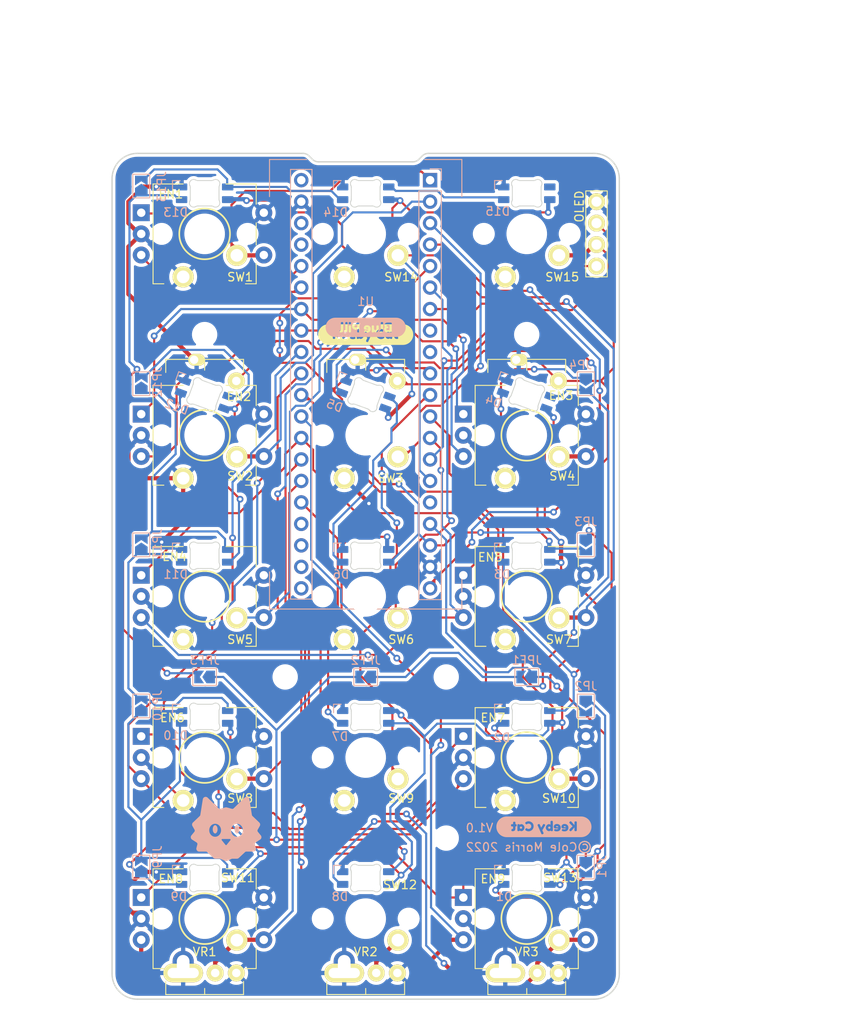
<source format=kicad_pcb>
(kicad_pcb (version 20211014) (generator pcbnew)
  (layers (0 "F.Cu" signal) (31 "B.Cu" signal) (34 "B.Paste" user) (35 "F.Paste" user) (36 "B.SilkS" user "B.Silkscreen") (37 "F.SilkS" user "F.Silkscreen") (38 "B.Mask" user) (39 "F.Mask" user) (44 "Edge.Cuts" user))
  (property "revision" "1.0")
  (net 0 "")
  (net 1 "GND")
  (net 2 "+5V")
  (net 3 "+3V3")
  (net 4 "KEY1")
  (net 5 "KEY4")
  (net 6 "KEY7")
  (net 7 "KEY2")
  (net 8 "KEY5")
  (net 9 "KEY8")
  (net 10 "KEY3")
  (net 11 "KEY6")
  (net 12 "KEY9")
  (net 13 "ENC1B")
  (net 14 "ENC1A")
  (net 15 "ENC2B")
  (net 16 "ENC2A")
  (net 17 "ENC3B")
  (net 18 "ENC3A")
  (net 19 "ENC4B")
  (net 20 "ENC4A")
  (net 28 "LED_DATA")
  (net 29 "ENC5A")
  (net 30 "ENC5B")
  (net 31 "KEY10")
  (net 32 "KEY11-POT1")
  (net 33 "KEY13-POT3")
  (net 34 "KEY12-POT2")
  (net 38 "SDA-SW")
  (net 39 "SCL-SW")
  (net 40 "Net-(D1-Pad2)")
  (net 41 "Net-(D2-Pad2)")
  (net 42 "Net-(D3-Pad2)")
  (net 43 "Net-(D4-Pad2)")
  (net 44 "Net-(D5-Pad2)")
  (net 45 "Net-(D6-Pad2)")
  (net 46 "Net-(D7-Pad2)")
  (net 47 "Net-(D8-Pad2)")
  (net 48 "Net-(D10-Pad4)")
  (net 49 "Net-(D10-Pad2)")
  (net 50 "Net-(D11-Pad2)")
  (net 51 "Net-(D12-Pad2)")
  (net 52 "Net-(D13-Pad2)")
  (net 53 "Net-(D14-Pad2)")
  (footprint "Keeby-Cat Footprints:RotaryEncoder_Alps_EC11E-Switch_Vertical_H20mm_nomount_alt" (layer "F.Cu") (at 73.11 109.45)
    (fp_text reference "EN4")
    (fp_text value "RotaryEncoder_Switch")
  )
  (footprint "Keeby-Cat Footprints:LED_MX_SK6812MINI-E" (layer "F.Cu") (at 73.11 109.45 180)
    (fp_text reference "D11")
    (fp_text value "SK6812MINI-E" hide)
    (fp_line (start 1.699999 4.097157) (end 1.699999 5.502841) (layer "Edge.Cuts") (width 0.1))
    (fp_line (start -0.794452 3.3) (end 0.794453 3.3) (layer "Edge.Cuts") (width 0.1))
    (fp_line (start -1.699999 5.502841) (end -1.699999 4.097157) (layer "Edge.Cuts") (width 0.1))
    (fp_line (start 0.794452 6.299999) (end -0.794452 6.299999) (layer "Edge.Cuts") (width 0.1))
    (fp_arc (start -1.04671 6.368298) (mid -0.925122 6.317376) (end -0.794452 6.299999) (layer "Edge.Cuts") (width 0.1))
    (fp_arc (start -1.749484 3.880279) (mid -1.712527 3.985931) (end -1.699999 4.097157) (layer "Edge.Cuts") (width 0.1))
    (fp_arc (start -1.699999 5.502842) (mid -1.712527 5.614067) (end -1.749484 5.719719) (layer "Edge.Cuts") (width 0.1))
    (fp_arc (start 0.794452 6.299999) (mid 0.925123 6.317376) (end 1.046711 6.368298) (layer "Edge.Cuts") (width 0.1))
    (fp_arc (start 1.699999 4.097156) (mid 1.712525 3.98593) (end 1.749484 3.880279) (layer "Edge.Cuts") (width 0.1))
    (fp_arc (start 1.749484 5.719719) (mid 1.712517 5.61407) (end 1.699999 5.502841) (layer "Edge.Cuts") (width 0.1))
    (fp_arc (start 1.046711 3.231701) (mid 0.925123 3.282623) (end 0.794453 3.3) (layer "Edge.Cuts") (width 0.1))
    (fp_arc (start 1.749484 5.719718) (mid 1.638072 6.304034) (end 1.046711 6.368298) (layer "Edge.Cuts") (width 0.1))
    (fp_arc (start -1.749484 3.880279) (mid -1.638071 3.295964) (end -1.046711 3.2317) (layer "Edge.Cuts") (width 0.1))
    (fp_arc (start -1.046711 6.368296) (mid -1.63807 6.304033) (end -1.749484 5.719719) (layer "Edge.Cuts") (width 0.1))
    (fp_arc (start -0.794453 3.299999) (mid -0.925123 3.282622) (end -1.046711 3.2317) (layer "Edge.Cuts") (width 0.1))
    (fp_arc (start 1.046711 3.231701) (mid 1.638071 3.295964) (end 1.749484 3.880279) (layer "Edge.Cuts") (width 0.1))
  )
  (footprint "Keeby-Cat Footprints:RotaryEncoder_Alps_EC11E-Switch_Vertical_H20mm_nomount_alt" (layer "F.Cu") (at 111.21 90.4)
    (fp_text reference "EN3")
    (fp_text value "RotaryEncoder_Switch")
  )
  (footprint "kbd-footprints:CherryMX_1u_north" (layer "F.Cu") (at 111.21 90.4)
    (fp_text reference "SW4")
    (fp_text value "SW_Push" hide)
  )
  (footprint "Keeby-Cat Footprints:LED_MX_SK6812MINI-E" (layer "F.Cu") (at 111.21 66.5875 180)
    (fp_text reference "D15")
    (fp_text value "SK6812MINI-E" hide)
    (fp_line (start 1.699999 4.097157) (end 1.699999 5.502841) (layer "Edge.Cuts") (width 0.1))
    (fp_line (start 0.794452 6.299999) (end -0.794452 6.299999) (layer "Edge.Cuts") (width 0.1))
    (fp_line (start -0.794452 3.3) (end 0.794453 3.3) (layer "Edge.Cuts") (width 0.1))
    (fp_line (start -1.699999 5.502841) (end -1.699999 4.097157) (layer "Edge.Cuts") (width 0.1))
    (fp_arc (start -1.749484 3.880279) (mid -1.712527 3.985931) (end -1.699999 4.097157) (layer "Edge.Cuts") (width 0.1))
    (fp_arc (start 1.749484 5.719718) (mid 1.638072 6.304034) (end 1.046711 6.368298) (layer "Edge.Cuts") (width 0.1))
    (fp_arc (start -1.04671 6.368298) (mid -0.925122 6.317376) (end -0.794452 6.299999) (layer "Edge.Cuts") (width 0.1))
    (fp_arc (start 1.046711 3.231701) (mid 1.638071 3.295964) (end 1.749484 3.880279) (layer "Edge.Cuts") (width 0.1))
    (fp_arc (start -1.699999 5.502842) (mid -1.712527 5.614067) (end -1.749484 5.719719) (layer "Edge.Cuts") (width 0.1))
    (fp_arc (start -1.046711 6.368296) (mid -1.63807 6.304033) (end -1.749484 5.719719) (layer "Edge.Cuts") (width 0.1))
    (fp_arc (start 1.749484 5.719719) (mid 1.712517 5.61407) (end 1.699999 5.502841) (layer "Edge.Cuts") (width 0.1))
    (fp_arc (start 0.794452 6.299999) (mid 0.925123 6.317376) (end 1.046711 6.368298) (layer "Edge.Cuts") (width 0.1))
    (fp_arc (start -0.794453 3.299999) (mid -0.925123 3.282622) (end -1.046711 3.2317) (layer "Edge.Cuts") (width 0.1))
    (fp_arc (start 1.699999 4.097156) (mid 1.712525 3.98593) (end 1.749484 3.880279) (layer "Edge.Cuts") (width 0.1))
    (fp_arc (start 1.046711 3.231701) (mid 0.925123 3.282623) (end 0.794453 3.3) (layer "Edge.Cuts") (width 0.1))
    (fp_arc (start -1.749484 3.880279) (mid -1.638071 3.295964) (end -1.046711 3.2317) (layer "Edge.Cuts") (width 0.1))
  )
  (footprint "Keeby-Cat Footprints:CherryMX_1u_north_potcombo" (layer "F.Cu") (at 111.21 147.55)
    (fp_text reference "SW13")
    (fp_text value "SW_Push" hide)
  )
  (footprint "Keeby-Cat Footprints:MountingHole_2.2mm_M2_DIN965" (layer "F.Cu") (at 101.685 138.025)
    (fp_text reference "H5" hide)
    (fp_text value "MountingHole")
  )
  (footprint "kibuzzard-6226FF10" (layer "F.Cu") (at 92.16 78.49375)
    (fp_text reference "kibuzzard-6226FF10" hide)
    (fp_text value "G***" hide)
  )
  (footprint "Keeby-Cat Footprints:RotaryEncoder_Alps_EC11E-Switch_Vertical_H20mm_nomount_alt" (layer "F.Cu") (at 111.21 128.5)
    (fp_text reference "EN7")
    (fp_text value "RotaryEncoder_Switch")
  )
  (footprint "Keeby-Cat Footprints:LED_MX_SK6812MINI-E" (layer "F.Cu") (at 111.21 109.45 180)
    (fp_text reference "D3")
    (fp_text value "SK6812MINI-E" hide)
    (fp_line (start -0.794452 3.3) (end 0.794453 3.3) (layer "Edge.Cuts") (width 0.1))
    (fp_line (start 1.699999 4.097157) (end 1.699999 5.502841) (layer "Edge.Cuts") (width 0.1))
    (fp_line (start 0.794452 6.299999) (end -0.794452 6.299999) (layer "Edge.Cuts") (width 0.1))
    (fp_line (start -1.699999 5.502841) (end -1.699999 4.097157) (layer "Edge.Cuts") (width 0.1))
    (fp_arc (start -1.749484 3.880279) (mid -1.638071 3.295964) (end -1.046711 3.2317) (layer "Edge.Cuts") (width 0.1))
    (fp_arc (start 1.749484 5.719719) (mid 1.712517 5.61407) (end 1.699999 5.502841) (layer "Edge.Cuts") (width 0.1))
    (fp_arc (start -1.046711 6.368296) (mid -1.63807 6.304033) (end -1.749484 5.719719) (layer "Edge.Cuts") (width 0.1))
    (fp_arc (start -0.794453 3.299999) (mid -0.925123 3.282622) (end -1.046711 3.2317) (layer "Edge.Cuts") (width 0.1))
    (fp_arc (start -1.04671 6.368298) (mid -0.925122 6.317376) (end -0.794452 6.299999) (layer "Edge.Cuts") (width 0.1))
    (fp_arc (start 1.046711 3.231701) (mid 0.925123 3.282623) (end 0.794453 3.3) (layer "Edge.Cuts") (width 0.1))
    (fp_arc (start -1.749484 3.880279) (mid -1.712527 3.985931) (end -1.699999 4.097157) (layer "Edge.Cuts") (width 0.1))
    (fp_arc (start 1.749484 5.719718) (mid 1.638072 6.304034) (end 1.046711 6.368298) (layer "Edge.Cuts") (width 0.1))
    (fp_arc (start -1.699999 5.502842) (mid -1.712527 5.614067) (end -1.749484 5.719719) (layer "Edge.Cuts") (width 0.1))
    (fp_arc (start 1.699999 4.097156) (mid 1.712525 3.98593) (end 1.749484 3.880279) (layer "Edge.Cuts") (width 0.1))
    (fp_arc (start 1.046711 3.231701) (mid 1.638071 3.295964) (end 1.749484 3.880279) (layer "Edge.Cuts") (width 0.1))
    (fp_arc (start 0.794452 6.299999) (mid 0.925123 6.317376) (end 1.046711 6.368298) (layer "Edge.Cuts") (width 0.1))
  )
  (footprint "Keeby-Cat Footprints:RotaryEncoder_Alps_EC11E-Switch_Vertical_H20mm_nomount_alt" (layer "F.Cu") (at 73.11 128.5)
    (fp_text reference "EN6")
    (fp_text value "RotaryEncoder_Switch")
  )
  (footprint "Keeby-Cat Footprints:LED_MX_SK6812MINI-E" (layer "F.Cu") (at 92.16 128.5 180)
    (fp_text reference "D7")
    (fp_text value "SK6812MINI-E" hide)
    (fp_line (start -0.794452 3.3) (end 0.794453 3.3) (layer "Edge.Cuts") (width 0.1))
    (fp_line (start 1.699999 4.097157) (end 1.699999 5.502841) (layer "Edge.Cuts") (width 0.1))
    (fp_line (start 0.794452 6.299999) (end -0.794452 6.299999) (layer "Edge.Cuts") (width 0.1))
    (fp_line (start -1.699999 5.502841) (end -1.699999 4.097157) (layer "Edge.Cuts") (width 0.1))
    (fp_arc (start -0.794453 3.299999) (mid -0.925123 3.282622) (end -1.046711 3.2317) (layer "Edge.Cuts") (width 0.1))
    (fp_arc (start -1.749484 3.880279) (mid -1.638071 3.295964) (end -1.046711 3.2317) (layer "Edge.Cuts") (width 0.1))
    (fp_arc (start 1.749484 5.719719) (mid 1.712517 5.61407) (end 1.699999 5.502841) (layer "Edge.Cuts") (width 0.1))
    (fp_arc (start 1.046711 3.231701) (mid 0.925123 3.282623) (end 0.794453 3.3) (layer "Edge.Cuts") (width 0.1))
    (fp_arc (start 1.749484 5.719718) (mid 1.638072 6.304034) (end 1.046711 6.368298) (layer "Edge.Cuts") (width 0.1))
    (fp_arc (start 1.699999 4.097156) (mid 1.712525 3.98593) (end 1.749484 3.880279) (layer "Edge.Cuts") (width 0.1))
    (fp_arc (start 0.794452 6.299999) (mid 0.925123 6.317376) (end 1.046711 6.368298) (layer "Edge.Cuts") (width 0.1))
    (fp_arc (start -1.046711 6.368296) (mid -1.63807 6.304033) (end -1.749484 5.719719) (layer "Edge.Cuts") (width 0.1))
    (fp_arc (start -1.749484 3.880279) (mid -1.712527 3.985931) (end -1.699999 4.097157) (layer "Edge.Cuts") (width 0.1))
    (fp_arc (start -1.699999 5.502842) (mid -1.712527 5.614067) (end -1.749484 5.719719) (layer "Edge.Cuts") (width 0.1))
    (fp_arc (start -1.04671 6.368298) (mid -0.925122 6.317376) (end -0.794452 6.299999) (layer "Edge.Cuts") (width 0.1))
    (fp_arc (start 1.046711 3.231701) (mid 1.638071 3.295964) (end 1.749484 3.880279) (layer "Edge.Cuts") (width 0.1))
  )
  (footprint "Keeby-Cat Footprints:RotaryEncoder_Alps_EC11E-Switch_Vertical_H20mm_nomount_alt" (layer "F.Cu") (at 73.11 147.55)
    (fp_text reference "EN8")
    (fp_text value "RotaryEncoder_Switch")
  )
  (footprint "kbd-footprints:CherryMX_1u_north" (layer "F.Cu") (at 92.16 90.4)
    (fp_text reference "SW3")
    (fp_text value "SW_Push" hide)
  )
  (footprint "Keeby-Cat Footprints:LED_MX_SK6812MINI-E" (layer "F.Cu") (at 92.16 66.5875 180)
    (fp_text reference "D14")
    (fp_text value "SK6812MINI-E" hide)
    (fp_line (start 0.794452 6.299999) (end -0.794452 6.299999) (layer "Edge.Cuts") (width 0.1))
    (fp_line (start -1.699999 5.502841) (end -1.699999 4.097157) (layer "Edge.Cuts") (width 0.1))
    (fp_line (start 1.699999 4.097157) (end 1.699999 5.502841) (layer "Edge.Cuts") (width 0.1))
    (fp_line (start -0.794452 3.3) (end 0.794453 3.3) (layer "Edge.Cuts") (width 0.1))
    (fp_arc (start 1.749484 5.719719) (mid 1.712517 5.61407) (end 1.699999 5.502841) (layer "Edge.Cuts") (width 0.1))
    (fp_arc (start -1.699999 5.502842) (mid -1.712527 5.614067) (end -1.749484 5.719719) (layer "Edge.Cuts") (width 0.1))
    (fp_arc (start 1.046711 3.231701) (mid 0.925123 3.282623) (end 0.794453 3.3) (layer "Edge.Cuts") (width 0.1))
    (fp_arc (start 1.699999 4.097156) (mid 1.712525 3.98593) (end 1.749484 3.880279) (layer "Edge.Cuts") (width 0.1))
    (fp_arc (start -0.794453 3.299999) (mid -0.925123 3.282622) (end -1.046711 3.2317) (layer "Edge.Cuts") (width 0.1))
    (fp_arc (start -1.749484 3.880279) (mid -1.712527 3.985931) (end -1.699999 4.097157) (layer "Edge.Cuts") (width 0.1))
    (fp_arc (start -1.749484 3.880279) (mid -1.638071 3.295964) (end -1.046711 3.2317) (layer "Edge.Cuts") (width 0.1))
    (fp_arc (start 1.046711 3.231701) (mid 1.638071 3.295964) (end 1.749484 3.880279) (layer "Edge.Cuts") (width 0.1))
    (fp_arc (start -1.04671 6.368298) (mid -0.925122 6.317376) (end -0.794452 6.299999) (layer "Edge.Cuts") (width 0.1))
    (fp_arc (start 0.794452 6.299999) (mid 0.925123 6.317376) (end 1.046711 6.368298) (layer "Edge.Cuts") (width 0.1))
    (fp_arc (start 1.749484 5.719718) (mid 1.638072 6.304034) (end 1.046711 6.368298) (layer "Edge.Cuts") (width 0.1))
    (fp_arc (start -1.046711 6.368296) (mid -1.63807 6.304033) (end -1.749484 5.719719) (layer "Edge.Cuts") (width 0.1))
  )
  (footprint "Keeby-Cat Footprints:RotaryEncoder_Alps_EC11E-Switch_Vertical_H20mm_nomount_alt" (layer "F.Cu") (at 111.21 147.55)
    (fp_text reference "EN9")
    (fp_text value "RotaryEncoder_Switch")
  )
  (footprint "kbd-footprints:CherryMX_1u_north" (layer "F.Cu") (at 92.16 66.5875)
    (fp_text reference "SW14")
    (fp_text value "SW_Push" hide)
  )
  (footprint "kbd-footprints:OLED_v2" (layer "F.Cu") (at 119.465 66.5875 90)
    (fp_text reference "OL1")
    (fp_text value "OLED" hide)
  )
  (footprint "Keeby-Cat Footprints:LED_MX_SK6812MINI-E" (layer "F.Cu") (at 111.21 128.5 180)
    (fp_text reference "D2")
    (fp_text value "SK6812MINI-E" hide)
    (fp_line (start -1.699999 5.502841) (end -1.699999 4.097157) (layer "Edge.Cuts") (width 0.1))
    (fp_line (start 1.699999 4.097157) (end 1.699999 5.502841) (layer "Edge.Cuts") (width 0.1))
    (fp_line (start 0.794452 6.299999) (end -0.794452 6.299999) (layer "Edge.Cuts") (width 0.1))
    (fp_line (start -0.794452 3.3) (end 0.794453 3.3) (layer "Edge.Cuts") (width 0.1))
    (fp_arc (start -1.749484 3.880279) (mid -1.712527 3.985931) (end -1.699999 4.097157) (layer "Edge.Cuts") (width 0.1))
    (fp_arc (start 1.046711 3.231701) (mid 1.638071 3.295964) (end 1.749484 3.880279) (layer "Edge.Cuts") (width 0.1))
    (fp_arc (start -1.749484 3.880279) (mid -1.638071 3.295964) (end -1.046711 3.2317) (layer "Edge.Cuts") (width 0.1))
    (fp_arc (start -1.046711 6.368296) (mid -1.63807 6.304033) (end -1.749484 5.719719) (layer "Edge.Cuts") (width 0.1))
    (fp_arc (start -0.794453 3.299999) (mid -0.925123 3.282622) (end -1.046711 3.2317) (layer "Edge.Cuts") (width 0.1))
    (fp_arc (start 1.749484 5.719718) (mid 1.638072 6.304034) (end 1.046711 6.368298) (layer "Edge.Cuts") (width 0.1))
    (fp_arc (start 1.699999 4.097156) (mid 1.712525 3.98593) (end 1.749484 3.880279) (layer "Edge.Cuts") (width 0.1))
    (fp_arc (start 1.046711 3.231701) (mid 0.925123 3.282623) (end 0.794453 3.3) (layer "Edge.Cuts") (width 0.1))
    (fp_arc (start 0.794452 6.299999) (mid 0.925123 6.317376) (end 1.046711 6.368298) (layer "Edge.Cuts") (width 0.1))
    (fp_arc (start -1.699999 5.502842) (mid -1.712527 5.614067) (end -1.749484 5.719719) (layer "Edge.Cuts") (width 0.1))
    (fp_arc (start 1.749484 5.719719) (mid 1.712517 5.61407) (end 1.699999 5.502841) (layer "Edge.Cuts") (width 0.1))
    (fp_arc (start -1.04671 6.368298) (mid -0.925122 6.317376) (end -0.794452 6.299999) (layer "Edge.Cuts") (width 0.1))
  )
  (footprint "Keeby-Cat Footprints:LED_MX_SK6812MINI-E" (layer "F.Cu") (at 92.16 109.45 180)
    (fp_text reference "D6")
    (fp_text value "SK6812MINI-E" hide)
    (fp_line (start 1.699999 4.097157) (end 1.699999 5.502841) (layer "Edge.Cuts") (width 0.1))
    (fp_line (start -0.794452 3.3) (end 0.794453 3.3) (layer "Edge.Cuts") (width 0.1))
    (fp_line (start 0.794452 6.299999) (end -0.794452 6.299999) (layer "Edge.Cuts") (width 0.1))
    (fp_line (start -1.699999 5.502841) (end -1.699999 4.097157) (layer "Edge.Cuts") (width 0.1))
    (fp_arc (start 1.749484 5.719718) (mid 1.638072 6.304034) (end 1.046711 6.368298) (layer "Edge.Cuts") (width 0.1))
    (fp_arc (start -1.749484 3.880279) (mid -1.638071 3.295964) (end -1.046711 3.2317) (layer "Edge.Cuts") (width 0.1))
    (fp_arc (start -1.046711 6.368296) (mid -1.63807 6.304033) (end -1.749484 5.719719) (layer "Edge.Cuts") (width 0.1))
    (fp_arc (start 1.046711 3.231701) (mid 1.638071 3.295964) (end 1.749484 3.880279) (layer "Edge.Cuts") (width 0.1))
    (fp_arc (start 0.794452 6.299999) (mid 0.925123 6.317376) (end 1.046711 6.368298) (layer "Edge.Cuts") (width 0.1))
    (fp_arc (start -1.699999 5.502842) (mid -1.712527 5.614067) (end -1.749484 5.719719) (layer "Edge.Cuts") (width 0.1))
    (fp_arc (start -0.794453 3.299999) (mid -0.925123 3.282622) (end -1.046711 3.2317) (layer "Edge.Cuts") (width 0.1))
    (fp_arc (start -1.749484 3.880279) (mid -1.712527 3.985931) (end -1.699999 4.097157) (layer "Edge.Cuts") (width 0.1))
    (fp_arc (start 1.749484 5.719719) (mid 1.712517 5.61407) (end 1.699999 5.502841) (layer "Edge.Cuts") (width 0.1))
    (fp_arc (start 1.699999 4.097156) (mid 1.712525 3.98593) (end 1.749484 3.880279) (layer "Edge.Cuts") (width 0.1))
    (fp_arc (start 1.046711 3.231701) (mid 0.925123 3.282623) (end 0.794453 3.3) (layer "Edge.Cuts") (width 0.1))
    (fp_arc (start -1.04671 6.368298) (mid -0.925122 6.317376) (end -0.794452 6.299999) (layer "Edge.Cuts") (width 0.1))
  )
  (footprint "Keeby-Cat Footprints:LED_MX_SK6812MINI-E" (layer "F.Cu") (at 92.16 147.55 180)
    (fp_text reference "D8")
    (fp_text value "SK6812MINI-E" hide)
    (fp_line (start -0.794452 3.3) (end 0.794453 3.3) (layer "Edge.Cuts") (width 0.1))
    (fp_line (start 0.794452 6.299999) (end -0.794452 6.299999) (layer "Edge.Cuts") (width 0.1))
    (fp_line (start -1.699999 5.502841) (end -1.699999 4.097157) (layer "Edge.Cuts") (width 0.1))
    (fp_line (start 1.699999 4.097157) (end 1.699999 5.502841) (layer "Edge.Cuts") (width 0.1))
    (fp_arc (start 1.699999 4.097156) (mid 1.712525 3.98593) (end 1.749484 3.880279) (layer "Edge.Cuts") (width 0.1))
    (fp_arc (start 1.046711 3.231701) (mid 1.638071 3.295964) (end 1.749484 3.880279) (layer "Edge.Cuts") (width 0.1))
    (fp_arc (start -1.749484 3.880279) (mid -1.712527 3.985931) (end -1.699999 4.097157) (layer "Edge.Cuts") (width 0.1))
    (fp_arc (start 1.046711 3.231701) (mid 0.925123 3.282623) (end 0.794453 3.3) (layer "Edge.Cuts") (width 0.1))
    (fp_arc (start 0.794452 6.299999) (mid 0.925123 6.317376) (end 1.046711 6.368298) (layer "Edge.Cuts") (width 0.1))
    (fp_arc (start 1.749484 5.719718) (mid 1.638072 6.304034) (end 1.046711 6.368298) (layer "Edge.Cuts") (width 0.1))
    (fp_arc (start -1.04671 6.368298) (mid -0.925122 6.317376) (end -0.794452 6.299999) (layer "Edge.Cuts") (width 0.1))
    (fp_arc (start 1.749484 5.719719) (mid 1.712517 5.61407) (end 1.699999 5.502841) (layer "Edge.Cuts") (width 0.1))
    (fp_arc (start -1.046711 6.368296) (mid -1.63807 6.304033) (end -1.749484 5.719719) (layer "Edge.Cuts") (width 0.1))
    (fp_arc (start -0.794453 3.299999) (mid -0.925123 3.282622) (end -1.046711 3.2317) (layer "Edge.Cuts") (width 0.1))
    (fp_arc (start -1.749484 3.880279) (mid -1.638071 3.295964) (end -1.046711 3.2317) (layer "Edge.Cuts") (width 0.1))
    (fp_arc (start -1.699999 5.502842) (mid -1.712527 5.614067) (end -1.749484 5.719719) (layer "Edge.Cuts") (width 0.1))
  )
  (footprint "Keeby-Cat Footprints:LED_MX_SK6812MINI-E" (layer "F.Cu") (at 73.11 66.5875 180)
    (fp_text reference "D13")
    (fp_text value "SK6812MINI-E" hide)
    (fp_line (start 1.699999 4.097157) (end 1.699999 5.502841) (layer "Edge.Cuts") (width 0.1))
    (fp_line (start -1.699999 5.502841) (end -1.699999 4.097157) (layer "Edge.Cuts") (width 0.1))
    (fp_line (start 0.794452 6.299999) (end -0.794452 6.299999) (layer "Edge.Cuts") (width 0.1))
    (fp_line (start -0.794452 3.3) (end 0.794453 3.3) (layer "Edge.Cuts") (width 0.1))
    (fp_arc (start 1.749484 5.719718) (mid 1.638072 6.304034) (end 1.046711 6.368298) (layer "Edge.Cuts") (width 0.1))
    (fp_arc (start -1.04671 6.368298) (mid -0.925122 6.317376) (end -0.794452 6.299999) (layer "Edge.Cuts") (width 0.1))
    (fp_arc (start 1.749484 5.719719) (mid 1.712517 5.61407) (end 1.699999 5.502841) (layer "Edge.Cuts") (width 0.1))
    (fp_arc (start -0.794453 3.299999) (mid -0.925123 3.282622) (end -1.046711 3.2317) (layer "Edge.Cuts") (width 0.1))
    (fp_arc (start 0.794452 6.299999) (mid 0.925123 6.317376) (end 1.046711 6.368298) (layer "Edge.Cuts") (width 0.1))
    (fp_arc (start -1.046711 6.368296) (mid -1.63807 6.304033) (end -1.749484 5.719719) (layer "Edge.Cuts") (width 0.1))
    (fp_arc (start 1.046711 3.231701) (mid 1.638071 3.295964) (end 1.749484 3.880279) (layer "Edge.Cuts") (width 0.1))
    (fp_arc (start -1.749484 3.880279) (mid -1.638071 3.295964) (end -1.046711 3.2317) (layer "Edge.Cuts") (width 0.1))
    (fp_arc (start -1.699999 5.502842) (mid -1.712527 5.614067) (end -1.749484 5.719719) (layer "Edge.Cuts") (width 0.1))
    (fp_arc (start -1.749484 3.880279) (mid -1.712527 3.985931) (end -1.699999 4.097157) (layer "Edge.Cuts") (width 0.1))
    (fp_arc (start 1.699999 4.097156) (mid 1.712525 3.98593) (end 1.749484 3.880279) (layer "Edge.Cuts") (width 0.1))
    (fp_arc (start 1.046711 3.231701) (mid 0.925123 3.282623) (end 0.794453 3.3) (layer "Edge.Cuts") (width 0.1))
  )
  (footprint "kbd-footprints:CherryMX_1u_north" (layer "F.Cu") (at 92.16 128.5)
    (fp_text reference "SW9")
    (fp_text value "SW_Push" hide)
  )
  (footprint "Keeby-Cat Footprints:RotaryEncoder_Alps_EC11E-Switch_Vertical_H20mm_nomount_alt" (layer "F.Cu") (at 73.11 66.5875)
    (fp_text reference "EN1")
    (fp_text value "RotaryEncoder_Switch")
  )
  (footprint "Keeby-Cat Footprints:LED_MX_SK6812MINI-E" (layer "F.Cu") (at 111.21 147.55 180)
    (fp_text reference "D1")
    (fp_text value "SK6812MINI-E" hide)
    (fp_line (start -0.794452 3.3) (end 0.794453 3.3) (layer "Edge.Cuts") (width 0.1))
    (fp_line (start 1.699999 4.097157) (end 1.699999 5.502841) (layer "Edge.Cuts") (width 0.1))
    (fp_line (start -1.699999 5.502841) (end -1.699999 4.097157) (layer "Edge.Cuts") (width 0.1))
    (fp_line (start 0.794452 6.299999) (end -0.794452 6.299999) (layer "Edge.Cuts") (width 0.1))
    (fp_arc (start -1.046711 6.368296) (mid -1.63807 6.304033) (end -1.749484 5.719719) (layer "Edge.Cuts") (width 0.1))
    (fp_arc (start 1.046711 3.231701) (mid 1.638071 3.295964) (end 1.749484 3.880279) (layer "Edge.Cuts") (width 0.1))
    (fp_arc (start -0.794453 3.299999) (mid -0.925123 3.282622) (end -1.046711 3.2317) (layer "Edge.Cuts") (width 0.1))
    (fp_arc (start -1.699999 5.502842) (mid -1.712527 5.614067) (end -1.749484 5.719719) (layer "Edge.Cuts") (width 0.1))
    (fp_arc (start 1.046711 3.231701) (mid 0.925123 3.282623) (end 0.794453 3.3) (layer "Edge.Cuts") (width 0.1))
    (fp_arc (start -1.04671 6.368298) (mid -0.925122 6.317376) (end -0.794452 6.299999) (layer "Edge.Cuts") (width 0.1))
    (fp_arc (start 1.749484 5.719719) (mid 1.712517 5.61407) (end 1.699999 5.502841) (layer "Edge.Cuts") (width 0.1))
    (fp_arc (start 1.699999 4.097156) (mid 1.712525 3.98593) (end 1.749484 3.880279) (layer "Edge.Cuts") (width 0.1))
    (fp_arc (start -1.749484 3.880279) (mid -1.712527 3.985931) (end -1.699999 4.097157) (layer "Edge.Cuts") (width 0.1))
    (fp_arc (start -1.749484 3.880279) (mid -1.638071 3.295964) (end -1.046711 3.2317) (layer "Edge.Cuts") (width 0.1))
    (fp_arc (start 0.794452 6.299999) (mid 0.925123 6.317376) (end 1.046711 6.368298) (layer "Edge.Cuts") (width 0.1))
    (fp_arc (start 1.749484 5.719718) (mid 1.638072 6.304034) (end 1.046711 6.368298) (layer "Edge.Cuts") (width 0.1))
  )
  (footprint "Keeby-Cat Footprints:MountingHole_2.2mm_M2_DIN965" (layer "F.Cu") (at 101.685 118.975)
    (fp_text reference "H4" hide)
    (fp_text value "MountingHole")
  )
  (footprint "Keeby-Cat Footprints:CherryMX_1u_north_potcombo" (layer "F.Cu") (at 73.11 147.55)
    (fp_text reference "SW11")
    (fp_text value "SW_Push" hide)
  )
  (footprint "kbd-footprints:CherryMX_1u_north" (layer "F.Cu") (at 111.21 66.5875)
    (fp_text reference "SW15")
    (fp_text value "SW_Push" hide)
  )
  (footprint "Keeby-Cat Footprints:PS60M Single-pin" (layer "F.Cu") (at 111.21 118.975 180)
    (fp_text reference "VR3")
    (fp_text value "L_POT_Dual_PS60M_combo")
  )
  (footprint "Keeby-Cat Footprints:LED_MX_SK6812MINI-E_rotated" (layer "F.Cu") (at 73.11 90.4 180)
    (fp_text reference "D12")
    (fp_text value "SK6812MINI-E" hide)
    (fp_line (start 0.233512 6.481257) (end -1.259571 5.937819) (layer "Edge.Cuts") (width 0.1))
    (fp_line (start -1.837862 4.879021) (end -1.35709 3.55811) (layer "Edge.Cuts") (width 0.1))
    (fp_line (start -0.23351 3.118742) (end 1.259572 3.66218) (layer "Edge.Cuts") (width 0.1))
    (fp_line (start 1.837863 4.720978) (end 1.357091 6.041888) (layer "Edge.Cuts") (width 0.1))
    (fp_arc (start 0.233512 6.481257) (mid 0.350358 6.542278) (end 0.447197 6.631714) (layer "Edge.Cuts") (width 0.1))
    (fp_arc (start 1.329415 6.262612) (mid 1.330822 6.150691) (end 1.357091 6.041888) (layer "Edge.Cuts") (width 0.1))
    (fp_arc (start 1.329415 6.26261) (mid 1.024875 6.773584) (end 0.447197 6.631714) (layer "Edge.Cuts") (width 0.1))
    (fp_arc (start -0.233511 3.118741) (mid -0.350357 3.05772) (end -0.447196 2.968284) (layer "Edge.Cuts") (width 0.1))
    (fp_arc (start 1.837863 4.720977) (mid 1.887689 4.620751) (end 1.95854 4.534104) (layer "Edge.Cuts") (width 0.1))
    (fp_arc (start 1.519976 3.684277) (mid 1.388305 3.690535) (end 1.259572 3.66218) (layer "Edge.Cuts") (width 0.1))
    (fp_arc (start 1.519976 3.684277) (mid 2.053692 3.946922) (end 1.95854 4.534104) (layer "Edge.Cuts") (width 0.1))
    (fp_arc (start -1.329414 3.337386) (mid -1.330821 3.449307) (end -1.35709 3.55811) (layer "Edge.Cuts") (width 0.1))
    (fp_arc (start -1.329414 3.337386) (mid -1.024872 2.826416) (end -0.447196 2.968284) (layer "Edge.Cuts") (width 0.1))
    (fp_arc (start -1.519975 5.915722) (mid -1.388304 5.909456) (end -1.259571 5.937819) (layer "Edge.Cuts") (width 0.1))
    (fp_arc (start -1.837863 4.879022) (mid -1.887677 4.979255) (end -1.95854 5.065894) (layer "Edge.Cuts") (width 0.1))
    (fp_arc (start -1.519975 5.91572) (mid -2.053692 5.653075) (end -1.95854 5.065894) (layer "Edge.Cuts") (width 0.1))
  )
  (footprint "Keeby-Cat Footprints:LED_MX_SK6812MINI-E" (layer "F.Cu") (at 73.11 147.55 180)
    (fp_text reference "D9")
    (fp_text value "SK6812MINI-E" hide)
    (fp_line (start -0.794452 3.3) (end 0.794453 3.3) (layer "Edge.Cuts") (width 0.1))
    (fp_line (start -1.699999 5.502841) (end -1.699999 4.097157) (layer "Edge.Cuts") (width 0.1))
    (fp_line (start 0.794452 6.299999) (end -0.794452 6.299999) (layer "Edge.Cuts") (width 0.1))
    (fp_line (start 1.699999 4.097157) (end 1.699999 5.502841) (layer "Edge.Cuts") (width 0.1))
    (fp_arc (start 1.749484 5.719718) (mid 1.638072 6.304034) (end 1.046711 6.368298) (layer "Edge.Cuts") (width 0.1))
    (fp_arc (start -1.04671 6.368298) (mid -0.925122 6.317376) (end -0.794452 6.299999) (layer "Edge.Cuts") (width 0.1))
    (fp_arc (start -1.699999 5.502842) (mid -1.712527 5.614067) (end -1.749484 5.719719) (layer "Edge.Cuts") (width 0.1))
    (fp_arc (start 1.699999 4.097156) (mid 1.712525 3.98593) (end 1.749484 3.880279) (layer "Edge.Cuts") (width 0.1))
    (fp_arc (start -1.749484 3.880279) (mid -1.638071 3.295964) (end -1.046711 3.2317) (layer "Edge.Cuts") (width 0.1))
    (fp_arc (start -0.794453 3.299999) (mid -0.925123 3.282622) (end -1.046711 3.2317) (layer "Edge.Cuts") (width 0.1))
    (fp_arc (start 1.046711 3.231701) (mid 0.925123 3.282623) (end 0.794453 3.3) (layer "Edge.Cuts") (width 0.1))
    (fp_arc (start 1.046711 3.231701) (mid 1.638071 3.295964) (end 1.749484 3.880279) (layer "Edge.Cuts") (width 0.1))
    (fp_arc (start 1.749484 5.719719) (mid 1.712517 5.61407) (end 1.699999 5.502841) (layer "Edge.Cuts") (width 0.1))
    (fp_arc (start -1.046711 6.368296) (mid -1.63807 6.304033) (end -1.749484 5.719719) (layer "Edge.Cuts") (width 0.1))
    (fp_arc (start 0.794452 6.299999) (mid 0.925123 6.317376) (end 1.046711 6.368298) (layer "Edge.Cuts") (width 0.1))
    (fp_arc (start -1.749484 3.880279) (mid -1.712527 3.985931) (end -1.699999 4.097157) (layer "Edge.Cuts") (width 0.1))
  )
  (footprint "kbd-footprints:CherryMX_1u_north" (layer "F.Cu") (at 73.11 128.5)
    (fp_text reference "SW8")
    (fp_text value "SW_Push" hide)
  )
  (footprint "Keeby-Cat Footprints:RotaryEncoder_Alps_EC11E-Switch_Vertical_H20mm_nomount_alt" (layer "F.Cu") (at 111.21 109.45)
    (fp_text reference "EN5")
    (fp_text value "RotaryEncoder_Switch")
  )
  (footprint "Keeby-Cat Footprints:CherryMX_1u_north_potcombo" (layer "F.Cu") (at 92.16 147.55)
    (fp_text reference "SW12")
    (fp_text value "SW_Push" hide)
  )
  (footprint "Keeby-Cat Footprints:PS60M Single-pin" (layer "F.Cu") (at 73.11 118.975 180)
    (fp_text reference "VR1")
    (fp_text value "L_POT_Dual_PS60M_combo")
  )
  (footprint "Keeby-Cat Footprints:LED_MX_SK6812MINI-E" (layer "F.Cu") (at 73.11 128.5 180)
    (fp_text reference "D10")
    (fp_text value "SK6812MINI-E" hide)
    (fp_line (start -1.699999 5.502841) (end -1.699999 4.097157) (layer "Edge.Cuts") (width 0.1))
    (fp_line (start -0.794452 3.3) (end 0.794453 3.3) (layer "Edge.Cuts") (width 0.1))
    (fp_line (start 1.699999 4.097157) (end 1.699999 5.502841) (layer "Edge.Cuts") (width 0.1))
    (fp_line (start 0.794452 6.299999) (end -0.794452 6.299999) (layer "Edge.Cuts") (width 0.1))
    (fp_arc (start -0.794453 3.299999) (mid -0.925123 3.282622) (end -1.046711 3.2317) (layer "Edge.Cuts") (width 0.1))
    (fp_arc (start -1.749484 3.880279) (mid -1.712527 3.985931) (end -1.699999 4.097157) (layer "Edge.Cuts") (width 0.1))
    (fp_arc (start 1.046711 3.231701) (mid 1.638071 3.295964) (end 1.749484 3.880279) (layer "Edge.Cuts") (width 0.1))
    (fp_arc (start 1.749484 5.719718) (mid 1.638072 6.304034) (end 1.046711 6.368298) (layer "Edge.Cuts") (width 0.1))
    (fp_arc (start -1.699999 5.502842) (mid -1.712527 5.614067) (end -1.749484 5.719719) (layer "Edge.Cuts") (width 0.1))
    (fp_arc (start 1.699999 4.097156) (mid 1.712525 3.98593) (end 1.749484 3.880279) (layer "Edge.Cuts") (width 0.1))
    (fp_arc (start -1.04671 6.368298) (mid -0.925122 6.317376) (end -0.794452 6.299999) (layer "Edge.Cuts") (width 0.1))
    (fp_arc (start -1.046711 6.368296) (mid -1.63807 6.304033) (end -1.749484 5.719719) (layer "Edge.Cuts") (width 0.1))
    (fp_arc (start 1.046711 3.231701) (mid 0.925123 3.282623) (end 0.794453 3.3) (layer "Edge.Cuts") (width 0.1))
    (fp_arc (start 0.794452 6.299999) (mid 0.925123 6.317376) (end 1.046711 6.368298) (layer "Edge.Cuts") (width 0.1))
    (fp_arc (start -1.749484 3.880279) (mid -1.638071 3.295964) (end -1.046711 3.2317) (layer "Edge.Cuts") (width 0.1))
    (fp_arc (start 1.749484 5.719719) (mid 1.712517 5.61407) (end 1.699999 5.502841) (layer "Edge.Cuts") (width 0.1))
  )
  (footprint "kbd-footprints:CherryMX_1u_north" (layer "F.Cu") (at 111.21 109.45)
    (fp_text reference "SW7")
    (fp_text value "SW_Push" hide)
  )
  (footprint "kbd-footprints:CherryMX_1u_north" (layer "F.Cu") (at 92.16 109.45)
    (fp_text reference "SW6")
    (fp_text value "SW_Push" hide)
  )
  (footprint "kbd-footprints:CherryMX_1u_north" (layer "F.Cu") (at 111.21 128.5)
    (fp_text reference "SW10")
    (fp_text value "SW_Push" hide)
  )
  (footprint "Keeby-Cat Footprints:RotaryEncoder_Alps_EC11E-Switch_Vertical_H20mm_nomount_alt" (layer "F.Cu") (at 73.11 90.4)
    (fp_text reference "EN2")
    (fp_text value "RotaryEncoder_Switch")
  )
  (footprint "Keeby-Cat Footprints:LED_MX_SK6812MINI-E_rotated" (layer "F.Cu") (at 111.21 90.4 180)
    (fp_text reference "D4")
    (fp_text value "SK6812MINI-E" hide)
    (fp_line (start 1.837863 4.720978) (end 1.357091 6.041888) (layer "Edge.Cuts") (width 0.1))
    (fp_line (start -1.837862 4.879021) (end -1.35709 3.55811) (layer "Edge.Cuts") (width 0.1))
    (fp_line (start 0.233512 6.481257) (end -1.259571 5.937819) (layer "Edge.Cuts") (width 0.1))
    (fp_line (start -0.23351 3.118742) (end 1.259572 3.66218) (layer "Edge.Cuts") (width 0.1))
    (fp_arc (start -1.519975 5.915722) (mid -1.388304 5.909456) (end -1.259571 5.937819) (layer "Edge.Cuts") (width 0.1))
    (fp_arc (start -1.837863 4.879022) (mid -1.887677 4.979255) (end -1.95854 5.065894) (layer "Edge.Cuts") (width 0.1))
    (fp_arc (start 1.519976 3.684277) (mid 1.388305 3.690535) (end 1.259572 3.66218) (layer "Edge.Cuts") (width 0.1))
    (fp_arc (start -1.329414 3.337386) (mid -1.024872 2.826416) (end -0.447196 2.968284) (layer "Edge.Cuts") (width 0.1))
    (fp_arc (start 0.233512 6.481257) (mid 0.350358 6.542278) (end 0.447197 6.631714) (layer "Edge.Cuts") (width 0.1))
    (fp_arc (start -1.519975 5.91572) (mid -2.053692 5.653075) (end -1.95854 5.065894) (layer "Edge.Cuts") (width 0.1))
    (fp_arc (start -1.329414 3.337386) (mid -1.330821 3.449307) (end -1.35709 3.55811) (layer "Edge.Cuts") (width 0.1))
    (fp_arc (start -0.233511 3.118741) (mid -0.350357 3.05772) (end -0.447196 2.968284) (layer "Edge.Cuts") (width 0.1))
    (fp_arc (start 1.519976 3.684277) (mid 2.053692 3.946922) (end 1.95854 4.534104) (layer "Edge.Cuts") (width 0.1))
    (fp_arc (start 1.329415 6.262612) (mid 1.330822 6.150691) (end 1.357091 6.041888) (layer "Edge.Cuts") (width 0.1))
    (fp_arc (start 1.837863 4.720977) (mid 1.887689 4.620751) (end 1.95854 4.534104) (layer "Edge.Cuts") (width 0.1))
    (fp_arc (start 1.329415 6.26261) (mid 1.024875 6.773584) (end 0.447197 6.631714) (layer "Edge.Cuts") (width 0.1))
  )
  (footprint "Keeby-Cat Footprints:LED_MX_SK6812MINI-E_rotated" (layer "F.Cu") (at 92.16 90.4 180)
    (fp_text reference "D5")
    (fp_text value "SK6812MINI-E" hide)
    (fp_line (start 1.837863 4.720978) (end 1.357091 6.041888) (layer "Edge.Cuts") (width 0.1))
    (fp_line (start 0.233512 6.481257) (end -1.259571 5.937819) (layer "Edge.Cuts") (width 0.1))
    (fp_line (start -0.23351 3.118742) (end 1.259572 3.66218) (layer "Edge.Cuts") (width 0.1))
    (fp_line (start -1.837862 4.879021) (end -1.35709 3.55811) (layer "Edge.Cuts") (width 0.1))
    (fp_arc (start -1.519975 5.915722) (mid -1.388304 5.909456) (end -1.259571 5.937819) (layer "Edge.Cuts") (width 0.1))
    (fp_arc (start 0.233512 6.481257) (mid 0.350358 6.542278) (end 0.447197 6.631714) (layer "Edge.Cuts") (width 0.1))
    (fp_arc (start 1.329415 6.26261) (mid 1.024875 6.773584) (end 0.447197 6.631714) (layer "Edge.Cuts") (width 0.1))
    (fp_arc (start 1.519976 3.684277) (mid 1.388305 3.690535) (end 1.259572 3.66218) (layer "Edge.Cuts") (width 0.1))
    (fp_arc (start -1.329414 3.337386) (mid -1.330821 3.449307) (end -1.35709 3.55811) (layer "Edge.Cuts") (width 0.1))
    (fp_arc (start 1.837863 4.720977) (mid 1.887689 4.620751) (end 1.95854 4.534104) (layer "Edge.Cuts") (width 0.1))
    (fp_arc (start -1.329414 3.337386) (mid -1.024872 2.826416) (end -0.447196 2.968284) (layer "Edge.Cuts") (width 0.1))
    (fp_arc (start 1.329415 6.262612) (mid 1.330822 6.150691) (end 1.357091 6.041888) (layer "Edge.Cuts") (width 0.1))
    (fp_arc (start 1.519976 3.684277) (mid 2.053692 3.946922) (end 1.95854 4.534104) (layer "Edge.Cuts") (width 0.1))
    (fp_arc (start -1.837863 4.879022) (mid -1.887677 4.979255) (end -1.95854 5.065894) (layer "Edge.Cuts") (width 0.1))
    (fp_arc (start -0.233511 3.118741) (mid -0.350357 3.05772) (end -0.447196 2.968284) (layer "Edge.Cuts") (width 0.1))
    (fp_arc (start -1.519975 5.91572) (mid -2.053692 5.653075) (end -1.95854 5.065894) (layer "Edge.Cuts") (width 0.1))
  )
  (footprint "Keeby-Cat Footprints:MountingHole_2.2mm_M2_DIN965" (layer "F.Cu") (at 73.11 78.49375 180)
    (fp_text reference "H1" hide)
    (fp_text value "MountingHole")
  )
  (footprint "Keeby-Cat Footprints:MountingHole_2.2mm_M2_DIN965" (layer "F.Cu") (at 111.21 78.49375 180)
    (fp_text reference "H2" hide)
    (fp_text value "MountingHole")
  )
  (footprint "Keeby-Cat Footprints:PS60M Single-pin" (layer "F.Cu") (at 92.16 118.975 180)
    (fp_text reference "VR2")
    (fp_text value "L_POT_Dual_PS60M_combo")
  )
  (footprint "kbd-footprints:CherryMX_1u_north" (layer "F.Cu") (at 73.11 109.45)
    (fp_text reference "SW5")
    (fp_text value "SW_Push" hide)
  )
  (footprint "kbd-footprints:CherryMX_1u_north" (layer "F.Cu") (at 73.11 90.4)
    (fp_text reference "SW2")
    (fp_text value "SW_Push" hide)
  )
  (footprint "Keeby-Cat Footprints:MountingHole_2.2mm_M2_DIN965" (layer "F.Cu") (at 82.635 118.975)
    (fp_text reference "H3" hide)
    (fp_text value "MountingHole")
  )
  (footprint "kbd-footprints:CherryMX_1u_north" (layer "F.Cu") (at 73.11 66.5875)
    (fp_text reference "SW1")
    (fp_text value "SW_Push" hide)
  )
  (footprint "Keeby-Cat Footprints:SolderJumper-2_P1.3mm_Open_TrianglePad1.0x1.5mm" (layer "B.Cu") (at 65.617 84.304 90)
    (fp_text reference "JP12")
    (fp_text value "SolderJumper_2_Open" hide)
  )
  (footprint "kibuzzard-6227022E" (layer "B.Cu") (at 92.16 77.6365 180)
    (fp_text reference "kibuzzard-6227022E" hide)
    (fp_text value "G***" hide)
  )
  (footprint "Keeby-Cat Footprints:SolderJumper-2_P1.3mm_Open_TrianglePad1.0x1.5mm" (layer "B.Cu") (at 118.195 84.303999 -90)
    (fp_text reference "JP4")
    (fp_text value "SolderJumper_2_Open" hide)
  )
  (footprint "Keeby-Cat Footprints:BluePill_bttn_basic" (layer "B.Cu") (at 99.78 60.2375 180)
    (fp_text reference "U1")
    (fp_text value "BluePill_V1.1" hide)
  )
  (footprint "Keeby-Cat Footprints:SolderJumper-2_P1.3mm_Open_TrianglePad1.0x1.5mm" (layer "B.Cu") (at 73.11 118.975 180)
    (fp_text reference "JPF3")
    (fp_text value "SolderJumper_2_Open" hide)
  )
  (footprint "Keeby-Cat Footprints:SolderJumper-2_P1.3mm_Open_TrianglePad1.0x1.5mm" (layer "B.Cu") (at 118.195 141.454 -90)
    (fp_text reference "JP1")
    (fp_text value "SolderJumper_2_Open" hide)
  )
  (footprint "Keeby-Cat Footprints:SolderJumper-2_P1.3mm_Open_TrianglePad1.0x1.5mm" (layer "B.Cu") (at 118.195 122.404 -90)
    (fp_text reference "JP2")
    (fp_text value "SolderJumper_2_Open" hide)
  )
  (footprint "Keeby-Cat Footprints:SolderJumper-2_P1.3mm_Open_TrianglePad1.0x1.5mm" (layer "B.Cu") (at 65.617 122.404 90)
    (fp_text reference "JP10")
    (fp_text value "SolderJumper_2_Open" hide)
  )
  (footprint "Keeby-Cat Footprints:SolderJumper-2_P1.3mm_Open_TrianglePad1.0x1.5mm" (layer "B.Cu") (at 65.617 60.936 90)
    (fp_text reference "JP13")
    (fp_text value "SolderJumper_2_Open" hide)
  )
  (footprint "kibuzzard-6226FF10" (layer "B.Cu") (at 113.242 136.6915 180)
    (fp_text reference "kibuzzard-6226FF10" hide)
    (fp_text value "G***" hide)
  )
  (footprint "Keeby-Cat Footprints:SolderJumper-2_P1.3mm_Open_TrianglePad1.0x1.5mm" (layer "B.Cu") (at 111.21 118.975 180)
    (fp_text reference "JPF1")
    (fp_text value "SolderJumper_2_Open" hide)
  )
  (footprint "Keeby-Cat Footprints:SolderJumper-2_P1.3mm_Open_TrianglePad1.0x1.5mm" (layer "B.Cu") (at 65.617 103.354 90)
    (fp_text reference "JP11")
    (fp_text value "SolderJumper_2_Open" hide)
  )
  (footprint "Keeby-Cat Footprints:SolderJumper-2_P1.3mm_Open_TrianglePad1.0x1.5mm" (layer "B.Cu") (at 118.195 103.354 -90)
    (fp_text reference "JP3")
    (fp_text value "SolderJumper_2_Open" hide)
  )
  (footprint "Keeby-Cat Footprints:SolderJumper-2_P1.3mm_Open_TrianglePad1.0x1.5mm" (layer "B.Cu") (at 92.16 118.975 180)
    (fp_text reference "JPF2")
    (fp_text value "SolderJumper_2_Open" hide)
  )
  (footprint "Keeby-Cat Footprints:SolderJumper-2_P1.3mm_Open_TrianglePad1.0x1.5mm" (layer "B.Cu") (at 65.617 141.454 90)
    (fp_text reference "JP9")
    (fp_text value "SolderJumper_2_Open" hide)
  )
  (gr_poly (pts (xy 76.95244 136.498455) (xy 76.966921 136.500348) (xy 76.981194 136.503465) (xy 76.995242 136.507776) (xy 77.009046 136.513249) (xy 77.022588 136.519854) (xy 77.03585 136.52756) (xy 77.048813 136.536336) (xy 77.061461 136.546151) (xy 77.073774 136.556974) (xy 77.097324 136.58152) (xy 77.11932 136.609729) (xy 77.139615 136.641352) (xy 77.158066 136.676143) (xy 77.174526 136.713855) (xy 77.188852 136.754241) (xy 77.200899 136.797053) (xy 77.21052 136.842045) (xy 77.217572 136.88897) (xy 77.22191 136.937579) (xy 77.223388 136.987628) (xy 77.223016 137.012857) (xy 77.22191 137.037756) (xy 77.22009 137.062292) (xy 77.217572 137.086436) (xy 77.214377 137.110156) (xy 77.21052 137.133422) (xy 77.206022 137.156202) (xy 77.200899 137.178466) (xy 77.19517 137.200184) (xy 77.188852 137.221324) (xy 77.181965 137.241855) (xy 77.174526 137.261747) (xy 77.166554 137.280969) (xy 77.158066 137.29949) (xy 77.14908 137.31728) (xy 77.139615 137.334307) (xy 77.129689 137.350541) (xy 77.11932 137.36595) (xy 77.108525 137.380505) (xy 77.097324 137.394174) (xy 77.085734 137.406927) (xy 77.073774 137.418732) (xy 77.061461 137.429559) (xy 77.048813 137.439377) (xy 77.03585 137.448156) (xy 77.022588 137.455864) (xy 77.009046 137.46247) (xy 76.995242 137.467945) (xy 76.981194 137.472256) (xy 76.966921 137.475374) (xy 76.95244 137.477268) (xy 76.93777 137.477905) (xy 76.9231 137.477268) (xy 76.90862 137.475374) (xy 76.894347 137.472256) (xy 76.8803 137.467945) (xy 76.866496 137.46247) (xy 76.852954 137.455864) (xy 76.839693 137.448156) (xy 76.826729 137.439377) (xy 76.814082 137.429559) (xy 76.801769 137.418732) (xy 76.778218 137.394174) (xy 76.756223 137.36595) (xy 76.735927 137.334307) (xy 76.717476 137.29949) (xy 76.701015 137.261747) (xy 76.686689 137.221324) (xy 76.674642 137.178466) (xy 76.66502 137.133422) (xy 76.657967 137.086436) (xy 76.65363 137.037756) (xy 76.652152 136.987628) (xy 76.652524 136.96244) (xy 76.65363 136.937582) (xy 76.65545 136.913082) (xy 76.657967 136.888973) (xy 76.661163 136.865286) (xy 76.66502 136.84205) (xy 76.669519 136.819297) (xy 76.674642 136.797059) (xy 76.680371 136.775365) (xy 76.686689 136.754247) (xy 76.693576 136.733735) (xy 76.701015 136.713861) (xy 76.708988 136.694655) (xy 76.717476 136.676149) (xy 76.726462 136.658372) (xy 76.735927 136.641357) (xy 76.745853 136.625134) (xy 76.756223 136.609733) (xy 76.767017 136.595186) (xy 76.778218 136.581524) (xy 76.789808 136.568777) (xy 76.801769 136.556976) (xy 76.814082 136.546153) (xy 76.826729 136.536338) (xy 76.839693 136.527562) (xy 76.852954 136.519856) (xy 76.866496 136.51325) (xy 76.8803 136.507777) (xy 76.894347 136.503466) (xy 76.90862 136.500348) (xy 76.9231 136.498455) (xy 76.93777 136.497817)) (layer "B.SilkS") (width 0) (fill solid))
  (gr_poly (pts (xy 74.367937 136.498455) (xy 74.382417 136.500348) (xy 74.39669 136.503465) (xy 74.410738 136.507776) (xy 74.424542 136.513249) (xy 74.438083 136.519854) (xy 74.451345 136.52756) (xy 74.464309 136.536336) (xy 74.476956 136.546151) (xy 74.489269 136.556974) (xy 74.51282 136.58152) (xy 74.534815 136.609729) (xy 74.555111 136.641352) (xy 74.573561 136.676143) (xy 74.590022 136.713855) (xy 74.604349 136.754241) (xy 74.616395 136.797053) (xy 74.626017 136.842045) (xy 74.633069 136.88897) (xy 74.637407 136.937579) (xy 74.638885 136.987628) (xy 74.638512 137.012857) (xy 74.637407 137.037756) (xy 74.635586 137.062292) (xy 74.633069 137.086436) (xy 74.629873 137.110156) (xy 74.626017 137.133422) (xy 74.621518 137.156202) (xy 74.616395 137.178466) (xy 74.610666 137.200184) (xy 74.604349 137.221324) (xy 74.597461 137.241855) (xy 74.590022 137.261747) (xy 74.58205 137.280969) (xy 74.573561 137.29949) (xy 74.564576 137.31728) (xy 74.555111 137.334307) (xy 74.545184 137.350541) (xy 74.534815 137.36595) (xy 74.524021 137.380505) (xy 74.51282 137.394174) (xy 74.50123 137.406927) (xy 74.489269 137.418732) (xy 74.476956 137.429559) (xy 74.464309 137.439377) (xy 74.451345 137.448156) (xy 74.438083 137.455864) (xy 74.424542 137.46247) (xy 74.410738 137.467945) (xy 74.39669 137.472256) (xy 74.382417 137.475374) (xy 74.367937 137.477268) (xy 74.353267 137.477905) (xy 74.338597 137.477268) (xy 74.324116 137.475374) (xy 74.309843 137.472256) (xy 74.295795 137.467945) (xy 74.281992 137.46247) (xy 74.26845 137.455864) (xy 74.255188 137.448156) (xy 74.242225 137.439377) (xy 74.229577 137.429559) (xy 74.217264 137.418732) (xy 74.193714 137.394174) (xy 74.171718 137.36595) (xy 74.151423 137.334307) (xy 74.132972 137.29949) (xy 74.116511 137.261747) (xy 74.102185 137.221324) (xy 74.090138 137.178466) (xy 74.080516 137.133422) (xy 74.073464 137.086436) (xy 74.069127 137.037756) (xy 74.067648 136.987628) (xy 74.068021 136.96244) (xy 74.069127 136.937582) (xy 74.070947 136.913082) (xy 74.073464 136.888973) (xy 74.07666 136.865286) (xy 74.080516 136.84205) (xy 74.085015 136.819297) (xy 74.090138 136.797059) (xy 74.095867 136.775365) (xy 74.102185 136.754247) (xy 74.109072 136.733735) (xy 74.116511 136.713861) (xy 74.124484 136.694655) (xy 74.132972 136.676149) (xy 74.141958 136.658372) (xy 74.151423 136.641357) (xy 74.161349 136.625134) (xy 74.171718 136.609733) (xy 74.182513 136.595186) (xy 74.193714 136.581524) (xy 74.205304 136.568777) (xy 74.217264 136.556976) (xy 74.229577 136.546153) (xy 74.242225 136.536338) (xy 74.255188 136.527562) (xy 74.26845 136.519856) (xy 74.281992 136.51325) (xy 74.295795 136.507777) (xy 74.309843 136.503466) (xy 74.324116 136.500348) (xy 74.338597 136.498455) (xy 74.353267 136.497817)) (layer "B.SilkS") (width 0) (fill solid))
  (gr_poly (pts (xy 73.237708 133.148119) (xy 73.245548 133.148361) (xy 73.261178 133.149471) (xy 73.276683 133.151277) (xy 73.292038 133.153771) (xy 73.307221 133.156945) (xy 73.32221 133.16079) (xy 73.336983 133.165298) (xy 73.351515 133.170461) (xy 73.365786 133.176269) (xy 73.379772 133.182716) (xy 73.393451 133.189791) (xy 73.4068 133.197488) (xy 73.419797 133.205798) (xy 73.432419 133.214712) (xy 73.444643 133.224222) (xy 73.456447 133.234319) (xy 73.467808 133.244996) (xy 74.757445 134.506521) (xy 74.768263 134.516413) (xy 74.779605 134.525502) (xy 74.791429 134.533778) (xy 74.803693 134.541228) (xy 74.816356 134.54784) (xy 74.829377 134.553602) (xy 74.842712 134.558503) (xy 74.856322 134.56253) (xy 74.870163 134.565671) (xy 74.884194 134.567916) (xy 74.898374 134.56925) (xy 74.912661 134.569664) (xy 74.927013 134.569144) (xy 74.941388 134.567679) (xy 74.955745 134.565257) (xy 74.970042 134.561866) (xy 75.560393 134.400222) (xy 75.571399 134.397376) (xy 75.582483 134.394909) (xy 75.593634 134.392822) (xy 75.604841 134.391114) (xy 75.616092 134.389786) (xy 75.627376 134.388837) (xy 75.638682 134.388268) (xy 75.65 134.388078) (xy 75.661318 134.388268) (xy 75.672624 134.388837) (xy 75.683908 134.389786) (xy 75.695159 134.391114) (xy 75.706366 134.392822) (xy 75.717516 134.394909) (xy 75.728601 134.397376) (xy 75.739607 134.400222) (xy 76.330837 134.561866) (xy 76.345059 134.565257) (xy 76.359361 134.567679) (xy 76.373699 134.569144) (xy 76.388028 134.569664) (xy 76.402305 134.569251) (xy 76.416486 134.567916) (xy 76.430529 134.565672) (xy 76.444388 134.56253) (xy 76.458021 134.558503) (xy 76.471383 134.553603) (xy 76.484432 134.54784) (xy 76.497122 134.541228) (xy 76.509411 134.533778) (xy 76.521256 134.525503) (xy 76.532611 134.516413) (xy 76.543434 134.506521) (xy 77.833071 133.244996) (xy 77.845292 133.233682) (xy 77.857985 133.223022) (xy 77.871127 133.213029) (xy 77.884691 133.20371) (xy 77.898652 133.195078) (xy 77.912985 133.187143) (xy 77.927663 133.179914) (xy 77.942662 133.173402) (xy 77.957956 133.167617) (xy 77.97352 133.16257) (xy 77.989328 133.158272) (xy 78.005355 133.154731) (xy 78.021576 133.15196) (xy 78.037965 133.149967) (xy 78.054496 133.148764) (xy 78.071144 133.148361) (xy 78.086675 133.148715) (xy 78.102052 133.149769) (xy 78.117258 133.151507) (xy 78.132275 133.153915) (xy 78.147088 133.156978) (xy 78.161677 133.160683) (xy 78.176027 133.165015) (xy 78.190121 133.169959) (xy 78.20394 133.175501) (xy 78.217468 133.181627) (xy 78.230688 133.188321) (xy 78.243582 133.19557) (xy 78.256134 133.203359) (xy 78.268326 133.211674) (xy 78.280142 133.2205) (xy 78.291563 133.229822) (xy 78.302573 133.239627) (xy 78.313155 133.2499) (xy 78.323292 133.260626) (xy 78.332965 133.271791) (xy 78.34216 133.283381) (xy 78.350857 133.295381) (xy 78.35904 133.307776) (xy 78.366692 133.320552) (xy 78.373796 133.333696) (xy 78.380334 133.347191) (xy 78.38629 133.361024) (xy 78.391646 133.375181) (xy 78.396385 133.389646) (xy 78.40049 133.404406) (xy 78.403944 133.419446) (xy 78.40673 133.434751) (xy 78.701905 135.288385) (xy 78.70352 135.297356) (xy 78.705493 135.306217) (xy 78.707819 135.314959) (xy 78.710492 135.323574) (xy 78.713509 135.332053) (xy 78.716862 135.340388) (xy 78.720548 135.348572) (xy 78.72456 135.356595) (xy 78.728894 135.364449) (xy 78.733544 135.372127) (xy 78.738505 135.379619) (xy 78.743772 135.386917) (xy 78.74934 135.394014) (xy 78.755202 135.400901) (xy 78.761355 135.407569) (xy 78.767793 135.41401) (xy 79.573377 136.181819) (xy 79.583703 136.192081) (xy 79.593512 136.202698) (xy 79.611569 136.224928) (xy 79.627527 136.248359) (xy 79.641367 136.272847) (xy 79.653067 136.298243) (xy 79.662609 136.324401) (xy 79.669971 136.351174) (xy 79.675135 136.378416) (xy 79.678079 136.405979) (xy 79.678785 136.433717) (xy 79.677231 136.461483) (xy 79.673398 136.48913) (xy 79.667265 136.516511) (xy 79.658813 136.54348) (xy 79.648022 136.569889) (xy 79.641743 136.582838) (xy 79.634872 136.595592) (xy 79.386256 137.034841) (xy 79.378453 137.049987) (xy 79.371906 137.065523) (xy 79.366609 137.081378) (xy 79.362553 137.097481) (xy 79.359733 137.113762) (xy 79.358141 137.130149) (xy 79.35777 137.146573) (xy 79.358613 137.162962) (xy 79.360663 137.179245) (xy 79.363913 137.195352) (xy 79.368356 137.211213) (xy 79.373985 137.226755) (xy 79.380792 137.24191) (xy 79.388772 137.256605) (xy 79.397917 137.27077) (xy 79.40822 137.284335) (xy 79.75259 137.703379) (xy 79.761686 137.714948) (xy 79.770246 137.72687) (xy 79.778264 137.739126) (xy 79.785732 137.751694) (xy 79.792644 137.764555) (xy 79.798991 137.777688) (xy 79.804768 137.791072) (xy 79.809967 137.804688) (xy 79.814581 137.818514) (xy 79.818602 137.832531) (xy 79.822025 137.846718) (xy 79.824841 137.861054) (xy 79.827043 137.87552) (xy 79.828625 137.890095) (xy 79.82958 137.904758) (xy 79.829899 137.91949) (xy 79.829727 137.930345) (xy 79.829211 137.941148) (xy 79.827164 137.962568) (xy 79.82379 137.983693) (xy 79.819118 138.004467) (xy 79.813177 138.024833) (xy 79.805998 138.044736) (xy 79.797611 138.064119) (xy 79.788044 138.082926) (xy 79.777329 138.1011) (xy 79.765494 138.118586) (xy 79.75257 138.135326) (xy 79.738586 138.151265) (xy 79.723572 138.166346) (xy 79.707558 138.180513) (xy 79.699185 138.187237) (xy 79.690573 138.19371) (xy 79.681726 138.199927) (xy 79.672648 138.205881) (xy 79.147305 138.541467) (xy 79.132552 138.551785) (xy 79.11884 138.563122) (xy 79.106199 138.575401) (xy 79.094657 138.588545) (xy 79.084243 138.602477) (xy 79.074986 138.61712) (xy 79.066916 138.632396) (xy 79.06006 138.648229) (xy 79.054449 138.664542) (xy 79.05011 138.681257) (xy 79.047073 138.698298) (xy 79.045367 138.715588) (xy 79.045021 138.733049) (xy 79.046062 138.750604) (xy 79.048522 138.768177) (xy 79.052428 138.78569) (xy 79.161361 139.193313) (xy 79.164046 139.203969) (xy 79.16637 139.214683) (xy 79.168333 139.225457) (xy 79.169937 139.236293) (xy 79.171183 139.247193) (xy 79.172072 139.258157) (xy 79.172604 139.269187) (xy 79.172782 139.280285) (xy 79.172336 139.297686) (xy 79.171014 139.314874) (xy 79.168838 139.331828) (xy 79.165829 139.348524) (xy 79.16201 139.364941) (xy 79.157402 139.381056) (xy 79.152028 139.396848) (xy 79.145909 139.412293) (xy 79.139068 139.427369) (xy 79.131526 139.442055) (xy 79.123306 139.456328) (xy 79.114428 139.470165) (xy 79.104916 139.483544) (xy 79.094791 139.496443) (xy 79.084076 139.508841) (xy 79.072791 139.520713) (xy 79.06096 139.532039) (xy 79.048604 139.542795) (xy 79.035744 139.55296) (xy 79.022404 139.562512) (xy 79.008605 139.571427) (xy 78.994369 139.579684) (xy 78.979718 139.58726) (xy 78.964673 139.594134) (xy 78.949258 139.600282) (xy 78.933493 139.605683) (xy 78.917401 139.610314) (xy 78.901004 139.614153) (xy 78.884324 139.617178) (xy 78.867382 139.619366) (xy 78.850201 139.620695) (xy 78.832803 139.621143) (xy 78.04479 139.621143) (xy 78.034277 139.621389) (xy 78.023833 139.622124) (xy 78.013475 139.623341) (xy 78.003216 139.625038) (xy 77.993074 139.627207) (xy 77.983064 139.629845) (xy 77.973202 139.632947) (xy 77.963504 139.636506) (xy 77.953984 139.64052) (xy 77.94466 139.644981) (xy 77.935546 139.649885) (xy 77.926658 139.655228) (xy 77.918013 139.661004) (xy 77.909625 139.667208) (xy 77.901512 139.673836) (xy 77.893687 139.680881) (xy 77.153112 140.373138) (xy 77.141074 140.3838) (xy 77.128591 140.393852) (xy 77.115688 140.403282) (xy 77.10239 140.412081) (xy 77.088722 140.420238) (xy 77.07471 140.427742) (xy 77.060378 140.434582) (xy 77.045753 140.440747) (xy 77.030858 140.446227) (xy 77.015721 140.451012) (xy 77.000364 140.455089) (xy 76.984815 140.458449) (xy 76.969097 140.461082) (xy 76.953237 140.462975) (xy 76.937259 140.464119) (xy 76.921189 140.464503) (xy 76.38179 140.464503) (xy 76.375882 140.464581) (xy 76.369967 140.464817) (xy 76.364052 140.465211) (xy 76.358142 140.465762) (xy 76.352242 140.466471) (xy 76.346358 140.467337) (xy 76.340494 140.468362) (xy 76.334657 140.469545) (xy 76.328851 140.470885) (xy 76.323082 140.472384) (xy 76.317356 140.474042) (xy 76.311677 140.475857) (xy 76.306052 140.477832) (xy 76.300485 140.479965) (xy 76.294982 140.482257) (xy 76.289548 140.484707) (xy 75.791438 140.712238) (xy 75.774499 140.719433) (xy 75.757275 140.725669) (xy 75.739804 140.730945) (xy 75.722128 140.735262) (xy 75.704286 140.73862) (xy 75.686319 140.741018) (xy 75.668267 140.742457) (xy 75.650169 140.742937) (xy 75.632066 140.742457) (xy 75.613997 140.741018) (xy 75.596004 140.73862) (xy 75.578125 140.735262) (xy 75.560402 140.730945) (xy 75.542873 140.725669) (xy 75.52558 140.719433) (xy 75.508562 140.712238) (xy 75.010452 140.484707) (xy 75.004949 140.482257) (xy 74.999405 140.479965) (xy 74.99382 140.477832) (xy 74.988196 140.475857) (xy 74.982536 140.474042) (xy 74.976839 140.472384) (xy 74.971108 140.470885) (xy 74.965343 140.469545) (xy 74.959547 140.468362) (xy 74.953721 140.467337) (xy 74.947867 140.466471) (xy 74.941984 140.465762) (xy 74.936076 140.465211) (xy 74.930143 140.464817) (xy 74.924188 140.464581) (xy 74.91821 140.464503) (xy 74.37969 140.464503) (xy 74.363546 140.464119) (xy 74.347513 140.462975) (xy 74.331614 140.461082) (xy 74.315874 140.45845) (xy 74.300315 140.455089) (xy 74.284961 140.451012) (xy 74.269834 140.446228) (xy 74.254957 140.440748) (xy 74.240355 140.434582) (xy 74.226051 140.427742) (xy 74.212066 140.420239) (xy 74.198426 140.412082) (xy 74.185153 140.403283) (xy 74.172269 140.393852) (xy 74.1598 140.3838) (xy 74.147766 140.373138) (xy 73.406313 139.680003) (xy 73.398489 139.673042) (xy 73.390375 139.666497) (xy 73.381987 139.660374) (xy 73.373342 139.654677) (xy 73.364455 139.64941) (xy 73.355341 139.644578) (xy 73.346016 139.640186) (xy 73.336497 139.636236) (xy 73.326798 139.632735) (xy 73.316936 139.629686) (xy 73.306926 139.627095) (xy 73.296784 139.624964) (xy 73.286526 139.623299) (xy 73.276167 139.622105) (xy 73.265724 139.621385) (xy 73.255211 139.621144) (xy 72.467197 139.621144) (xy 72.449838 139.620696) (xy 72.432692 139.619366) (xy 72.41578 139.617178) (xy 72.399125 139.614154) (xy 72.382749 139.610314) (xy 72.366674 139.605683) (xy 72.350922 139.600282) (xy 72.335517 139.594134) (xy 72.320478 139.587261) (xy 72.30583 139.579684) (xy 72.291595 139.571427) (xy 72.277793 139.562512) (xy 72.264449 139.552961) (xy 72.251583 139.542796) (xy 72.239219 139.532039) (xy 72.227377 139.520713) (xy 72.216082 139.508841) (xy 72.205354 139.496444) (xy 72.195216 139.483544) (xy 72.18569 139.470165) (xy 72.176799 139.456328) (xy 72.168564 139.442055) (xy 72.161008 139.42737) (xy 72.154153 139.412293) (xy 72.148022 139.396848) (xy 72.142636 139.381057) (xy 72.138017 139.364941) (xy 72.134189 139.348524) (xy 72.131172 139.331828) (xy 72.12899 139.314874) (xy 72.127665 139.297686) (xy 72.127218 139.280285) (xy 72.127395 139.269206) (xy 72.127927 139.258221) (xy 72.128815 139.247312) (xy 72.130061 139.236463) (xy 72.131665 139.225656) (xy 72.133628 139.214873) (xy 72.135953 139.204098) (xy 72.138639 139.193314) (xy 72.246694 138.78569) (xy 72.24887 138.776946) (xy 72.250679 138.768177) (xy 72.252123 138.759393) (xy 72.253208 138.750604) (xy 72.253935 138.74182) (xy 72.254311 138.733049) (xy 72.254337 138.724302) (xy 72.254018 138.715588) (xy 72.253358 138.706917) (xy 72.252361 138.698299) (xy 72.25103 138.689742) (xy 72.249369 138.681258) (xy 72.247381 138.672855) (xy 72.245072 138.664542) (xy 72.242444 138.656331) (xy 72.239501 138.64823) (xy 72.236247 138.640248) (xy 72.232686 138.632397) (xy 72.228821 138.624684) (xy 72.224657 138.61712) (xy 72.220197 138.609715) (xy 72.215445 138.602478) (xy 72.210405 138.595418) (xy 72.20508 138.588546) (xy 72.199475 138.58187) (xy 72.193592 138.575402) (xy 72.187437 138.569149) (xy 72.181012 138.563123) (xy 72.174321 138.557332) (xy 72.167369 138.551786) (xy 72.160159 138.546494) (xy 72.152695 138.541467) (xy 71.648959 138.220526) (xy 75.11551 138.220526) (xy 75.115847 138.226414) (xy 75.116601 138.232301) (xy 75.11778 138.238167) (xy 75.119394 138.243991) (xy 75.121453 138.249753) (xy 75.123966 138.255433) (xy 75.126942 138.261009) (xy 75.13039 138.266461) (xy 75.134321 138.271769) (xy 75.578842 138.825223) (xy 75.582136 138.829145) (xy 75.585599 138.832813) (xy 75.589222 138.836229) (xy 75.592992 138.839392) (xy 75.596899 138.842301) (xy 75.60093 138.844958) (xy 75.605074 138.847361) (xy 75.609321 138.849512) (xy 75.613658 138.851409) (xy 75.618075 138.853054) (xy 75.62256 138.854445) (xy 75.627101 138.855584) (xy 75.631688 138.85647) (xy 75.636309 138.857102) (xy 75.640953 138.857482) (xy 75.645608 138.857608) (xy 75.650263 138.857482) (xy 75.654907 138.857102) (xy 75.659528 138.85647) (xy 75.664115 138.855584) (xy 75.668656 138.854445) (xy 75.673141 138.853054) (xy 75.677558 138.851409) (xy 75.681895 138.849512) (xy 75.686142 138.847361) (xy 75.690286 138.844958) (xy 75.694317 138.842301) (xy 75.698224 138.839392) (xy 75.701994 138.836229) (xy 75.705616 138.832813) (xy 75.70908 138.829145) (xy 75.712374 138.825223) (xy 76.156016 138.271769) (xy 76.159947 138.266461) (xy 76.163395 138.261009) (xy 76.166371 138.255433) (xy 76.168884 138.249753) (xy 76.170943 138.243991) (xy 76.172557 138.238167) (xy 76.173736 138.232301) (xy 76.17449 138.226414) (xy 76.174827 138.220526) (xy 76.174758 138.214657) (xy 76.17429 138.20883) (xy 76.173435 138.203062) (xy 76.172201 138.197377) (xy 76.170597 138.191793) (xy 76.168633 138.186331) (xy 76.166319 138.181013) (xy 76.163663 138.175857) (xy 76.160676 138.170886) (xy 76.157365 138.166119) (xy 76.153742 138.161577) (xy 76.149815 138.157281) (xy 76.145593 138.15325) (xy 76.141087 138.149506) (xy 76.136305 138.146069) (xy 76.131256 138.14296) (xy 76.125951 138.140198) (xy 76.120398 138.137805) (xy 76.114607 138.135802) (xy 76.108587 138.134207) (xy 76.102348 138.133043) (xy 76.095899 138.13233) (xy 76.08925 138.132087) (xy 75.201087 138.132087) (xy 75.194437 138.13233) (xy 75.187988 138.133043) (xy 75.181749 138.134207) (xy 75.175729 138.135802) (xy 75.169938 138.137805) (xy 75.164385 138.140198) (xy 75.15908 138.14296) (xy 75.154032 138.146069) (xy 75.149249 138.149506) (xy 75.144743 138.15325) (xy 75.140521 138.157281) (xy 75.136594 138.161577) (xy 75.132971 138.166119) (xy 75.129661 138.170886) (xy 75.126673 138.175857) (xy 75.124018 138.181013) (xy 75.121703 138.186331) (xy 75.11974 138.191793) (xy 75.118136 138.197377) (xy 75.116902 138.203062) (xy 75.116046 138.20883) (xy 75.115579 138.214657) (xy 75.11551 138.220526) (xy 71.648959 138.220526) (xy 71.627352 138.206759) (xy 71.609501 138.194505) (xy 71.592572 138.181225) (xy 71.576596 138.166977) (xy 71.561605 138.151817) (xy 71.54763 138.135802) (xy 71.534704 138.118989) (xy 71.522858 138.101435) (xy 71.512125 138.083197) (xy 71.502535 138.064332) (xy 71.49412 138.044896) (xy 71.486913 138.024947) (xy 71.480946 138.004541) (xy 71.476249 137.983736) (xy 71.472854 137.962588) (xy 71.470794 137.941154) (xy 71.470101 137.91949) (xy 71.47042 137.904764) (xy 71.471375 137.890114) (xy 71.472957 137.875559) (xy 71.475159 137.861118) (xy 71.477975 137.846809) (xy 71.481397 137.83265) (xy 71.485419 137.81866) (xy 71.490032 137.804857) (xy 71.495231 137.791259) (xy 71.501007 137.777886) (xy 71.507355 137.764755) (xy 71.514266 137.751885) (xy 71.521735 137.739293) (xy 71.529752 137.727) (xy 71.538313 137.715023) (xy 71.547409 137.703379) (xy 71.89178 137.283457) (xy 71.902083 137.269892) (xy 71.911228 137.255727) (xy 71.919208 137.241032) (xy 71.926016 137.225877) (xy 71.931645 137.210335) (xy 71.936088 137.194474) (xy 71.939338 137.178367) (xy 71.941387 137.162083) (xy 71.94223 137.145695) (xy 71.941859 137.129271) (xy 71.940267 137.112883) (xy 71.938162 137.100734) (xy 73.654591 137.100734) (xy 73.654675 137.112964) (xy 73.654928 137.125332) (xy 73.654947 137.127005) (xy 73.655002 137.128656) (xy 73.655087 137.130292) (xy 73.655198 137.13192) (xy 73.655478 137.135185) (xy 73.655805 137.138509) (xy 73.657529 137.169222) (xy 73.66036 137.199935) (xy 73.66433 137.230606) (xy 73.669471 137.261194) (xy 73.675813 137.291654) (xy 73.683389 137.321946) (xy 73.687649 137.337015) (xy 73.692229 137.352026) (xy 73.697133 137.366974) (xy 73.702365 137.381853) (xy 73.704394 137.388003) (xy 73.704934 137.389549) (xy 73.705504 137.391092) (xy 73.70611 137.392628) (xy 73.70676 137.394152) (xy 73.707637 137.395911) (xy 73.714577 137.413805) (xy 73.721898 137.431389) (xy 73.729594 137.448662) (xy 73.737656 137.465624) (xy 73.74608 137.482274) (xy 73.754856 137.49861) (xy 73.763978 137.514632) (xy 73.77344 137.530339) (xy 73.783234 137.54573) (xy 73.793352 137.560803) (xy 73.803789 137.575558) (xy 73.814537 137.589994) (xy 73.825588 137.60411) (xy 73.836936 137.617904) (xy 73.848575 137.631377) (xy 73.860496 137.644527) (xy 73.872712 137.657782) (xy 73.885238 137.670721) (xy 73.898071 137.683335) (xy 73.911208 137.695613) (xy 73.924646 137.707546) (xy 73.938383 137.719124) (xy 73.952416 137.730337) (xy 73.966741 137.741175) (xy 73.981357 137.751629) (xy 73.996259 137.761687) (xy 74.011446 137.771342) (xy 74.026914 137.780581) (xy 74.04266 137.789397) (xy 74.058682 137.797778) (xy 74.074976 137.805715) (xy 74.091541 137.813198) (xy 74.104652 137.818929) (xy 74.117836 137.824318) (xy 74.131087 137.829368) (xy 74.1444 137.834084) (xy 74.157768 137.838469) (xy 74.171185 137.842526) (xy 74.184647 137.846259) (xy 74.198145 137.849673) (xy 74.211676 137.85277) (xy 74.225232 137.855555) (xy 74.238807 137.858031) (xy 74.252397 137.860202) (xy 74.265994 137.862071) (xy 74.279593 137.863643) (xy 74.306773 137.865908) (xy 74.3261 137.867662) (xy 74.330495 137.867662) (xy 74.348719 137.868236) (xy 74.366952 137.86827) (xy 74.385189 137.867762) (xy 74.403423 137.866709) (xy 74.421646 137.865108) (xy 74.439853 137.862956) (xy 74.458036 137.86025) (xy 74.476189 137.856989) (xy 74.494305 137.853169) (xy 74.512377 137.848788) (xy 74.530399 137.843842) (xy 74.548364 137.83833) (xy 74.566266 137.832248) (xy 74.584097 137.825594) (xy 74.601851 137.818365) (xy 74.619521 137.810559) (xy 74.634179 137.803802) (xy 74.648632 137.796691) (xy 74.662877 137.789234) (xy 74.676911 137.781437) (xy 74.690731 137.773307) (xy 74.704334 137.764851) (xy 74.717717 137.756075) (xy 74.730876 137.746987) (xy 74.743809 137.737593) (xy 74.756511 137.727901) (xy 74.768981 137.717916) (xy 74.781215 137.707646) (xy 74.793209 137.697097) (xy 74.804961 137.686277) (xy 74.816468 137.675192) (xy 74.827726 137.663849) (xy 74.83651 137.655065) (xy 74.848416 137.642503) (xy 74.860014 137.629615) (xy 74.871302 137.616405) (xy 74.88228 137.602875) (xy 74.892945 137.589031) (xy 74.903298 137.574875) (xy 74.913336 137.560411) (xy 74.92306 137.545643) (xy 74.932467 137.530574) (xy 74.941557 137.515209) (xy 74.950328 137.49955) (xy 74.95878 137.483603) (xy 74.966911 137.467369) (xy 74.97472 137.450854) (xy 74.982207 137.43406) (xy 74.989369 137.416992) (xy 74.993344 137.407508) (xy 74.997177 137.397955) (xy 75.000873 137.388341) (xy 75.004437 137.378675) (xy 75.007874 137.368967) (xy 75.011191 137.359227) (xy 75.014391 137.349462) (xy 75.017481 137.339684) (xy 75.017559 137.339422) (xy 75.017628 137.339144) (xy 75.017689 137.338851) (xy 75.017743 137.338544) (xy 75.017836 137.337898) (xy 75.017918 137.337217) (xy 75.018001 137.336516) (xy 75.018094 137.335806) (xy 75.01821 137.335101) (xy 75.018279 137.334754) (xy 75.018358 137.334413) (xy 75.026268 137.305499) (xy 75.033125 137.276458) (xy 75.038922 137.24731) (xy 75.043652 137.218078) (xy 75.047306 137.188783) (xy 75.049877 137.159446) (xy 75.051358 137.130088) (xy 75.051741 137.10075) (xy 76.239493 137.10075) (xy 76.239875 137.130107) (xy 76.241356 137.159465) (xy 76.243927 137.188802) (xy 76.247582 137.218097) (xy 76.252311 137.247329) (xy 76.258108 137.276476) (xy 76.264966 137.305518) (xy 76.272876 137.334431) (xy 76.27463 137.342338) (xy 76.277571 137.351763) (xy 76.280656 137.361153) (xy 76.28388 137.370511) (xy 76.287235 137.379843) (xy 76.290717 137.389153) (xy 76.29432 137.398448) (xy 76.298038 137.407732) (xy 76.301864 137.41701) (xy 76.309032 137.434079) (xy 76.316531 137.450872) (xy 76.324361 137.467388) (xy 76.332516 137.483621) (xy 76.340995 137.499569) (xy 76.349795 137.515227) (xy 76.358911 137.530593) (xy 76.368342 137.545661) (xy 76.378084 137.560429) (xy 76.388133 137.574893) (xy 76.398487 137.589049) (xy 76.409143 137.602894) (xy 76.420098 137.616423) (xy 76.431348 137.629634) (xy 76.442891 137.642522) (xy 76.454723 137.655083) (xy 76.465266 137.665627) (xy 76.476697 137.677054) (xy 76.488384 137.688222) (xy 76.500325 137.699123) (xy 76.512516 137.70975) (xy 76.524952 137.720096) (xy 76.537632 137.730154) (xy 76.55055 137.739915) (xy 76.563704 137.749372) (xy 76.57709 137.758519) (xy 76.590704 137.767347) (xy 76.604543 137.775849) (xy 76.618603 137.784018) (xy 76.632881 137.791847) (xy 76.647373 137.799327) (xy 76.662075 137.806452) (xy 76.676985 137.813214) (xy 76.690085 137.818866) (xy 76.703242 137.824187) (xy 76.716449 137.829179) (xy 76.729706 137.833847) (xy 76.743008 137.838195) (xy 76.756351 137.842226) (xy 76.769733 137.845944) (xy 76.783149 137.849352) (xy 76.796598 137.852455) (xy 76.810074 137.855255) (xy 76.823576 137.857758) (xy 76.837099 137.859965) (xy 76.864196 137.863512) (xy 76.891338 137.865924) (xy 76.8937 137.86611) (xy 76.896066 137.866325) (xy 76.900833 137.866801) (xy 76.905685 137.867278) (xy 76.908156 137.867492) (xy 76.910665 137.867678) (xy 76.915937 137.867678) (xy 76.924526 137.867917) (xy 76.933095 137.867974) (xy 76.94165 137.867874) (xy 76.950198 137.867645) (xy 76.967301 137.866894) (xy 76.98446 137.865924) (xy 76.992047 137.86532) (xy 76.999834 137.864766) (xy 77.00762 137.864128) (xy 77.011451 137.863735) (xy 77.015208 137.86327) (xy 77.039172 137.859972) (xy 77.063137 137.855793) (xy 77.087068 137.850704) (xy 77.110929 137.844674) (xy 77.134685 137.837674) (xy 77.146512 137.833801) (xy 77.158299 137.829675) (xy 77.170043 137.825291) (xy 77.181737 137.820647) (xy 77.193379 137.815737) (xy 77.204963 137.81056) (xy 77.221192 137.802997) (xy 77.237154 137.794993) (xy 77.252848 137.786557) (xy 77.268272 137.777701) (xy 77.283424 137.768436) (xy 77.298302 137.758774) (xy 77.312905 137.748725) (xy 77.32723 137.738301) (xy 77.341275 137.727514) (xy 77.35504 137.716375) (xy 77.368521 137.704894) (xy 77.381717 137.693083) (xy 77.394627 137.680954) (xy 77.407248 137.668517) (xy 77.419578 137.655784) (xy 77.431616 137.642766) (xy 77.443458 137.629627) (xy 77.455027 137.616183) (xy 77.466314 137.602435) (xy 77.477312 137.588382) (xy 77.48801 137.574024) (xy 77.498402 137.559362) (xy 77.508479 137.544394) (xy 77.518233 137.52912) (xy 77.527654 137.513541) (xy 77.536734 137.497656) (xy 77.545466 137.481465) (xy 77.553841 137.464967) (xy 77.561849 137.448163) (xy 77.569484 137.431052) (xy 77.576736 137.413634) (xy 77.583597 137.395908) (xy 77.58957 137.379754) (xy 77.595177 137.363514) (xy 77.600422 137.347193) (xy 77.605304 137.330798) (xy 77.609827 137.314335) (xy 77.613991 137.297811) (xy 77.621252 137.264604) (xy 77.6271 137.231229) (xy 77.631549 137.197736) (xy 77.634613 137.164176) (xy 77.636306 137.130601) (xy 77.636306 137.124452) (xy 77.636559 137.112348) (xy 77.636644 137.100293) (xy 77.636559 137.088238) (xy 77.636306 137.076134) (xy 77.636306 137.069985) (xy 77.635407 137.062957) (xy 77.633585 137.030404) (xy 77.630471 136.99788) (xy 77.626044 136.965424) (xy 77.620286 136.933076) (xy 77.613179 136.900876) (xy 77.609114 136.884843) (xy 77.604704 136.868862) (xy 77.599948 136.852939) (xy 77.594842 136.837076) (xy 77.589386 136.821281) (xy 77.583575 136.805557) (xy 77.576715 136.787826) (xy 77.569463 136.770395) (xy 77.561828 136.753263) (xy 77.55382 136.736434) (xy 77.545445 136.719909) (xy 77.536713 136.70369) (xy 77.527633 136.687778) (xy 77.518212 136.672176) (xy 77.508458 136.656884) (xy 77.498381 136.641906) (xy 77.487989 136.627241) (xy 77.47729 136.612893) (xy 77.466293 136.598863) (xy 77.455006 136.585153) (xy 77.443437 136.571764) (xy 77.431595 136.558698) (xy 77.419641 136.545686) (xy 77.407394 136.532967) (xy 77.394857 136.520554) (xy 77.382033 136.508456) (xy 77.368925 136.496684) (xy 77.355534 136.48525) (xy 77.341864 136.474163) (xy 77.327918 136.463434) (xy 77.313697 136.453074) (xy 77.299205 136.443094) (xy 77.284444 136.433505) (xy 77.269417 136.424316) (xy 77.254126 136.415539) (xy 77.238574 136.407184) (xy 77.222765 136.399262) (xy 77.206699 136.391784) (xy 77.206656 136.391701) (xy 77.20661 136.391621) (xy 77.206563 136.391543) (xy 77.206513 136.391468) (xy 77.206462 136.391396) (xy 77.206409 136.391326) (xy 77.206299 136.391193) (xy 77.206184 136.391068) (xy 77.206065 136.39095) (xy 77.205944 136.39084) (xy 77.205822 136.390736) (xy 77.2057 136.390637) (xy 77.205579 136.390542) (xy 77.205346 136.390363) (xy 77.205131 136.390193) (xy 77.205034 136.390109) (xy 77.204945 136.390025) (xy 77.203612 136.389687) (xy 77.202957 136.389508) (xy 77.202306 136.389314) (xy 77.201656 136.389099) (xy 77.201002 136.388857) (xy 77.200673 136.388724) (xy 77.200343 136.388582) (xy 77.20001 136.388429) (xy 77.199674 136.388266) (xy 77.183688 136.381334) (xy 77.167615 136.374874) (xy 77.151462 136.368884) (xy 77.135239 136.363363) (xy 77.118952 136.358307) (xy 77.102609 136.353716) (xy 77.086219 136.349587) (xy 77.069789 136.345919) (xy 77.053328 136.342709) (xy 77.036843 136.339956) (xy 77.020342 136.337658) (xy 77.003834 136.335813) (xy 76.987325 136.334418) (xy 76.970825 136.333473) (xy 76.954341 136.332974) (xy 76.937881 136.332921) (xy 76.915917 136.332921) (xy 76.915936 136.333821) (xy 76.900834 136.334418) (xy 76.885725 136.335368) (xy 76.870616 136.336676) (xy 76.855512 136.338347) (xy 76.840421 136.340384) (xy 76.825347 136.342792) (xy 76.810298 136.345577) (xy 76.795279 136.348741) (xy 76.780297 136.352291) (xy 76.765359 136.35623) (xy 76.750469 136.360562) (xy 76.735636 136.365293) (xy 76.720864 136.370426) (xy 76.706161 136.375967) (xy 76.691532 136.381919) (xy 76.676984 136.388288) (xy 76.66242 136.394803) (xy 76.648078 136.401691) (xy 76.633957 136.408942) (xy 76.620058 136.416545) (xy 76.60638 136.424489) (xy 76.592924 136.432766) (xy 76.579689 136.441363) (xy 76.566676 136.450271) (xy 76.553884 136.45948) (xy 76.541313 136.468979) (xy 76.528964 136.478757) (xy 76.516835 136.488805) (xy 76.504929 136.499112) (xy 76.493243 136.509668) (xy 76.481779 136.520461) (xy 76.470536 136.531483) (xy 76.462629 136.538511) (xy 76.453844 136.549053) (xy 76.442091 136.561521) (xy 76.430618 136.574297) (xy 76.419429 136.58738) (xy 76.408529 136.600767) (xy 76.397921 136.614458) (xy 76.387612 136.628449) (xy 76.377604 136.642739) (xy 76.367903 136.657326) (xy 76.358513 136.672208) (xy 76.349438 136.687384) (xy 76.340683 136.702851) (xy 76.332253 136.718608) (xy 76.324151 136.734652) (xy 76.316383 136.750982) (xy 76.308953 136.767595) (xy 76.301864 136.784491) (xy 76.298038 136.793769) (xy 76.29432 136.803053) (xy 76.290717 136.812348) (xy 76.287235 136.821658) (xy 76.28388 136.83099) (xy 76.280656 136.840348) (xy 76.277571 136.849738) (xy 76.27463 136.859163) (xy 76.272876 136.866191) (xy 76.264966 136.895124) (xy 76.258109 136.92422) (xy 76.252311 136.953453) (xy 76.247582 136.982796) (xy 76.243928 137.012224) (xy 76.241356 137.041709) (xy 76.239875 137.071227) (xy 76.239493 137.10075) (xy 75.051741 137.10075) (xy 75.051741 137.100732) (xy 75.051357 137.070688) (xy 75.049867 137.040625) (xy 75.047265 137.010578) (xy 75.04355 136.980581) (xy 75.038717 136.950669) (xy 75.032764 136.920875) (xy 75.025686 136.891234) (xy 75.01748 136.86178) (xy 75.016603 136.859144) (xy 75.013661 136.849738) (xy 75.010576 136.840403) (xy 75.007353 136.831131) (xy 75.003998 136.82191) (xy 75.000516 136.812732) (xy 74.996914 136.803585) (xy 74.993196 136.794462) (xy 74.989369 136.78535) (xy 74.982019 136.767778) (xy 74.97431 136.750486) (xy 74.966245 136.73348) (xy 74.95783 136.716766) (xy 74.94907 136.700351) (xy 74.939968 136.684239) (xy 74.930531 136.668437) (xy 74.920762 136.65295) (xy 74.910666 136.637785) (xy 74.900248 136.622947) (xy 74.889513 136.608443) (xy 74.878465 136.594278) (xy 74.867109 136.580458) (xy 74.855449 136.566989) (xy 74.843491 136.553877) (xy 74.831239 136.541128) (xy 74.827727 136.537615) (xy 74.810764 136.520586) (xy 74.80648 136.516375) (xy 74.802171 136.512231) (xy 74.797834 136.508175) (xy 74.793465 136.504232) (xy 74.773946 136.48739) (xy 74.753847 136.471291) (xy 74.743582 136.463529) (xy 74.733173 136.455962) (xy 74.722621 136.448595) (xy 74.711926 136.441429) (xy 74.701089 136.43447) (xy 74.69011 136.427719) (xy 74.67899 136.42118) (xy 74.667728 136.414857) (xy 74.656326 136.408752) (xy 74.644783 136.402869) (xy 74.633101 136.397212) (xy 74.621279 136.391784) (xy 74.621236 136.391701) (xy 74.62119 136.391621) (xy 74.621143 136.391543) (xy 74.621093 136.391468) (xy 74.621042 136.391396) (xy 74.620989 136.391326) (xy 74.620878 136.391193) (xy 74.620763 136.391068) (xy 74.620644 136.39095) (xy 74.620522 136.39084) (xy 74.6204 136.390736) (xy 74.620277 136.390637) (xy 74.620156 136.390542) (xy 74.619922 136.390363) (xy 74.619811 136.390277) (xy 74.619707 136.390193) (xy 74.619609 136.390109) (xy 74.619521 136.390025) (xy 74.618191 136.389687) (xy 74.617537 136.389508) (xy 74.616885 136.389314) (xy 74.616234 136.389099) (xy 74.615579 136.388857) (xy 74.61525 136.388724) (xy 74.614919 136.388582) (xy 74.614585 136.388429) (xy 74.614249 136.388266) (xy 74.598348 136.381334) (xy 74.582358 136.374874) (xy 74.566286 136.368884) (xy 74.550142 136.363363) (xy 74.533931 136.358307) (xy 74.51766 136.353716) (xy 74.501339 136.349587) (xy 74.484973 136.345919) (xy 74.46857 136.342709) (xy 74.452138 136.339956) (xy 74.435683 136.337658) (xy 74.419214 136.335813) (xy 74.402737 136.334418) (xy 74.38626 136.333473) (xy 74.36979 136.332974) (xy 74.353335 136.332921) (xy 74.330494 136.332921) (xy 74.330494 136.333805) (xy 74.315393 136.334402) (xy 74.300284 136.335352) (xy 74.285175 136.336661) (xy 74.270071 136.338331) (xy 74.254979 136.340368) (xy 74.239906 136.342777) (xy 74.224856 136.345561) (xy 74.209838 136.348726) (xy 74.194856 136.352275) (xy 74.179917 136.356214) (xy 74.165028 136.360546) (xy 74.150195 136.365277) (xy 74.135423 136.370411) (xy 74.12072 136.375951) (xy 74.106091 136.381904) (xy 74.091542 136.388272) (xy 74.086271 136.390908) (xy 74.084512 136.391785) (xy 74.068373 136.399263) (xy 74.052508 136.407185) (xy 74.036918 136.41554) (xy 74.021605 136.424317) (xy 74.006568 136.433506) (xy 73.991809 136.443096) (xy 73.977328 136.453076) (xy 73.963125 136.463435) (xy 73.949202 136.474164) (xy 73.935559 136.485251) (xy 73.922196 136.496686) (xy 73.909115 136.508457) (xy 73.896316 136.520555) (xy 73.883799 136.532969) (xy 73.871566 136.545687) (xy 73.859617 136.5587) (xy 73.847207 136.572462) (xy 73.835113 136.586589) (xy 73.823344 136.601078) (xy 73.811907 136.615924) (xy 73.800809 136.631123) (xy 73.790057 136.646672) (xy 73.779659 136.662566) (xy 73.769623 136.678801) (xy 73.759956 136.695374) (xy 73.750666 136.71228) (xy 73.741759 136.729515) (xy 73.733243 136.747076) (xy 73.725127 136.764958) (xy 73.717416 136.783157) (xy 73.710119 136.80167) (xy 73.703244 136.820492) (xy 73.69307 136.850282) (xy 73.68413 136.880263) (xy 73.676414 136.910414) (xy 73.66991 136.940713) (xy 73.664608 136.971139) (xy 73.660497 137.00167) (xy 73.657567 137.032283) (xy 73.655805 137.062958) (xy 73.654928 137.070865) (xy 73.654928 137.076136) (xy 73.654675 137.088503) (xy 73.654591 137.100734) (xy 71.938162 137.100734) (xy 71.937446 137.096603) (xy 71.933391 137.0805) (xy 71.928093 137.064645) (xy 71.921546 137.049109) (xy 71.913743 137.033963) (xy 71.666006 136.594713) (xy 71.659177 136.581962) (xy 71.652939 136.56902) (xy 71.647292 136.555907) (xy 71.64223 136.54264) (xy 71.637753 136.529238) (xy 71.633856 136.515718) (xy 71.630539 136.502099) (xy 71.627796 136.4884) (xy 71.625627 136.474638) (xy 71.624027 136.460831) (xy 71.622995 136.446998) (xy 71.622528 136.433158) (xy 71.622622 136.419327) (xy 71.623276 136.405525) (xy 71.624485 136.39177) (xy 71.626249 136.378079) (xy 71.628563 136.364471) (xy 71.631425 136.350965) (xy 71.634833 136.337578) (xy 71.638783 136.324329) (xy 71.643273 136.311235) (xy 71.6483 136.298315) (xy 71.653861 136.285588) (xy 71.659954 136.273071) (xy 71.666575 136.260783) (xy 71.673723 136.248742) (xy 71.681394 136.236966) (xy 71.689585 136.225473) (xy 71.698294 136.214281) (xy 71.707519 136.203409) (xy 71.717255 136.192875) (xy 71.727501 136.182697) (xy 72.532206 135.41401) (xy 72.538644 135.407643) (xy 72.544797 135.40103) (xy 72.550659 135.394182) (xy 72.556227 135.387108) (xy 72.561494 135.379819) (xy 72.566455 135.372325) (xy 72.571105 135.364637) (xy 72.575439 135.356764) (xy 72.579451 135.348718) (xy 72.583137 135.340507) (xy 72.58649 135.332144) (xy 72.589507 135.323637) (xy 72.59218 135.314998) (xy 72.594506 135.306236) (xy 72.596479 135.297361) (xy 72.598094 135.288385) (xy 72.894148 133.434752) (xy 72.898655 133.411566) (xy 72.904719 133.388942) (xy 72.912285 133.366941) (xy 72.921298 133.345626) (xy 72.931705 133.325058) (xy 72.94345 133.3053) (xy 72.95648 133.286414) (xy 72.970739 133.268462) (xy 72.986174 133.251507) (xy 73.00273 133.235609) (xy 73.020352 133.220833) (xy 73.038987 133.207238) (xy 73.058579 133.194889) (xy 73.079075 133.183847) (xy 73.100419 133.174173) (xy 73.122558 133.165931) (xy 73.137491 133.161357) (xy 73.145022 133.159312) (xy 73.152591 133.15743) (xy 73.160197 133.155714) (xy 73.167837 133.154165) (xy 73.175509 133.152787) (xy 73.183209 133.15158) (xy 73.190936 133.150547) (xy 73.198687 133.14969) (xy 73.206459 133.149012) (xy 73.214249 133.148513) (xy 73.222056 133.148197) (xy 73.229876 133.148064)) (layer "B.SilkS") (width 0) (fill solid))
  (gr_line (start 85.453 57.362) (end 85.867 57.776) (layer "Edge.Cuts") (width 0.16))
  (gr_arc (start 86.574 58.069) (mid 86.19139 57.992741) (end 85.867 57.776) (layer "Edge.Cuts") (width 0.16))
  (gr_line (start 119.16 157.069) (end 65.16 157.069) (layer "Edge.Cuts") (width 0.16))
  (gr_line (start 65.16 57.069) (end 84.746 57.069) (layer "Edge.Cuts") (width 0.16))
  (gr_line (start 86.574 58.069) (end 97.746 58.069) (layer "Edge.Cuts") (width 0.16))
  (gr_line (start 99.574 57.069) (end 119.16 57.069) (layer "Edge.Cuts") (width 0.16))
  (gr_arc (start 62.160001 60.068999) (mid 63.039001 57.948) (end 65.16 57.069) (layer "Edge.Cuts") (width 0.16))
  (gr_arc (start 119.16 57.069) (mid 121.281001 57.947999) (end 122.16 60.069) (layer "Edge.Cuts") (width 0.16))
  (gr_line (start 122.16 60.069) (end 122.16 154.069) (layer "Edge.Cuts") (width 0.16))
  (gr_arc (start 98.453 57.776) (mid 98.128615 57.992755) (end 97.746 58.069) (layer "Edge.Cuts") (width 0.16))
  (gr_arc (start 84.746 57.069) (mid 85.128617 57.145241) (end 85.453 57.362) (layer "Edge.Cuts") (width 0.16))
  (gr_arc (start 122.16 154.069) (mid 121.281501 156.190501) (end 119.16 157.069) (layer "Edge.Cuts") (width 0.16))
  (gr_line (start 62.16 154.069) (end 62.16 60.069) (layer "Edge.Cuts") (width 0.16))
  (gr_arc (start 98.867 57.362) (mid 99.191391 57.145261) (end 99.574 57.069) (layer "Edge.Cuts") (width 0.16))
  (gr_line (start 98.453 57.776) (end 98.867 57.362) (layer "Edge.Cuts") (width 0.16))
  (gr_arc (start 65.16 157.069) (mid 63.038499 156.190501) (end 62.16 154.069) (layer "Edge.Cuts") (width 0.16))
  (gr_text "©Cole Morris 2022" (at 111.464 139.1045) (layer "B.SilkS") (effects (font (size 1 1)) (justify mirror)))
  (gr_text "V${revision}" (at 105.622 136.8185) (layer "B.SilkS") (effects (font (size 1 1) (thickness 0.153)) (justify mirror)))
  (segment (start 64.093 62.7775) (end 64.093 65.3175) (width 0.5) (layer "F.Cu") (net 1))
  (segment (start 64.093 91.917) (end 65.61 90.4) (width 0.5) (layer "F.Cu") (net 1))
  (segment (start 70.57 95.48) (end 65.5535 95.48) (width 0.5) (layer "F.Cu") (net 1))
  (segment (start 64.093 68.1045) (end 64.093 73.708) (width 0.5) (layer "F.Cu") (net 1))
  (segment (start 64.601 146.8515) (end 65.744 146.8515) (width 0.5) (layer "F.Cu") (net 1))
  (segment (start 64.093 65.3175) (end 65.363 66.5875) (width 0.5) (layer "F.Cu") (net 1))
  (segment (start 63.966 146.2165) (end 63.966 143.8035) (width 0.5) (layer "F.Cu") (net 1))
  (segment (start 65.363 66.5875) (end 65.61 66.5875) (width 0.5) (layer "F.Cu") (net 1))
  (segment (start 63.966 143.8035) (end 65.744 142.0255) (width 0.5) (layer "F.Cu") (net 1))
  (segment (start 70.57 100.4965) (end 68.03 103.0365) (width 0.5) (layer "F.Cu") (net 1))
  (segment (start 65.61 128.62) (end 65.61 128.5) (width 0.25) (layer "F.Cu") (net 1))
  (segment (start 92.604498 98.464498) (end 92.667999 98.464498) (width 0.5) (layer "F.Cu") (net 1))
  (segment (start 64.093 73.708) (end 71.86 81.475) (width 0.5) (layer "F.Cu") (net 1))
  (segment (start 70.57 133.58) (end 65.61 128.62) (width 0.25) (layer "F.Cu") (net 1))
  (segment (start 67.395 60.9995) (end 65.871 60.9995) (width 0.5) (layer "F.Cu") (net 1))
  (segment (start 64.093 94.0195) (end 64.093 91.917) (width 0.5) (layer "F.Cu") (net 1))
  (segment (start 65.744 142.0255) (end 67.395 142.0255) (width 0.5) (layer "F.Cu") (net 1))
  (segment (start 89.62 95.48) (end 92.604498 98.464498) (width 0.5) (layer "F.Cu") (net 1))
  (segment (start 65.61 66.5875) (end 64.093 68.1045) (width 0.5) (layer "F.Cu") (net 1))
  (segment (start 65.2995 147.55) (end 64.601 146.8515) (width 0.5) (layer "F.Cu") (net 1))
  (segment (start 65.871 60.9995) (end 64.093 62.7775) (width 0.5) (layer "F.Cu") (net 1))
  (segment (start 65.744 146.8515) (end 65.871 146.9785) (width 0.5) (layer "F.Cu") (net 1))
  (segment (start 65.61 147.55) (end 65.2995 147.55) (width 0.5) (layer "F.Cu") (net 1))
  (segment (start 70.57 95.48) (end 70.57 100.4965) (width 0.5) (layer "F.Cu") (net 1))
  (segment (start 92.667997 98.4645) (end 92.541 98.4645) (width 0.25) (layer "F.Cu") (net 1))
  (segment (start 65.5535 95.48) (end 64.093 94.0195) (width 0.5) (layer "F.Cu") (net 1))
  (segment (start 64.601 146.8515) (end 63.966 146.2165) (width 0.5) (layer "F.Cu") (net 1))
  (segment (start 92.667999 98.464498) (end 92.667997 98.4645) (width 0.25) (layer "F.Cu") (net 1))
  (via (at 92.541 98.4645) (size 0.8) (drill 0.4) (layers "F.Cu" "B.Cu") (net 1))
  (via (at 67.395 142.0255) (size 0.8) (drill 0.4) (layers "F.Cu" "B.Cu") (net 1))
  (via (at 68.03 103.0365) (size 0.8) (drill 0.4) (layers "F.Cu" "B.Cu") (net 1))
  (via (at 67.395 60.9995) (size 0.8) (drill 0.4) (layers "F.Cu" "B.Cu") (net 1))
  (segment (start 67.433 61.0375) (end 67.395 60.9995) (width 0.5) (layer "B.Cu") (net 1))
  (segment (start 70.2835 103.7985) (end 69.554 103.7985) (width 0.25) (layer "B.Cu") (net 1))
  (segment (start 68.792 103.7985) (end 68.03 103.0365) (width 0.25) (layer "B.Cu") (net 1))
  (segment (start 69.554 103.7985) (end 69.173 103.4175) (width 0.25) (layer "B.Cu") (net 1))
  (segment (start 70.385 142) (end 67.4205 142) (width 0.25) (layer "B.Cu") (net 1))
  (segment (start 70.385 103.9) (end 70.2835 103.7985) (width 0.25) (layer "B.Cu") (net 1))
  (segment (start 70.385 61.0375) (end 67.433 61.0375) (width 0.5) (layer "B.Cu") (net 1))
  (segment (start 67.4205 142) (end 67.395 142.0255) (width 0.25) (layer "B.Cu") (net 1))
  (segment (start 69.554 103.7985) (end 68.792 103.7985) (width 0.25) (layer "B.Cu") (net 1))
  (segment (start 83.905 74.2075) (end 82 76.1125) (width 0.25) (layer "F.Cu") (net 2))
  (segment (start 92.033 70.6515) (end 89.366 67.9845) (width 0.25) (layer "F.Cu") (net 2))
  (segment (start 115.401 124.3725) (end 115.401 122.4675) (width 0.25) (layer "F.Cu") (net 2))
  (segment (start 114.385 88.3045) (end 114.385 91.174746) (width 0.25) (layer "F.Cu") (net 2))
  (segment (start 76.666 87.2885) (end 76.666 90.712619) (width 0.25) (layer "F.Cu") (net 2))
  (segment (start 89.366 86.1455) (end 89.366 91.6065) (width 0.25) (layer "F.Cu") (net 2))
  (segment (start 92.033 71.9215) (end 89.747 74.2075) (width 0.25) (layer "F.Cu") (net 2))
  (segment (start 119.719 113.0695) (end 119.719 110.6565) (width 0.25) (layer "F.Cu") (net 2))
  (segment (start 82 81.5735) (end 82.254 81.8275) (width 0.25) (layer "F.Cu") (net 2))
  (segment (start 113.345796 92.21395) (end 113.345796 101.108296) (width 0.25) (layer "F.Cu") (net 2))
  (segment (start 97.621 64.0475) (end 113.75 64.0475) (width 0.25) (layer "F.Cu") (net 2))
  (segment (start 115.274 106.2115) (end 115.274 105.4495) (width 0.25) (layer "F.Cu") (net 2))
  (segment (start 93.811 139.8665) (end 79.714 139.8665) (width 0.25) (layer "F.Cu") (net 2))
  (segment (start 89.366 67.9845) (end 89.366 65.5715) (width 0.25) (layer "F.Cu") (net 2))
  (segment (start 89.366 91.6065) (end 93.938 96.1785) (width 0.25) (layer "F.Cu") (net 2))
  (segment (start 101.431 103.4175) (end 102.955 101.8935) (width 0.25) (layer "F.Cu") (net 2))
  (segment (start 75 95.6555) (end 77.301 97.9565) (width 0.25) (layer "F.Cu") (net 2))
  (segment (start 115.401 125.3885) (end 119.846 129.8335) (width 0.25) (layer "F.Cu") (net 2))
  (segment (start 88.477 84.8755) (end 90.636 82.7165) (width 0.25) (layer "F.Cu") (net 2))
  (segment (start 88.477 84.8755) (end 88.096 84.8755) (width 0.25) (layer "F.Cu") (net 2))
  (segment (start 76.158 129.1985) (end 76.158 125.5155) (width 0.25) (layer "F.Cu") (net 2))
  (segment (start 102.955 101.8935) (end 105.749 101.8935) (width 0.25) (layer "F.Cu") (net 2))
  (segment (start 118.195 133.7705) (end 118.195 140.5015) (width 0.25) (layer "F.Cu") (net 2))
  (segment (start 95.32 67.3645) (end 95.32 63.5545) (width 0.25) (layer "F.Cu") (net 2))
  (segment (start 99.78 103.4175) (end 101.431 103.4175) (width 0.25) (layer "F.Cu") (net 2))
  (segment (start 75 92.378619) (end 75 95.6555) (width 0.25) (layer "F.Cu") (net 2))
  (segment (start 89.747 74.2075) (end 83.905 74.2075) (width 0.25) (layer "F.Cu") (net 2))
  (segment (start 76.666 90.712619) (end 75 92.378619) (width 0.25) (layer "F.Cu") (net 2))
  (segment (start 82 76.1125) (end 82 77.1285) (width 0.25) (layer "F.Cu") (net 2))
  (segment (start 85.048 81.8275) (end 89.366 86.1455) (width 0.25) (layer "F.Cu") (net 2))
  (segment (start 88.477 84.8755) (end 88.477 85.2565) (width 0.25) (layer "F.Cu") (net 2))
  (segment (start 81.746 62.6505) (end 78.063 62.6505) (width 0.25) (layer "F.Cu") (net 2))
  (segment (start 92.033 70.6515) (end 92.033 71.9215) (width 0.25) (layer "F.Cu") (net 2))
  (segment (start 119.846 132.1195) (end 118.195 133.7705) (width 0.25) (layer "F.Cu") (net 2))
  (segment (start 76.666 87.1615) (end 76.666 87.2885) (width 0.25) (layer "F.Cu") (net 2))
  (segment (start 119.846 129.8335) (end 119.846 132.1195) (width 0.25) (layer "F.Cu") (net 2))
  (segment (start 74.761 130.5955) (end 76.158 129.1985) (width 0.25) (layer "F.Cu") (net 2))
  (segment (start 82 81.8275) (end 76.666 87.1615) (width 0.25) (layer "F.Cu") (net 2))
  (segment (start 118.195 140.5015) (end 115.147 143.5495) (width 0.25) (layer "F.Cu") (net 2))
  (segment (start 93.938 96.1785) (end 96.097 96.1785) (width 0.25) (layer "F.Cu") (net 2))
  (segment (start 96.224 62.6505) (end 97.621 64.0475) (width 0.25) (layer "F.Cu") (net 2))
  (segment (start 114.004 121.0705) (end 114.004 118.7845) (width 0.25) (layer "F.Cu") (net 2))
  (segment (start 88.2865 85.066) (end 88.477 84.8755) (width 0.25) (layer "F.Cu") (net 2))
  (segment (start 115.274 105.4495) (end 115.274 103.0365) (width 0.5) (layer "F.Cu") (net 2))
  (segment (start 82 81.8275) (end 82 81.5735) (width 0.25) (layer "F.Cu") (net 2))
  (segment (start 94.827 88.3045) (end 97.621 85.5105) (width 0.5) (layer "F.Cu") (net 2))
  (segment (start 92.033 70.6515) (end 95.32 67.3645) (width 0.25) (layer "F.Cu") (net 2))
  (segment (start 83.143 64.0475) (end 81.746 62.6505) (width 0.25) (layer "F.Cu") (net 2))
  (segment (start 82 81.5735) (end 82 80.3543) (width 0.25) (layer "F.Cu") (net 2))
  (segment (start 90.636 82.7165) (end 93.43 82.7165) (width 0.25) (layer "F.Cu") (net 2))
  (segment (start 115.401 122.4675) (end 114.004 121.0705) (width 0.25) (layer "F.Cu") (net 2))
  (segment (start 114.385 91.174746) (end 113.345796 92.21395) (width 0.25) (layer "F.Cu") (net 2))
  (segment (start 119.719 110.6565) (end 115.274 106.2115) (width 0.25) (layer "F.Cu") (net 2))
  (segment (start 115.401 124.3725) (end 115.401 125.3885) (width 0.25) (layer "F.Cu") (net 2))
  (segment (start 82 81.8275) (end 85.048 81.8275) (width 0.25) (layer "F.Cu") (net 2))
  (segment (start 113.345796 101.108296) (end 115.274 103.0365) (width 0.25) (layer "F.Cu") (net 2))
  (segment (start 89.366 65.5715) (end 87.842 64.0475) (width 0.25) (layer "F.Cu") (net 2))
  (segment (start 95.32 63.5545) (end 96.224 62.6505) (width 0.25) (layer "F.Cu") (net 2))
  (segment (start 87.842 64.0475) (end 83.143 64.0475) (width 0.25) (layer "F.Cu") (net 2))
  (segment (start 96.351 142.4065) (end 93.811 139.8665) (width 0.25) (layer "F.Cu") (net 2))
  (segment (start 114.004 118.7845) (end 119.719 113.0695) (width 0.25) (layer "F.Cu") (net 2))
  (segment (start 74.761 133.1355) (end 74.761 130.5955) (width 0.25) (layer "F.Cu") (net 2))
  (via (at 94.827 88.3045) (size 0.8) (drill 0.4) (layers "F.Cu" "B.Cu") (net 2))
  (via (at 97.621 85.5105) (size 0.8) (drill 0.4) (layers "F.Cu" "B.Cu") (net 2))
  (via (at 96.351 142.4065) (size 0.8) (drill 0.4) (layers "F.Cu" "B.Cu") (net 2))
  (via (at 115.274 105.4495) (size 0.8) (drill 0.4) (layers "F.Cu" "B.Cu") (net 2))
  (via (at 78.063 62.6505) (size 0.8) (drill 0.4) (layers "F.Cu" "B.Cu") (net 2))
  (via (at 82 80.3543) (size 0.8) (drill 0.4) (layers "F.Cu" "B.Cu") (net 2))
  (via (at 93.43 82.7165) (size 0.8) (drill 0.4) (layers "F.Cu" "B.Cu") (net 2))
  (via (at 76.666 87.2885) (size 0.8) (drill 0.4) (layers "F.Cu" "B.Cu") (net 2))
  (via (at 115.147 143.5495) (size 0.8) (drill 0.4) (layers "F.Cu" "B.Cu") (net 2))
  (via (at 115.401 124.3725) (size 0.8) (drill 0.4) (layers "F.Cu" "B.Cu") (net 2))
  (via (at 82 77.1285) (size 0.8) (drill 0.4) (layers "F.Cu" "B.Cu") (net 2))
  (via (at 114.385 88.3045) (size 0.8) (drill 0.4) (layers "F.Cu" "B.Cu") (net 2))
  (via (at 115.274 103.0365) (size 0.8) (drill 0.4) (layers "F.Cu" "B.Cu") (net 2))
  (via (at 77.301 97.9565) (size 0.8) (drill 0.4) (layers "F.Cu" "B.Cu") (net 2))
  (via (at 96.097 96.1785) (size 0.8) (drill 0.4) (layers "F.Cu" "B.Cu") (net 2))
  (via (at 113.75 64.0475) (size 0.8) (drill 0.4) (layers "F.Cu" "B.Cu") (net 2))
  (via (at 105.749 101.8935) (size 0.8) (drill 0.4) (layers "F.Cu" "B.Cu") (net 2))
  (via (at 96.224 62.6505) (size 0.8) (drill 0.4) (layers "F.Cu" "B.Cu") (net 2))
  (via (at 74.761 133.1355) (size 0.8) (drill 0.4) (layers "F.Cu" "B.Cu") (net 2))
  (via (at 76.158 125.5155) (size 0.8) (drill 0.4) (layers "F.Cu" "B.Cu") (net 2))
  (via (at 79.714 139.8665) (size 0.8) (drill 0.4) (layers "F.Cu" "B.Cu") (net 2))
  (segment (start 94.885 62.5375) (end 96.21 62.5375) (width 0.5) (layer "B.Cu") (net 2))
  (segment (start 114.131 101.8935) (end 115.274 103.0365) (width 0.25) (layer "B.Cu") (net 2))
  (segment (start 98.430625 102.068125) (end 98.430625 98.512125) (width 0.25) (layer "B.Cu") (net 2))
  (segment (start 113.75 64.0475) (end 113.75 62.7225) (width 0.5) (layer "B.Cu") (net 2))
  (segment (start 79.714 139.8665) (end 74.761 134.9135) (width 0.25) (layer "B.Cu") (net 2))
  (segment (start 94.065 82.4625) (end 96.4145 82.4625) (width 0.25) (layer "B.Cu") (net 2))
  (segment (start 75.414146 87.236774) (end 76.773024 87.236774) (width 0.5) (layer "B.Cu") (net 2))
  (segment (start 105.749 101.8935) (end 114.131 101.8935) (width 0.25) (layer "B.Cu") (net 2))
  (segment (start 77.174 98.0835) (end 77.301 97.9565) (width 0.25) (layer "B.Cu") (net 2))
  (segment (start 93.557 82.5895) (end 93.43 82.7165) (width 0.25) (layer "B.Cu") (net 2))
  (segment (start 96.21 62.5375) (end 96.224 62.5515) (width 0.25) (layer "B.Cu") (net 2))
  (segment (start 82 77.1285) (end 82 80.3543) (width 0.25) (layer "B.Cu") (net 2))
  (segment (start 113.514146 87.236774) (end 113.514146 87.433646) (width 0.25) (layer "B.Cu") (net 2))
  (segment (start 95.081 135.9295) (end 97.621 138.4695) (width 0.25) (layer "B.Cu") (net 2))
  (segment (start 99.118489 125.996989) (end 99.118489 130.368011) (width 0.25) (layer "B.Cu") (net 2))
  (segment (start 98.430625 102.068125) (end 95.09875 105.4) (width 0.25) (layer "B.Cu") (net 2))
  (segment (start 79.714 139.9935) (end 79.714 139.8665) (width 0.25) (layer "B.Cu") (net 2))
  (segment (start 113.952274 87.236774) (end 114.004 87.2885) (width 0.25) (layer "B.Cu") (net 2))
  (segment (start 113.115 125.8965) (end 113.75 125.2615) (width 0.25) (layer "B.Cu") (net 2))
  (segment (start 75.88075 62.49175) (end 77.90425 62.49175) (width 0.5) (layer "B.Cu") (net 2))
  (segment (start 94.464146 87.236774) (end 94.827 87.599628) (width 0.25) (layer "B.Cu") (net 2))
  (segment (start 97.5715 124.45) (end 99.118489 125.996989) (width 0.25) (layer "B.Cu") (net 2))
  (segment (start 98.505625 102.143125) (end 98.430625 102.068125) (width 0.25) (layer "B.Cu") (net 2))
  (segment (start 100.615978 124.4995) (end 105.114 124.4995) (width 0.25) (layer "B.Cu") (net 2))
  (segment (start 97.621 83.669) (end 97.621 85.5105) (width 0.25) (layer "B.Cu") (net 2))
  (segment (start 113.9845 124.4995) (end 114.1115 124.3725) (width 0.5) (layer "B.Cu") (net 2))
  (segment (start 95.081 134.4055) (end 95.081 135.9295) (width 0.25) (layer "B.Cu") (net 2))
  (segment (start 94.885 124.45) (end 97.5715 124.45) (width 0.25) (layer "B.Cu") (net 2))
  (segment (start 113.935 105.4) (end 115.2245 105.4) (width 0.5) (layer "B.Cu") (net 2))
  (segment (start 115.2245 105.4) (end 115.274 105.4495) (width 0.5) (layer "B.Cu") (net 2))
  (segment (start 113.75 62.7225) (end 113.935 62.5375) (width 0.5) (layer "B.Cu") (net 2))
  (segment (start 94.885 143.5) (end 95.2575 143.5) (width 0.25) (layer "B.Cu") (net 2))
  (segment (start 114.1115 124.3725) (end 115.401 124.3725) (width 0.5) (layer "B.Cu") (net 2))
  (segment (start 115.147 143.5495) (end 115.146998 143.5495) (width 0.25) (layer "B.Cu") (net 2))
  (segment (start 76.721298 87.2885) (end 76.666 87.2885) (width 0.25) (layer "B.Cu") (net 2))
  (segment (start 76.158 124.773) (end 76.158 125.5155) (width 0.5) (layer "B.Cu") (net 2))
  (segment (start 95.2575 143.5) (end 96.351 142.4065) (width 0.25) (layer "B.Cu") (net 2))
  (segment (start 97.621 138.4695) (end 97.621 141.1365) (width 0.25) (layer "B.Cu") (net 2))
  (segment (start 76.2075 143.5) (end 79.714 139.9935) (width 0.25) (layer "B.Cu") (net 2))
  (segment (start 94.885 105.4) (end 95.24875 105.4) (width 0.25) (layer "B.Cu") (net 2))
  (segment (start 96.4145 82.4625) (end 97.621 83.669) (width 0.25) (layer "B.Cu") (net 2))
  (segment (start 93.684 82.8435) (end 93.43 82.8435) (width 0.25) (layer "B.Cu") (net 2))
  (segment (start 96.224 62.5515) (end 96.224 62.6505) (width 0.25) (layer "B.Cu") (net 2))
  (segment (start 98.430625 98.512125) (end 96.097 96.1785) (width 0.25) (layer "B.Cu") (net 2))
  (segment (start 94.065 82.4625) (end 93.684 82.8435) (width 0.25) (layer "B.Cu") (net 2))
  (segment (start 113.514146 87.236774) (end 113.952274 87.236774) (width 0.25) (layer "B.Cu") (net 2))
  (segment (start 94.827 87.599628) (end 94.827 88.3045) (width 0.5) (layer "B.Cu") (net 2))
  (segment (start 99.118489 130.368011) (end 95.081 134.4055) (width 0.25) (layer "B.Cu") (net 2))
  (segment (start 99.78 103.4175) (end 98.505625 102.143125) (width 0.25) (layer "B.Cu") (net 2))
  (segment (start 115.097498 143.5) (end 115.146998 143.5495) (width 0.5) (layer "B.Cu") (net 2))
  (segment (start 76.773024 87.236774) (end 76.721298 87.2885) (width 0.25) (layer "B.Cu") (net 2))
  (segment (start 113.75 124.635) (end 113.935 124.45) (width 0.25) (layer "B.Cu") (net 2))
  (segment (start 114.004 87.2885) (end 114.004 87.9235) (width 0.25) (layer "B.Cu") (net 2))
  (segment (start 75.8845 124.4995) (end 76.158 124.773) (width 0.5) (layer "B.Cu") (net 2))
  (segment (start 77.90425 62.49175) (end 78.063 62.6505) (width 0.5) (layer "B.Cu") (net 2))
  (segment (start 97.621 141.1365) (end 96.351 142.4065) (width 0.25) (layer "B.Cu") (net 2))
  (segment (start 74.761 134.9135) (end 74.761 133.1355) (width 0.25) (layer "B.Cu") (net 2))
  (segment (start 106.511 125.8965) (end 113.115 125.8965) (width 0.25) (layer "B.Cu") (net 2))
  (segment (start 113.514146 87.433646) (end 114.385 88.3045) (width 0.5) (layer "B.Cu") (net 2))
  (segment (start 113.935 124.45) (end 113.9845 124.4995) (width 0.25) (layer "B.Cu") (net 2))
  (segment (start 75.835 124.45) (end 75.8845 124.4995) (width 0.25) (layer "B.Cu") (net 2))
  (segment (start 113.75 125.2615) (end 113.75 124.635) (width 0.25) (layer "B.Cu") (net 2))
  (segment (start 105.114 124.4995) (end 106.511 125.8965) (width 0.25) (layer "B.Cu") (net 2))
  (segment (start 77.174 104.3065) (end 77.174 98.0835) (width 0.25) (layer "B.Cu") (net 2))
  (segment (start 75.835 143.5) (end 76.2075 143.5) (width 0.25) (layer "B.Cu") (net 2))
  (segment (start 75.88075 62.49175) (end 75.835 62.5375) (width 0.25) (layer "B.Cu") (net 2))
  (segment (start 76.07175 105.4) (end 77.174 104.29775) (width 0.25) (layer "B.Cu") (net 2))
  (segment (start 99.118489 125.996989) (end 100.615978 124.4995) (width 0.25) (layer "B.Cu") (net 2))
  (segment (start 75.835 105.4) (end 76.07175 105.4) (width 0.25) (layer "B.Cu") (net 2))
  (segment (start 113.935 143.5) (end 115.097498 143.5) (width 0.5) (layer "B.Cu") (net 2))
  (segment (start 94.065 82.4625) (end 93.303 82.4625) (width 0.25) (layer "B.Cu") (net 2))
  (segment (start 100.288 107.4815) (end 100.288 108.2435) (width 0.25) (layer "F.Cu") (net 3))
  (segment (start 96.3025 84.3675) (end 102.18425 84.3675) (width 0.25) (layer "F.Cu") (net 3))
  (segment (start 120.8112 84.8247) (end 120.8112 93.0543) (width 0.25) (layer "F.Cu") (net 3))
  (segment (start 86.318 80.1765) (end 92.1115 80.1765) (width 0.25) (layer "F.Cu") (net 3))
  (segment (start 95.91 83.975) (end 96.3025 84.3675) (width 0.25) (layer "F.Cu") (net 3))
  (segment (start 119.9615 83.975) (end 114.96 83.975) (width 0.25) (layer "F.Cu") (net 3))
  (segment (start 119.465 65.3175) (end 121.497 67.3495) (width 0.25) (layer "F.Cu") (net 3))
  (segment (start 111.4155 80.4305) (end 114.96 83.975) (width 0.25) (layer "F.Cu") (net 3))
  (segment (start 99.78 107.9895) (end 99.78 108.4975) (width 0.25) (layer "F.Cu") (net 3))
  (segment (start 85.39725 79.25575) (end 86.318 80.1765) (width 0.25) (layer "F.Cu") (net 3))
  (segment (start 102.18425 84.3675) (end 106.12125 80.4305) (width 0.25) (layer "F.Cu") (net 3))
  (segment (start 121.497 67.3495) (end 121.497 82.4395) (width 0.25) (layer "F.Cu") (net 3))
  (segment (start 121.497 82.4395) (end 119.9615 83.975) (width 0.25) (layer "F.Cu") (net 3))
  (segment (start 106.12125 80.4305) (end 111.4155 80.4305) (width 0.25) (layer "F.Cu") (net 3))
  (segment (start 104.733 103.0365) (end 100.288 107.4815) (width 0.25) (layer "F.Cu") (net 3))
  (segment (start 95.91 83.975) (end 96.7205 83.975) (width 0.25) (layer "F.Cu") (net 3))
  (segment (start 96.7205 83.975) (end 97.113 84.3675) (width 0.25) (layer "F.Cu") (net 3))
  (segment (start 76.86 83.975) (end 81.57925 79.25575) (width 0.25) (layer "F.Cu") (net 3))
  (segment (start 120.8112 93.0543) (end 114.385 99.4805) (width 0.25) (layer "F.Cu") (net 3))
  (segment (start 81.57925 79.25575) (end 85.39725 79.25575) (width 0.25) (layer "F.Cu") (net 3))
  (segment (start 92.1115 80.1765) (end 95.91 83.975) (width 0.25) (layer "F.Cu") (net 3))
  (segment (start 100.288 107.4815) (end 99.78 107.9895) (width 0.25) (layer "F.Cu") (net 3))
  (segment (start 119.9615 83.975) (end 120.8112 84.8247) (width 0.25) (layer "F.Cu") (net 3))
  (via (at 114.385 99.4805) (size 0.8) (drill 0.4) (layers "F.Cu" "B.Cu") (net 3))
  (via (at 104.733 103.0365) (size 0.8) (drill 0.4) (layers "F.Cu" "B.Cu") (net 3))
  (segment (start 106.851289 99.4805) (end 104.733 101.598789) (width 0.25) (layer "B.Cu") (net 3))
  (segment (start 114.385 99.4805) (end 106.851289 99.4805) (width 0.25) (layer "B.Cu") (net 3))
  (segment (start 104.733 101.598789) (end 104.733 103.0365) (width 0.25) (layer "B.Cu") (net 3))
  (segment (start 76.92 69.1275) (end 80.07 69.1275) (width 0.5) (layer "F.Cu") (net 4))
  (segment (start 90.255 59.2215) (end 98.764 59.2215) (width 0.25) (layer "F.Cu") (net 4))
  (segment (start 76.285 67.7305) (end 76.92 68.3655) (width 0.25) (layer "F.Cu") (net 4))
  (segment (start 76.285 68.4925) (end 76.285 67.7305) (width 0.25) (layer "F.Cu") (net 4))
  (segment (start 76.285 63.1585) (end 77.936 61.5075) (width 0.25) (layer "F.Cu") (net 4))
  (segment (start 76.92 68.3655) (end 76.92 68.7465) (width 0.25) (layer "F.Cu") (net 4))
  (segment (start 87.969 61.5075) (end 90.255 59.2215) (width 0.25) (layer "F.Cu") (net 4))
  (segment (start 77.936 61.5075) (end 87.969 61.5075) (width 0.25) (layer "F.Cu") (net 4))
  (segment (start 98.764 59.2215) (end 99.78 60.2375) (width 0.25) (layer "F.Cu") (net 4))
  (segment (start 76.285 67.7305) (end 76.285 63.1585) (width 0.25) (layer "F.Cu") (net 4))
  (segment (start 76.92 69.1275) (end 76.285 68.4925) (width 0.25) (layer "F.Cu") (net 4))
  (segment (start 106.765 73.3185) (end 111.464 73.3185) (width 0.25) (layer "F.Cu") (net 5))
  (segment (start 101.304 67.8575) (end 106.765 73.3185) (width 0.25) (layer "F.Cu") (net 5))
  (segment (start 99.78 67.8575) (end 101.304 67.8575) (width 0.25) (layer "F.Cu") (net 5))
  (segment (start 119.846 91.264) (end 119.846 85.1295) (width 0.25) (layer "F.Cu") (net 5))
  (segment (start 118.21 92.9) (end 115.06 92.9) (width 0.5) (layer "F.Cu") (net 5))
  (segment (start 111.464 73.3185) (end 111.591 73.1915) (width 0.25) (layer "F.Cu") (net 5))
  (segment (start 118.21 92.9) (end 119.846 91.264) (width 0.25) (layer "F.Cu") (net 5))
  (via (at 111.591 73.1915) (size 0.8) (drill 0.4) (layers "F.Cu" "B.Cu") (net 5))
  (via (at 119.846 85.1295) (size 0.8) (drill 0.4) (layers "F.Cu" "B.Cu") (net 5))
  (segment (start 119.846 85.1295) (end 119.846 81.4465) (width 0.25) (layer "B.Cu") (net 5))
  (segment (start 119.846 81.4465) (end 111.591 73.1915) (width 0.25) (layer "B.Cu") (net 5))
  (segment (start 115.401 74.8425) (end 115.655 74.5885) (width 0.25) (layer "F.Cu") (net 6))
  (segment (start 115.782 74.5885) (end 115.528 74.8425) (width 0.25) (layer "F.Cu") (net 6))
  (segment (start 105.241 75.4775) (end 105.876 74.8425) (width 0.25) (layer "F.Cu") (net 6))
  (segment (start 115.782 74.5885) (end 116.036 74.5885) (width 0.25) (layer "F.Cu") (net 6))
  (segment (start 105.876 74.8425) (end 115.909 74.8425) (width 0.25) (layer "F.Cu") (net 6))
  (segment (start 99.78 75.4775) (end 105.241 75.4775) (width 0.25) (layer "F.Cu") (net 6))
  (segment (start 115.655 74.8425) (end 115.909 74.5885) (width 0.25) (layer "F.Cu") (net 6))
  (segment (start 118.21 111.95) (end 115.06 111.95) (width 0.5) (layer "F.Cu") (net 6))
  (via (at 115.909 74.5885) (size 0.8) (drill 0.4) (layers "F.Cu" "B.Cu") (net 6))
  (segment (start 118.322 111.838) (end 118.322 110.6565) (width 0.25) (layer "B.Cu") (net 6))
  (segment (start 118.21 111.95) (end 118.322 111.838) (width 0.25) (layer "B.Cu") (net 6))
  (segment (start 121.497 80.1765) (end 115.909 74.5885) (width 0.25) (layer "B.Cu") (net 6))
  (segment (start 118.322 110.6565) (end 121.497 107.4815) (width 0.25) (layer "B.Cu") (net 6))
  (segment (start 121.497 107.4815) (end 121.497 80.1765) (width 0.25) (layer "B.Cu") (net 6))
  (segment (start 80.11 92.9) (end 76.96 92.9) (width 0.5) (layer "F.Cu") (net 7))
  (segment (start 83.905 81.8275) (end 82.098625 83.633875) (width 0.25) (layer "B.Cu") (net 7))
  (segment (start 82.098625 83.633875) (end 82.098625 90.911375) (width 0.25) (layer "B.Cu") (net 7))
  (segment (start 89.366 65.3175) (end 89.366 67.8575) (width 0.25) (layer "B.Cu") (net 7))
  (segment (start 82.098625 90.911375) (end 80.11 92.9) (width 0.25) (layer "B.Cu") (net 7))
  (segment (start 85.922 80.924252) (end 85.018752 81.8275) (width 0.25) (layer "B.Cu") (net 7))
  (segment (start 90.636 64.0475) (end 89.366 65.3175) (width 0.25) (layer "B.Cu") (net 7))
  (segment (start 96.351 64.0475) (end 90.636 64.0475) (width 0.25) (layer "B.Cu") (net 7))
  (segment (start 99.78 62.7775) (end 97.621 62.7775) (width 0.25) (layer "B.Cu") (net 7))
  (segment (start 97.621 62.7775) (end 96.351 64.0475) (width 0.25) (layer "B.Cu") (net 7))
  (segment (start 89.366 67.8575) (end 85.922 71.3015) (width 0.25) (layer "B.Cu") (net 7))
  (segment (start 85.018752 81.8275) (end 83.905 81.8275) (width 0.25) (layer "B.Cu") (net 7))
  (segment (start 85.922 71.3015) (end 85.922 80.924252) (width 0.25) (layer "B.Cu") (net 7))
  (segment (start 99.78 70.3975) (end 94.446 75.7315) (width 0.25) (layer "F.Cu") (net 8))
  (segment (start 94.446 75.7315) (end 92.668 75.7315) (width 0.25) (layer "F.Cu") (net 8))
  (via (at 92.668 75.7315) (size 0.8) (drill 0.4) (layers "F.Cu" "B.Cu") (net 8))
  (segment (start 83.905 86.9075) (end 84.989505 86.9075) (width 0.25) (layer "B.Cu") (net 8))
  (segment (start 83.211511 108.848489) (end 83.211511 87.600989) (width 0.25) (layer "B.Cu") (net 8))
  (segment (start 80.11 111.95) (end 83.211511 108.848489) (width 0.25) (layer "B.Cu") (net 8))
  (segment (start 86.699 81.7005) (end 92.668 75.7315) (width 0.25) (layer "B.Cu") (net 8))
  (segment (start 86.699 85.198005) (end 86.699 81.7005) (width 0.25) (layer "B.Cu") (net 8))
  (segment (start 84.989505 86.9075) (end 86.699 85.198005) (width 0.25) (layer "B.Cu") (net 8))
  (segment (start 83.211511 87.600989) (end 83.905 86.9075) (width 0.25) (layer "B.Cu") (net 8))
  (segment (start 80.11 111.95) (end 76.96 111.95) (width 0.25) (layer "B.Cu") (net 8))
  (segment (start 80.11 131) (end 84.54 126.57) (width 0.25) (layer "F.Cu") (net 9))
  (segment (start 80.11 131) (end 76.96 131) (width 0.5) (layer "F.Cu") (net 9))
  (segment (start 81.746 110.784908) (end 81.746 97.3215) (width 0.25) (layer "F.Cu") (net 9))
  (segment (start 99.018 82.4625) (end 99.526 82.9705) (width 0.25) (layer "F.Cu") (net 9))
  (segment (start 99.78 83.0975) (end 99.145 82.4625) (width 0.25) (layer "F.Cu") (net 9))
  (segment (start 84.54 126.57) (end 84.54 113.578908) (width 0.25) (layer "F.Cu") (net 9))
  (segment (start 95.462 82.4625) (end 99.907 82.4625) (width 0.25) (layer "F.Cu") (net 9))
  (segment (start 84.54 113.578908) (end 81.746 110.784908) (width 0.25) (layer "F.Cu") (net 9))
  (segment (start 92.414 79.4145) (end 86.826 79.4145) (width 0.25) (layer "F.Cu") (net 9))
  (segment (start 95.462 82.4625) (end 92.414 79.4145) (width 0.25) (layer "F.Cu") (net 9))
  (via (at 81.746 97.3215) (size 0.8) (drill 0.4) (layers "F.Cu" "B.Cu") (net 9))
  (via (at 86.826 79.4145) (size 0.8) (drill 0.4) (layers "F.Cu" "B.Cu") (net 9))
  (segment (start 86.064 81.5735) (end 86.064 83.3515) (width 0.25) (layer "B.Cu") (net 9))
  (segment (start 86.826 79.4145) (end 86.826 80.8115) (width 0.25) (layer "B.Cu") (net 9))
  (segment (start 82.677 96.3905) (end 81.746 97.3215) (width 0.25) (layer "B.Cu") (net 9))
  (segment (start 85.048 84.3675) (end 83.905 84.3675) (width 0.25) (layer "B.Cu") (net 9))
  (segment (start 82.677 85.5955) (end 82.677 96.3905) (width 0.25) (layer "B.Cu") (net 9))
  (segment (start 83.905 84.3675) (end 82.677 85.5955) (width 0.25) (layer "B.Cu") (net 9))
  (segment (start 86.826 80.8115) (end 86.064 81.5735) (width 0.25) (layer "B.Cu") (net 9))
  (segment (start 86.064 83.3515) (end 85.048 84.3675) (width 0.25) (layer "B.Cu") (net 9))
  (segment (start 96.1605 92.94) (end 96.732 92.3685) (width 0.25) (layer "F.Cu") (net 10))
  (segment (start 95.97 92.94) (end 96.1605 92.7495) (width 0.25) (layer "F.Cu") (net 10))
  (segment (start 95.97 92.94) (end 96.1605 92.94) (width 0.25) (layer "F.Cu") (net 10))
  (segment (start 98.524521 87.709099) (end 99.32612 86.9075) (width 0.25) (layer "F.Cu") (net 10))
  (segment (start 97.24 92.3685) (end 96.478 92.3685) (width 0.25) (layer "F.Cu") (net 10))
  (segment (start 96.859 92.7495) (end 97.24 92.3685) (width 0.25) (layer "F.Cu") (net 10))
  (segment (start 97.24 92.3685) (end 98.524521 91.083979) (width 0.25) (layer "F.Cu") (net 10))
  (segment (start 99.32612 86.9075) (end 101.05 86.9075) (width 0.25) (layer "F.Cu") (net 10))
  (segment (start 101.05 86.9075) (end 105.749 82.2085) (width 0.25) (layer "F.Cu") (net 10))
  (segment (start 98.524521 91.083979) (end 98.524521 87.709099) (width 0.25) (layer "F.Cu") (net 10))
  (via (at 105.749 82.2085) (size 0.8) (drill 0.4) (layers "F.Cu" "B.Cu") (net 10))
  (segment (start 99.78 65.3175) (end 105.749 71.2865) (width 0.25) (layer "B.Cu") (net 10))
  (segment (start 105.749 71.2865) (end 105.749 82.2085) (width 0.25) (layer "B.Cu") (net 10))
  (segment (start 95.716 111.736) (end 95.716 105.69475) (width 0.25) (layer "F.Cu") (net 11))
  (segment (start 95.716 105.69475) (end 99.257 102.15375) (width 0.25) (layer "F.Cu") (net 11))
  (segment (start 100.66275 102.15375) (end 102.32 100.4965) (width 0.25) (layer "F.Cu") (net 11))
  (segment (start 95.97 111.99) (end 95.716 111.736) (width 0.25) (layer "F.Cu") (net 11))
  (segment (start 99.257 102.15375) (end 100.66275 102.15375) (width 0.25) (layer "F.Cu") (net 11))
  (via (at 102.32 100.4965) (size 0.8) (drill 0.4) (layers "F.Cu" "B.Cu") (net 11))
  (segment (start 102.32 81.0655) (end 102.32 82.2085) (width 0.25) (layer "B.Cu") (net 11))
  (segment (start 101.812 99.9885) (end 102.32 100.4965) (width 0.25) (layer "B.Cu") (net 11))
  (segment (start 101.2405 79.986) (end 102.32 81.0655) (width 0.25) (layer "B.Cu") (net 11))
  (segment (start 102.32 82.2085) (end 101.812 82.7165) (width 0.25) (layer "B.Cu") (net 11))
  (segment (start 99.78 72.9375) (end 101.2405 74.398) (width 0.25) (layer "B.Cu") (net 11))
  (segment (start 101.2405 74.398) (end 101.2405 79.986) (width 0.25) (layer "B.Cu") (net 11))
  (segment (start 101.812 82.7165) (end 101.812 99.9885) (width 0.25) (layer "B.Cu") (net 11))
  (segment (start 95.955 130.34775) (end 95.955 130.47475) (width 0.25) (layer "F.Cu") (net 12))
  (segment (start 95.97 131.04) (end 95.32 130.39) (width 0.25) (layer "F.Cu") (net 12))
  (segment (start 99.272 85.6375) (end 99.78 85.6375) (width 0.25) (layer "F.Cu") (net 12))
  (segment (start 99.018 86.1455) (end 99.526 85.6375) (width 0.25) (layer "F.Cu") (net 12))
  (segment (start 95.081 110.5295) (end 95.081 105.3225) (width 0.25) (layer "F.Cu") (net 12))
  (segment (start 99.018 86.1455) (end 99.78 86.1455) (width 0.25) (layer "F.Cu") (net 12))
  (segment (start 91.525 118.7845) (end 91.525 114.0855) (width 0.25) (layer "F.Cu") (net 12))
  (segment (start 95.32 129.71275) (end 95.955 130.34775) (width 0.25) (layer "F.Cu") (net 12))
  (segment (start 95.081 105.3225) (end 95.843 104.5605) (width 0.25) (layer "F.Cu") (net 12))
  (segment (start 91.525 114.0855) (end 95.081 110.5295) (width 0.25) (layer "F.Cu") (net 12))
  (segment (start 95.208 91.2255) (end 95.208 89.9555) (width 0.25) (layer "F.Cu") (net 12))
  (segment (start 95.208 89.9555) (end 99.018 86.1455) (width 0.25) (layer "F.Cu") (net 12))
  (segment (start 94.065 94.9085) (end 94.065 92.3685) (width 0.25) (layer "F.Cu") (net 12))
  (segment (start 95.32 122.5795) (end 91.525 118.7845) (width 0.25) (layer "F.Cu") (net 12))
  (segment (start 95.32 129.71275) (end 95.32 122.5795) (width 0.25) (layer "F.Cu") (net 12))
  (segment (start 95.843 104.5605) (end 95.843 100.7505) (width 0.25) (layer "F.Cu") (net 12))
  (segment (start 94.065 92.3685) (end 95.208 91.2255) (width 0.25) (layer "F.Cu") (net 12))
  (segment (start 95.32 130.39) (end 95.32 129.71275) (width 0.25) (layer "F.Cu") (net 12))
  (via (at 95.843 100.7505) (size 0.8) (drill 0.4) (layers "F.Cu" "B.Cu") (net 12))
  (via (at 94.065 94.9085) (size 0.8) (drill 0.4) (layers "F.Cu" "B.Cu") (net 12))
  (segment (start 94.065 94.9085) (end 94.065 98.9725) (width 0.25) (layer "B.Cu") (net 12))
  (segment (start 94.065 98.9725) (end 95.843 100.7505) (width 0.25) (layer "B.Cu") (net 12))
  (segment (start 83.651 73.4455) (end 84.159 72.9375) (width 0.25) (layer "F.Cu") (net 13))
  (segment (start 84.54 72.9375) (end 84.286 72.9375) (width 0.25) (layer "F.Cu") (net 13))
  (segment (start 69.808 73.4455) (end 84.159 73.4455) (width 0.25) (layer "F.Cu") (net 13))
  (segment (start 69.808 73.4455) (end 65.61 69.2475) (width 0.25) (layer "F.Cu") (net 13))
  (segment (start 65.61 69.2475) (end 65.61 69.0875) (width 0.25) (layer "F.Cu") (net 13))
  (segment (start 84.54 70.3975) (end 83.651 71.2865) (width 0.25) (layer "F.Cu") (net 14))
  (segment (start 73.11 71.2865) (end 69.935 68.1115) (width 0.25) (layer "F.Cu") (net 14))
  (segment (start 83.651 71.2865) (end 73.11 71.2865) (width 0.25) (layer "F.Cu") (net 14))
  (segment (start 65.697 64.1745) (end 65.61 64.0875) (width 0.25) (layer "F.Cu") (net 14))
  (segment (start 69.935 65.6985) (end 68.411 64.1745) (width 0.25) (layer "F.Cu") (net 14))
  (segment (start 69.935 68.1115) (end 69.935 65.6985) (width 0.25) (layer "F.Cu") (net 14))
  (segment (start 68.411 64.1745) (end 65.697 64.1745) (width 0.25) (layer "F.Cu") (net 14))
  (segment (start 69.793 91.4945) (end 69.793 84.5095) (width 0.25) (layer "F.Cu") (net 15))
  (segment (start 101.938999 79.287499) (end 102.828 80.1765) (width 0.25) (layer "F.Cu") (net 15))
  (segment (start 71.586 82.7165) (end 74.84125 82.7165) (width 0.25) (layer "F.Cu") (net 15))
  (segment (start 98.865599 79.287499) (end 101.938999 79.287499) (width 0.25) (layer "F.Cu") (net 15))
  (segment (start 65.61 92.9) (end 68.3875 92.9) (width 0.25) (layer "F.Cu") (net 15))
  (segment (start 84.54 78.0175) (end 97.5956 78.0175) (width 0.25) (layer "F.Cu") (net 15))
  (segment (start 79.54025 78.0175) (end 84.54 78.0175) (width 0.25) (layer "F.Cu") (net 15))
  (segment (start 69.793 84.5095) (end 71.586 82.7165) (width 0.25) (layer "F.Cu") (net 15))
  (segment (start 74.84125 82.7165) (end 79.54025 78.0175) (width 0.25) (layer "F.Cu") (net 15))
  (segment (start 68.3875 92.9) (end 69.793 91.4945) (width 0.25) (layer "F.Cu") (net 15))
  (segment (start 97.5956 78.0175) (end 98.865599 79.287499) (width 0.25) (layer "F.Cu") (net 15))
  (via (at 102.828 80.1765) (size 0.8) (drill 0.4) (layers "F.Cu" "B.Cu") (net 15))
  (segment (start 102.955 82.5895) (end 102.955 80.3035) (width 0.25) (layer "B.Cu") (net 15))
  (segment (start 102.32 91.509998) (end 102.32 83.2245) (width 0.25) (layer "B.Cu") (net 15))
  (segment (start 103.71 92.9) (end 102.32 91.509998) (width 0.25) (layer "B.Cu") (net 15))
  (segment (start 102.32 83.2245) (end 102.955 82.5895) (width 0.25) (layer "B.Cu") (net 15))
  (segment (start 102.955 80.3035) (end 102.828 80.1765) (width 0.25) (layer "B.Cu") (net 15))
  (segment (start 84.54 75.4775) (end 85.81 76.7475) (width 0.25) (layer "F.Cu") (net 16))
  (segment (start 101.3294 76.7475) (end 103.717 79.1351) (width 0.25) (layer "F.Cu") (net 16))
  (segment (start 85.81 76.7475) (end 101.3294 76.7475) (width 0.25) (layer "F.Cu") (net 16))
  (segment (start 65.61 87.9) (end 67.141 86.369) (width 0.25) (layer "F.Cu") (net 16))
  (segment (start 67.141 86.369) (end 67.141 78.6525) (width 0.25) (layer "F.Cu") (net 16))
  (via (at 103.717 79.1351) (size 0.8) (drill 0.4) (layers "F.Cu" "B.Cu") (net 16))
  (via (at 67.141 78.6525) (size 0.8) (drill 0.4) (layers "F.Cu" "B.Cu") (net 16))
  (segment (start 103.6935 87.9) (end 102.955 87.1615) (width 0.25) (layer "B.Cu") (net 16))
  (segment (start 103.71 87.9) (end 103.6935 87.9) (width 0.25) (layer "B.Cu") (net 16))
  (segment (start 102.955 83.6055) (end 103.71 82.8505) (width 0.25) (layer "B.Cu") (net 16))
  (segment (start 70.316 75.4775) (end 67.141 78.6525) (width 0.25) (layer "B.Cu") (net 16))
  (segment (start 103.71 79.1421) (end 103.717 79.1351) (width 0.25) (layer "B.Cu") (net 16))
  (segment (start 103.71 82.8505) (end 103.71 79.1421) (width 0.25) (layer "B.Cu") (net 16))
  (segment (start 84.54 75.4775) (end 70.316 75.4775) (width 0.25) (layer "B.Cu") (net 16))
  (segment (start 102.955 87.1615) (end 102.955 83.6055) (width 0.25) (layer "B.Cu") (net 16))
  (segment (start 98.9945 111.95) (end 94.573 116.3715) (width 0.25) (layer "F.Cu") (net 17))
  (segment (start 94.573 116.3715) (end 92.414 116.3715) (width 0.25) (layer "F.Cu") (net 17))
  (segment (start 99.78 90.7175) (end 101.05 91.9875) (width 0.25) (layer "F.Cu") (net 17))
  (segment (start 103.71 111.95) (end 98.9945 111.95) (width 0.25) (layer "F.Cu") (net 17))
  (segment (start 101.05 91.9875) (end 101.05 94.5275) (width 0.25) (layer "F.Cu") (net 17))
  (via (at 101.05 94.5275) (size 0.8) (drill 0.4) (layers "F.Cu" "B.Cu") (net 17))
  (via (at 92.414 116.3715) (size 0.8) (drill 0.4) (layers "F.Cu" "B.Cu") (net 17))
  (segment (start 101.177 101.1315) (end 101.177 95.0355) (width 0.25) (layer "B.Cu") (net 17))
  (segment (start 101.177 95.0355) (end 100.923 94.7815) (width 0.25) (layer "B.Cu") (net 17))
  (segment (start 103.71 111.95) (end 102.193 110.433) (width 0.25) (layer "B.Cu") (net 17))
  (segment (start 101.177 94.6545) (end 101.05 94.5275) (width 0.25) (layer "B.Cu") (net 17))
  (segment (start 102.193 102.1475) (end 101.177 101.1315) (width 0.25) (layer "B.Cu") (net 17))
  (segment (start 65.61 111.95) (end 70.0315 116.3715) (width 0.25) (layer "B.Cu") (net 17))
  (segment (start 102.193 110.433) (end 102.193 102.1475) (width 0.25) (layer "B.Cu") (net 17))
  (segment (start 101.177 95.0355) (end 101.177 94.6545) (width 0.25) (layer "B.Cu") (net 17))
  (segment (start 70.0315 116.3715) (end 92.414 116.3715) (width 0.25) (layer "B.Cu") (net 17))
  (segment (start 85.937 94.448125) (end 91.096375 99.6075) (width 0.25) (layer "F.Cu") (net 18))
  (segment (start 65.61 106.95) (end 72.9525 99.6075) (width 0.25) (layer "F.Cu") (net 18))
  (segment (start 106.638 104.022) (end 103.71 106.95) (width 0.25) (layer "F.Cu") (net 18))
  (segment (start 82.635 92.6225) (end 84.54 90.7175) (width 0.25) (layer "F.Cu") (net 18))
  (segment (start 82.635 94.1465) (end 82.635 92.6225) (width 0.25) (layer "F.Cu") (net 18))
  (segment (start 77.174 99.6075) (end 82.635 94.1465) (width 0.25) (layer "F.Cu") (net 18))
  (segment (start 72.9525 99.6075) (end 77.174 99.6075) (width 0.25) (layer "F.Cu") (net 18))
  (segment (start 85.937 92.1145) (end 85.937 94.448125) (width 0.25) (layer "F.Cu") (net 18))
  (segment (start 106.638 101.2585) (end 106.638 104.022) (width 0.25) (layer "F.Cu") (net 18))
  (segment (start 84.54 90.7175) (end 85.937 92.1145) (width 0.25) (layer "F.Cu") (net 18))
  (segment (start 91.096375 99.6075) (end 104.987 99.6075) (width 0.25) (layer "F.Cu") (net 18))
  (segment (start 104.987 99.6075) (end 106.638 101.2585) (width 0.25) (layer "F.Cu") (net 18))
  (segment (start 103.082 131.995) (end 97.4965 137.5805) (width 0.25) (layer "F.Cu") (net 19))
  (segment (start 81.746 85.8915) (end 81.746 93.6385) (width 0.25) (layer "F.Cu") (net 19))
  (segment (start 84.54 83.0975) (end 81.746 85.8915) (width 0.25) (layer "F.Cu") (net 19))
  (segment (start 73.999 114.7205) (end 73.999 112.5615) (width 0.25) (layer "F.Cu") (net 19))
  (segment (start 82.635 137.5805) (end 81.873 136.8185) (width 0.25) (layer "F.Cu") (net 19))
  (segment (start 64.093 124.6265) (end 73.999 114.7205) (width 0.25) (layer "F.Cu") (net 19))
  (segment (start 65.61 131.142) (end 65.61 131) (width 0.25) (layer "F.Cu") (net 19))
  (segment (start 65.61 131) (end 64.093 129.483) (width 0.25) (layer "F.Cu") (net 19))
  (segment (start 81.746 93.6385) (end 79.333 96.0515) (width 0.25) (layer "F.Cu") (net 19))
  (segment (start 103.082 131.9925) (end 103.082 131.995) (width 0.25) (layer "F.Cu") (net 19))
  (segment (start 81.873 136.8185) (end 71.2865 136.8185) (width 0.25) (layer "F.Cu") (net 19))
  (segment (start 64.093 129.483) (end 64.093 124.6265) (width 0.25) (layer "F.Cu") (net 19))
  (segment (start 103.71 131.3645) (end 103.082 131.9925) (width 0.25) (layer "F.Cu") (net 19))
  (segment (start 71.2865 136.8185) (end 65.61 131.142) (width 0.25) (layer "F.Cu") (net 19))
  (segment (start 103.082 131.9925) (end 103.082 131.2305) (width 0.25) (layer "F.Cu") (net 19))
  (segment (start 103.71 131) (end 103.71 131.3645) (width 0.25) (layer "F.Cu") (net 19))
  (segment (start 97.4965 137.5805) (end 82.635 137.5805) (width 0.25) (layer "F.Cu") (net 19))
  (via (at 73.999 112.5615) (size 0.8) (drill 0.4) (layers "F.Cu" "B.Cu") (net 19))
  (via (at 79.333 96.0515) (size 0.8) (drill 0.4) (layers "F.Cu" "B.Cu") (net 19))
  (segment (start 79.333 96.0515) (end 79.333 105.5765) (width 0.25) (layer "B.Cu") (net 19))
  (segment (start 76.666 108.2435) (end 76.666 109.8945) (width 0.25) (layer "B.Cu") (net 19))
  (segment (start 79.333 105.5765) (end 76.666 108.2435) (width 0.25) (layer "B.Cu") (net 19))
  (segment (start 76.666 109.8945) (end 73.999 112.5615) (width 0.25) (layer "B.Cu") (net 19))
  (segment (start 75.142 115.1015) (end 75.142 111.4185) (width 0.25) (layer "F.Cu") (net 20))
  (segment (start 81.265091 135.067239) (end 83.143352 136.9455) (width 0.25) (layer "F.Cu") (net 20))
  (segment (start 101.981 132.268537) (end 101.981 127.729) (width 0.25) (layer "F.Cu") (net 20))
  (segment (start 68.284 121.9595) (end 75.142 115.1015) (width 0.25) (layer "F.Cu") (net 20))
  (segment (start 68.284 125.7695) (end 68.284 121.9595) (width 0.25) (layer "F.Cu") (net 20))
  (segment (start 76.412 110.1485) (end 76.412 102.5285) (width 0.25) (layer "F.Cu") (net 20))
  (segment (start 70.189 130.0875) (end 75.168739 135.067239) (width 0.25) (layer "F.Cu") (net 20))
  (segment (start 68.284 125.7695) (end 65.8405 125.7695) (width 0.25) (layer "F.Cu") (net 20))
  (segment (start 70.189 127.6745) (end 70.189 130.0875) (width 0.25) (layer "F.Cu") (net 20))
  (segment (start 68.284 125.7695) (end 70.189 127.6745) (width 0.25) (layer "F.Cu") (net 20))
  (segment (start 75.168739 135.067239) (end 81.265091 135.067239) (width 0.25) (layer "F.Cu") (net 20))
  (segment (start 101.981 127.729) (end 103.71 126) (width 0.25) (layer "F.Cu") (net 20))
  (segment (start 75.142 111.4185) (end 76.412 110.1485) (width 0.25) (layer "F.Cu") (net 20))
  (segment (start 83.143352 136.9455) (end 97.304037 136.9455) (width 0.25) (layer "F.Cu") (net 20))
  (segment (start 97.304037 136.9455) (end 101.981 132.268537) (width 0.25) (layer "F.Cu") (net 20))
  (segment (start 65.8405 125.7695) (end 65.61 126) (width 0.25) (layer "F.Cu") (net 20))
  (via (at 76.412 102.5285) (size 0.8) (drill 0.4) (layers "F.Cu" "B.Cu") (net 20))
  (segment (start 81.492 83.3515) (end 81.492 89.644858) (width 0.25) (layer "B.Cu") (net 20))
  (segment (start 76.412 95.94115) (end 76.412 102.5285) (width 0.25) (layer "B.Cu") (net 20))
  (segment (start 78.613 93.74015) (end 76.412 95.94115) (width 0.25) (layer "B.Cu") (net 20))
  (segment (start 84.286 80.5575) (end 83.778 81.0655) (width 0.25) (layer "B.Cu") (net 20))
  (segment (start 83.778 81.0655) (end 84.413 81.0655) (width 0.25) (layer "B.Cu") (net 20))
  (segment (start 81.492 89.644858) (end 78.613 92.523858) (width 0.25) (layer "B.Cu") (net 20))
  (segment (start 84.54 80.5575) (end 84.286 80.5575) (width 0.25) (layer "B.Cu") (net 20))
  (segment (start 83.778 81.0655) (end 81.492 83.3515) (width 0.25) (layer "B.Cu") (net 20))
  (segment (start 78.613 92.523858) (end 78.613 93.74015) (width 0.25) (layer "B.Cu") (net 20))
  (segment (start 115.528 145.0735) (end 108.416 145.0735) (width 0.25) (layer "F.Cu") (net 28))
  (segment (start 120.481 138.69175) (end 120.481 125.7695) (width 0.25) (layer "F.Cu") (net 28))
  (segment (start 119.592 139.58075) (end 119.592 141.0095) (width 0.25) (layer "F.Cu") (net 28))
  (segment (start 119.592 141.0095) (end 115.528 145.0735) (width 0.25) (layer "F.Cu") (net 28))
  (segment (start 119.592 139.58075) (end 120.481 138.69175) (width 0.25) (layer "F.Cu") (net 28))
  (segment (start 120.481 125.7695) (end 114.766 120.0545) (width 0.25) (layer "F.Cu") (net 28))
  (segment (start 108.416 145.0735) (end 107.527 144.1845) (width 0.25) (layer "F.Cu") (net 28))
  (via (at 119.592 139.58075) (size 0.8) (drill 0.4) (layers "F.Cu" "B.Cu") (net 28))
  (via (at 114.766 120.0545) (size 0.8) (drill 0.4) (layers "F.Cu" "B.Cu") (net 28))
  (via (at 107.527 144.1845) (size 0.8) (drill 0.4) (layers "F.Cu" "B.Cu") (net 28))
  (segment (start 109.036 118.40975) (end 106.347875 118.40975) (width 0.25) (layer "B.Cu") (net 28))
  (segment (start 111.935 118.56606) (end 111.26444 117.8955) (width 0.25) (layer "B.Cu") (net 28))
  (segment (start 108.485 143.5) (end 108.2115 143.5) (width 0.25) (layer "B.Cu") (net 28))
  (segment (start 111.935 118.975) (end 113.6865 118.975) (width 0.25) (layer "B.Cu") (net 28))
  (segment (start 111.26444 117.8955) (end 109.55025 117.8955) (width 0.25) (layer "B.Cu") (net 28))
  (segment (start 106.347875 118.40975) (end 101.685 113.746875) (width 0.25) (layer "B.Cu") (net 28))
  (segment (start 101.685 102.7825) (end 99.78 100.8775) (width 0.25) (layer "B.Cu") (net 28))
  (segment (start 109.55025 117.8955) (end 109.036 118.40975) (width 0.25) (layer "B.Cu") (net 28))
  (segment (start 113.6865 118.975) (end 114.766 120.0545) (width 0.25) (layer "B.Cu") (net 28))
  (segment (start 118.44375 140.729) (end 118.195 140.729) (width 0.25) (layer "B.Cu") (net 28))
  (segment (start 119.592 139.58075) (end 118.44375 140.729) (width 0.25) (layer "B.Cu") (net 28))
  (segment (start 108.2115 143.5) (end 107.527 144.1845) (width 0.5) (layer "B.Cu") (net 28))
  (segment (start 101.685 113.746875) (end 101.685 102.7825) (width 0.25) (layer "B.Cu") (net 28))
  (segment (start 85.429 86.1455) (end 84.667 86.1455) (width 0.25) (layer "F.Cu") (net 29))
  (segment (start 84.9845 85.6375) (end 85.46075 86.11375) (width 0.25) (layer "F.Cu") (net 29))
  (segment (start 94.8905 139.1045) (end 100.836 145.05) (width 0.25) (layer "F.Cu") (net 29))
  (segment (start 88.716 91.9725) (end 93.811 97.0675) (width 0.25) (layer "F.Cu") (net 29))
  (segment (start 106.384 125.340875) (end 107.83949 126.796365) (width 0.25) (layer "F.Cu") (net 29))
  (segment (start 88.716 89.369) (end 88.716 91.9725) (width 0.25) (layer "F.Cu") (net 29))
  (segment (start 107.83949 126.796365) (end 107.83949 130.41001) (width 0.25) (layer "F.Cu") (net 29))
  (segment (start 103.71 134.5395) (end 103.71 145.05) (width 0.25) (layer "F.Cu") (net 29))
  (segment (start 100.836 145.05) (end 103.71 145.05) (width 0.25) (layer "F.Cu") (net 29))
  (segment (start 103.336 97.0675) (end 107.849511 101.581011) (width 0.25) (layer "F.Cu") (net 29))
  (segment (start 71.5555 139.1045) (end 94.8905 139.1045) (width 0.25) (layer "F.Cu") (net 29))
  (segment (start 107.849511 101.581011) (end 107.849511 111.222989) (width 0.25) (layer "F.Cu") (net 29))
  (segment (start 85.46075 86.11375) (end 85.429 86.1455) (width 0.25) (layer "F.Cu") (net 29))
  (segment (start 107.83949 130.41001) (end 103.71 134.5395) (width 0.25) (layer "F.Cu") (net 29))
  (segment (start 85.46075 86.11375) (end 88.716 89.369) (width 0.25) (layer "F.Cu") (net 29))
  (segment (start 84.54 85.6375) (end 84.9845 85.6375) (width 0.25) (layer "F.Cu") (net 29))
  (segment (start 107.849511 111.222989) (end 106.384 112.6885) (width 0.25) (layer "F.Cu") (net 29))
  (segment (start 65.61 145.05) (end 71.5555 139.1045) (width 0.25) (layer "F.Cu") (net 29))
  (segment (start 106.384 112.6885) (end 106.384 125.340875) (width 0.25) (layer "F.Cu") (net 29))
  (segment (start 93.811 97.0675) (end 103.336 97.0675) (width 0.25) (layer "F.Cu") (net 29))
  (segment (start 68.60425 155.829) (end 96.50875 155.829) (width 0.5) (layer "F.Cu") (net 30))
  (segment (start 102.28775 150.05) (end 103.71 150.05) (width 0.5) (layer "F.Cu") (net 30))
  (segment (start 101.05 127.0395) (end 101.05 121.9595) (width 0.25) (layer "F.Cu") (net 30))
  (segment (start 65.61 150.05) (end 65.61 152.83475) (width 0.5) (layer "F.Cu") (net 30))
  (segment (start 96.50875 155.829) (end 102.28775 150.05) (width 0.5) (layer "F.Cu") (net 30))
  (segment (start 101.05 121.9595) (end 95.843 116.7525) (width 0.25) (layer "F.Cu") (net 30))
  (segment (start 65.61 152.83475) (end 68.60425 155.829) (width 0.5) (layer "F.Cu") (net 30))
  (via (at 95.843 116.7525) (size 0.8) (drill 0.4) (layers "F.Cu" "B.Cu") (net 30))
  (via (at 101.05 127.0395) (size 0.8) (drill 0.4) (layers "F.Cu" "B.Cu") (net 30))
  (segment (start 99.890511 128.198989) (end 101.05 127.0395) (width 0.25) (layer "B.Cu") (net 30))
  (segment (start 99.890511 146.230511) (end 99.890511 128.198989) (width 0.25) (layer "B.Cu") (net 30))
  (segment (start 89.239 110.1485) (end 95.843 116.7525) (width 0.25) (layer "B.Cu") (net 30))
  (segment (start 84.54 88.1775) (end 85.714511 89.352011) (width 0.25) (layer "B.Cu") (net 30))
  (segment (start 103.71 150.05) (end 99.890511 146.230511) (width 0.25) (layer "B.Cu") (net 30))
  (segment (start 85.714511 89.352011) (end 85.714511 105.100011) (width 0.25) (layer "B.Cu") (net 30))
  (segment (start 89.239 108.6245) (end 89.239 110.1485) (width 0.25) (layer "B.Cu") (net 30))
  (segment (start 85.714511 105.100011) (end 89.239 108.6245) (width 0.25) (layer "B.Cu") (net 30))
  (segment (start 110.739499 118.948999) (end 114.258 122.4675) (width 0.25) (layer "F.Cu") (net 31))
  (segment (start 108.416 111.18575) (end 110.739499 113.509249) (width 0.25) (layer "F.Cu") (net 31))
  (segment (start 102.066 90.4635) (end 102.066 94.9085) (width 0.25) (layer "F.Cu") (net 31))
  (segment (start 108.416 101.2585) (end 108.416 111.18575) (width 0.25) (layer "F.Cu") (net 31))
  (segment (start 99.78 88.1775) (end 102.066 90.4635) (width 0.25) (layer "F.Cu") (net 31))
  (segment (start 115.02 130.532) (end 114.258 129.77) (width 0.25) (layer "F.Cu") (net 31))
  (segment (start 118.21 131) (end 115.06 131) (width 0.5) (layer "F.Cu") (net 31))
  (segment (start 102.066 94.9085) (end 108.416 101.2585) (width 0.25) (layer "F.Cu") (net 31))
  (segment (start 114.258 122.4675) (end 114.258 130.278) (width 0.25) (layer "F.Cu") (net 31))
  (segment (start 110.739499 113.509249) (end 110.739499 118.948999) (width 0.25) (layer "F.Cu") (net 31))
  (segment (start 84.54 93.3845) (end 83.905 94.0195) (width 0.25) (layer "F.Cu") (net 32))
  (segment (start 76.92 150.145) (end 76.92 150.09) (width 0.25) (layer "F.Cu") (net 32))
  (segment (start 82.67849 95.24601) (end 82.67849 111.081694) (width 0.25) (layer "F.Cu") (net 32))
  (segment (start 83.905 94.0195) (end 83.905 93.3845) (width 0.25) (layer "F.Cu") (net 32))
  (segment (start 84.54 93.2575) (end 84.54 93.3845) (width 0.25) (layer "F.Cu") (net 32))
  (segment (start 83.905 94.0195) (end 82.67849 95.24601) (width 0.25) (layer "F.Cu") (net 32))
  (segment (start 82.67849 111.081694) (end 84.989511 113.392715) (width 0.25) (layer "F.Cu") (net 32))
  (segment (start 74.36 152.65) (end 76.92 150.09) (width 0.5) (layer "F.Cu") (net 32))
  (segment (start 80.11 150.05) (end 76.96 150.05) (width 0.5) (layer "F.Cu") (net 32))
  (segment (start 76.92 150.145) (end 74.36 152.705) (width 0.5) (layer "F.Cu") (net 32))
  (segment (start 84.989511 113.392715) (end 84.989511 133.955989) (width 0.25) (layer "F.Cu") (net 32))
  (segment (start 84.989511 133.955989) (end 84.286 134.6595) (width 0.25) (layer "F.Cu") (net 32))
  (segment (start 74.36 153.975) (end 74.36 152.65) (width 0.5) (layer "F.Cu") (net 32))
  (via (at 84.286 134.6595) (size 0.8) (drill 0.4) (layers "F.Cu" "B.Cu") (net 32))
  (segment (start 83.524 135.4215) (end 84.286 134.6595) (width 0.25) (layer "B.Cu") (net 32))
  (segment (start 83.524 146.636) (end 83.524 135.4215) (width 0.25) (layer "B.Cu") (net 32))
  (segment (start 80.11 150.05) (end 83.524 146.636) (width 0.25) (layer "B.Cu") (net 32))
  (segment (start 112.46 153.975) (end 110.606 155.829) (width 0.5) (layer "F.Cu") (net 33))
  (segment (start 94.09675 135.1675) (end 96.986 135.1675) (width 0.25) (layer "F.Cu") (net 33))
  (segment (start 84.54 98.3375) (end 88.858 102.6555) (width 0.25) (layer "F.Cu") (net 33))
  (segment (start 110.606 155.829) (end 104.41825 155.829) (width 0.5) (layer "F.Cu") (net 33))
  (segment (start 89.112 126.1505) (end 89.112 130.18275) (width 0.25) (layer "F.Cu") (net 33))
  (segment (start 104.41825 155.829) (end 101.416 152.82675) (width 0.5) (layer "F.Cu") (net 33))
  (segment (start 112.46 152.78) (end 112.46 153.975) (width 0.5) (layer "F.Cu") (net 33))
  (segment (start 86.826 113.259648) (end 86.826 123.8645) (width 0.25) (layer "F.Cu") (net 33))
  (segment (start 88.858 102.6555) (end 88.858 111.227648) (width 0.25) (layer "F.Cu") (net 33))
  (segment (start 88.858 111.227648) (end 86.826 113.259648) (width 0.25) (layer "F.Cu") (net 33))
  (segment (start 112.46 152.78) (end 115.02 150.22) (width 0.5) (layer "F.Cu") (net 33))
  (segment (start 89.112 130.18275) (end 94.09675 135.1675) (width 0.25) (layer "F.Cu") (net 33))
  (segment (start 86.826 123.8645) (end 89.112 126.1505) (width 0.25) (layer "F.Cu") (net 33))
  (segment (start 115.02 150.22) (end 115.02 150.09) (width 0.25) (layer "F.Cu") (net 33))
  (segment (start 118.21 150.05) (end 115.06 150.05) (width 0.5) (layer "F.Cu") (net 33))
  (via (at 101.416 152.82675) (size 0.8) (drill 0.4) (layers "F.Cu" "B.Cu") (net 33))
  (via (at 96.986 135.1675) (size 0.8) (drill 0.4) (layers "F.Cu" "B.Cu") (net 33))
  (segment (start 101.416 152.82675) (end 99.314 150.72475) (width 0.25) (layer "B.Cu") (net 33))
  (segment (start 99.314 137.4955) (end 96.986 135.1675) (width 0.25) (layer "B.Cu") (net 33))
  (segment (start 99.314 150.72475) (end 99.314 137.4955) (width 0.25) (layer "B.Cu") (net 33))
  (segment (start 95.97 150.09) (end 93.41 152.65) (width 0.5) (layer "F.Cu") (net 34))
  (segment (start 84.54 95.7975) (end 83.128 97.2095) (width 0.25) (layer "F.Cu") (net 34))
  (segment (start 85.439022 135.030478) (end 84.413 136.0565) (width 0.25) (layer "F.Cu") (net 34))
  (segment (start 93.41 152.65) (end 93.41 153.975) (width 0.5) (layer "F.Cu") (net 34))
  (segment (start 83.128 97.2095) (end 83.128 110.8955) (width 0.25) (layer "F.Cu") (net 34))
  (segment (start 84.54 147.497125) (end 84.54 140.8825) (width 0.25) (layer "F.Cu") (net 34))
  (segment (start 87.710625 150.66775) (end 84.54 147.497125) (width 0.25) (layer "F.Cu") (net 34))
  (segment (start 93.41 152.705) (end 91.37275 150.66775) (width 0.25) (layer "F.Cu") (net 34))
  (segment (start 83.128 110.8955) (end 85.439022 113.206522) (width 0.25) (layer "F.Cu") (net 34))
  (segment (start 91.37275 150.66775) (end 87.710625 150.66775) (width 0.25) (layer "F.Cu") (net 34))
  (segment (start 85.439022 113.206522) (end 85.439022 135.030478) (width 0.25) (layer "F.Cu") (net 34))
  (via (at 84.54 140.8825) (size 0.8) (drill 0.4) (layers "F.Cu" "B.Cu") (net 34))
  (via (at 84.413 136.0565) (size 0.8) (drill 0.4) (layers "F.Cu" "B.Cu") (net 34))
  (segment (start 84.286 136.5645) (end 84.286 136.1835) (width 0.25) (layer "B.Cu") (net 34))
  (segment (start 84.286 140.6285) (end 84.286 140.8825) (width 0.25) (layer "B.Cu") (net 34))
  (segment (start 84.286 140.6285) (end 84.54 140.8825) (width 0.25) (layer "B.Cu") (net 34))
  (segment (start 84.286 136.5645) (end 84.54 136.3105) (width 0.25) (layer "B.Cu") (net 34))
  (segment (start 84.286 140.3745) (end 84.54 140.6285) (width 0.25) (layer "B.Cu") (net 34))
  (segment (start 84.54 140.6285) (end 84.54 140.8825) (width 0.25) (layer "B.Cu") (net 34))
  (segment (start 84.286 140.3745) (end 84.286 136.5645) (width 0.25) (layer "B.Cu") (net 34))
  (segment (start 84.286 136.1835) (end 84.413 136.0565) (width 0.25) (layer "B.Cu") (net 34))
  (segment (start 84.286 140.3745) (end 84.286 140.6285) (width 0.25) (layer "B.Cu") (net 34))
  (segment (start 84.54 136.3105) (end 84.54 136.0565) (width 0.25) (layer "B.Cu") (net 34))
  (segment (start 117.179 70.3975) (end 119.465 70.3975) (width 0.25) (layer "F.Cu") (net 38))
  (segment (start 95.97 69.1275) (end 100.923 69.1275) (width 0.25) (layer "F.Cu") (net 38))
  (segment (start 100.923 69.1275) (end 105.876 74.0805) (width 0.25) (layer "F.Cu") (net 38))
  (segment (start 105.876 74.0805) (end 113.496 74.0805) (width 0.25) (layer "F.Cu") (net 38))
  (segment (start 113.496 74.0805) (end 117.179 70.3975) (width 0.25) (layer "F.Cu") (net 38))
  (segment (start 98.524521 94.542021) (end 99.78 95.7975) (width 0.25) (layer "B.Cu") (net 38))
  (segment (start 98.524521 71.682021) (end 98.524521 94.542021) (width 0.25) (layer "B.Cu") (net 38))
  (segment (start 95.97 69.1275) (end 98.524521 71.682021) (width 0.25) (layer "B.Cu") (net 38))
  (segment (start 119.465 67.8575) (end 119.592 67.8575) (width 0.25) (layer "F.Cu") (net 39))
  (segment (start 120.862 71.2865) (end 116.544 75.6045) (width 0.25) (layer "F.Cu") (net 39))
  (segment (start 120.862 69.1275) (end 120.862 71.2865) (width 0.25) (layer "F.Cu") (net 39))
  (segment (start 119.211 67.8575) (end 117.941 69.1275) (width 0.5) (layer "F.Cu") (net 39))
  (segment (start 103.050954 81.5735) (end 101.431 81.5735) (width 0.25) (layer "F.Cu") (net 39))
  (segment (start 109.019954 75.6045) (end 103.050954 81.5735) (width 0.25) (layer "F.Cu") (net 39))
  (segment (start 117.941 69.1275) (end 115.02 69.1275) (width 0.5) (layer "F.Cu") (net 39))
  (segment (start 116.544 75.6045) (end 109.019954 75.6045) (width 0.25) (layer "F.Cu") (net 39))
  (segment (start 119.465 67.8575) (end 119.211 67.8575) (width 0.5) (layer "F.Cu") (net 39))
  (segment (start 119.592 67.8575) (end 120.862 69.1275) (width 0.25) (layer "F.Cu") (net 39))
  (via (at 101.431 81.5735) (size 0.8) (drill 0.4) (layers "F.Cu" "B.Cu") (net 39))
  (segment (start 101.558 81.8275) (end 101.558 81.7005) (width 0.25) (layer "B.Cu") (net 39))
  (segment (start 101.304 82.0815) (end 101.558 81.8275) (width 0.25) (layer "B.Cu") (net 39))
  (segment (start 101.304 91.7335) (end 101.304 81.5735) (width 0.25) (layer "B.Cu") (net 39))
  (segment (start 99.78 93.2575) (end 101.304 91.7335) (width 0.25) (layer "B.Cu") (net 39))
  (segment (start 108.416 126.0235) (end 107.4 125.0075) (width 0.25) (layer "F.Cu") (net 40))
  (segment (start 108.416 130.36275) (end 108.416 126.0235) (width 0.25) (layer "F.Cu") (net 40))
  (segment (start 115.909 140.8825) (end 115.909 137.85575) (width 0.25) (layer "F.Cu") (net 40))
  (segment (start 115.909 137.85575) (end 108.416 130.36275) (width 0.25) (layer "F.Cu") (net 40))
  (via (at 107.4 125.0075) (size 0.8) (drill 0.4) (layers "F.Cu" "B.Cu") (net 40))
  (via (at 115.909 140.8825) (size 0.8) (drill 0.4) (layers "F.Cu" "B.Cu") (net 40))
  (segment (start 107.8885 124.519) (end 107.4 125.0075) (width 0.5) (layer "B.Cu") (net 40))
  (segment (start 120.481 140.15194) (end 120.481 123.55606) (width 0.25) (layer "B.Cu") (net 40))
  (segment (start 117.433 141.8985) (end 116.925 141.8985) (width 0.25) (layer "B.Cu") (net 40))
  (segment (start 108.485 124.45) (end 108.416 124.519) (width 0.25) (layer "B.Cu") (net 40))
  (segment (start 118.195 142.179) (end 118.45394 142.179) (width 0.25) (layer "B.Cu") (net 40))
  (segment (start 113.935 142) (end 114.7915 142) (width 0.25) (layer "B.Cu") (net 40))
  (segment (start 118.195 142.179) (end 117.7135 142.179) (width 0.25) (layer "B.Cu") (net 40))
  (segment (start 116.925 141.8985) (end 115.909 140.8825) (width 0.25) (layer "B.Cu") (net 40))
  (segment (start 118.45394 142.179) (end 120.481 140.15194) (width 0.25) (layer "B.Cu") (net 40))
  (segment (start 108.416 124.519) (end 107.8885 124.519) (width 0.5) (layer "B.Cu") (net 40))
  (segment (start 114.7915 142) (end 115.909 140.8825) (width 0.25) (layer "B.Cu") (net 40))
  (segment (start 118.60394 121.679) (end 118.195 121.679) (width 0.25) (layer "B.Cu") (net 40))
  (segment (start 120.481 123.55606) (end 118.60394 121.679) (width 0.25) (layer "B.Cu") (net 40))
  (segment (start 117.7135 142.179) (end 117.433 141.8985) (width 0.25) (layer "B.Cu") (net 40))
  (segment (start 118.576 101.6395) (end 121.243 104.3065) (width 0.25) (layer "F.Cu") (net 41))
  (segment (start 121.243 104.3065) (end 121.243 114.2125) (width 0.25) (layer "F.Cu") (net 41))
  (segment (start 121.243 114.2125) (end 116.798 118.6575) (width 0.25) (layer "F.Cu") (net 41))
  (via (at 116.798 118.6575) (size 0.8) (drill 0.4) (layers "F.Cu" "B.Cu") (net 41))
  (via (at 118.576 101.6395) (size 0.8) (drill 0.4) (layers "F.Cu" "B.Cu") (net 41))
  (segment (start 115.763942 122.95) (end 113.935 122.95) (width 0.25) (layer "B.Cu") (net 41))
  (segment (start 118.449 102.375) (end 118.576 102.248) (width 0.5) (layer "B.Cu") (net 41))
  (segment (start 116.760501 118.694999) (end 116.798 118.6575) (width 0.25) (layer "B.Cu") (net 41))
  (segment (start 108.485 110.4715) (end 116.671 118.6575) (width 0.25) (layer "B.Cu") (net 41))
  (segment (start 118.576 102.248) (end 118.576 101.6395) (width 0.5) (layer "B.Cu") (net 41))
  (segment (start 108.485 105.4) (end 108.485 110.4715) (width 0.25) (layer "B.Cu") (net 41))
  (segment (start 117.93606 123.129) (end 116.760501 121.953441) (width 0.25) (layer "B.Cu") (net 41))
  (segment (start 116.760501 121.953441) (end 116.760501 118.694999) (width 0.25) (layer "B.Cu") (net 41))
  (segment (start 118.195 123.129) (end 117.93606 123.129) (width 0.25) (layer "B.Cu") (net 41))
  (segment (start 116.671 118.6575) (end 116.798 118.6575) (width 0.25) (layer "B.Cu") (net 41))
  (segment (start 116.760501 121.953441) (end 115.763942 122.95) (width 0.25) (layer "B.Cu") (net 41))
  (segment (start 118.195 102.629) (end 118.449 102.375) (width 0.25) (layer "B.Cu") (net 41))
  (segment (start 109.813 82.5895) (end 112.099 82.5895) (width 0.25) (layer "F.Cu") (net 42))
  (segment (start 112.48 96.5595) (end 112.48 101.5125) (width 0.25) (layer "F.Cu") (net 42))
  (segment (start 108.162 87.2885) (end 108.162 84.2405) (width 0.25) (layer "F.Cu") (net 42))
  (segment (start 108.162 92.2415) (end 112.48 96.5595) (width 0.25) (layer "F.Cu") (net 42))
  (segment (start 112.48 101.5125) (end 113.877 102.9095) (width 0.25) (layer "F.Cu") (net 42))
  (segment (start 108.162 84.2405) (end 109.813 82.5895) (width 0.25) (layer "F.Cu") (net 42))
  (segment (start 108.162 87.2885) (end 108.162 92.2415) (width 0.25) (layer "F.Cu") (net 42))
  (via (at 113.877 102.9095) (size 0.8) (drill 0.4) (layers "F.Cu" "B.Cu") (net 42))
  (via (at 112.099 82.5895) (size 0.8) (drill 0.4) (layers "F.Cu" "B.Cu") (net 42))
  (via (at 108.162 87.2885) (size 0.8) (drill 0.4) (layers "F.Cu" "B.Cu") (net 42))
  (segment (start 115.655 82.5895) (end 112.099 82.5895) (width 0.25) (layer "B.Cu") (net 42))
  (segment (start 117.87225 104.079) (end 117.59175 103.7985) (width 0.25) (layer "B.Cu") (net 42))
  (segment (start 118.195 104.079) (end 117.87225 104.079) (width 0.25) (layer "B.Cu") (net 42))
  (segment (start 113.877 103.842) (end 113.877 102.9095) (width 0.5) (layer "B.Cu") (net 42))
  (segment (start 113.935 103.9) (end 113.877 103.842) (width 0.25) (layer "B.Cu") (net 42))
  (segment (start 116.671 83.6055) (end 115.655 82.5895) (width 0.25) (layer "B.Cu") (net 42))
  (segment (start 108.392823 85.372765) (end 108.162 85.603588) (width 0.25) (layer "B.Cu") (net 42))
  (segment (start 114.0365 103.7985) (end 113.935 103.9) (width 0.25) (layer "B.Cu") (net 42))
  (segment (start 118.168499 83.6055) (end 116.671 83.6055) (width 0.25) (layer "B.Cu") (net 42))
  (segment (start 108.162 85.603588) (end 108.162 87.2885) (width 0.25) (layer "B.Cu") (net 42))
  (segment (start 108.162 85.8915) (end 108.543 85.5105) (width 0.25) (layer "B.Cu") (net 42))
  (segment (start 118.195 83.578999) (end 118.168499 83.6055) (width 0.25) (layer "B.Cu") (net 42))
  (segment (start 114.0365 103.7985) (end 117.59175 103.7985) (width 0.25) (layer "B.Cu") (net 42))
  (segment (start 100.923 82.4625) (end 103.12525 82.4625) (width 0.25) (layer "F.Cu") (net 43))
  (segment (start 113.242 76.2395) (end 118.83 81.8275) (width 0.25) (layer "F.Cu") (net 43))
  (segment (start 94.573 80.3035) (end 96.06525 81.79575) (width 0.25) (layer "F.Cu") (net 43))
  (segment (start 103.12525 82.4625) (end 109.34825 76.2395) (width 0.25) (layer "F.Cu") (net 43))
  (segment (start 100.25625 81.79575) (end 100.923 82.4625) (width 0.25) (layer "F.Cu") (net 43))
  (segment (start 116.798 113.7045) (end 113.115 117.3875) (width 0.25) (layer "F.Cu") (net 43))
  (segment (start 96.06525 81.79575) (end 100.25625 81.79575) (width 0.25) (layer "F.Cu") (net 43))
  (segment (start 109.34825 76.2395) (end 113.242 76.2395) (width 0.25) (layer "F.Cu") (net 43))
  (segment (start 113.115 117.3875) (end 113.115 120.0545) (width 0.25) (layer "F.Cu") (net 43))
  (via (at 118.83 81.8275) (size 0.8) (drill 0.4) (layers "F.Cu" "B.Cu") (net 43))
  (via (at 116.798 113.7045) (size 0.8) (drill 0.4) (layers "F.Cu" "B.Cu") (net 43))
  (via (at 113.115 120.0545) (size 0.8) (drill 0.4) (layers "F.Cu" "B.Cu") (net 43))
  (via (at 94.573 80.3035) (size 0.8) (drill 0.4) (layers "F.Cu" "B.Cu") (net 43))
  (segment (start 118.327249 85.028999) (end 120.862 87.56375) (width 0.25) (layer "B.Cu") (net 43))
  (segment (start 120.862 87.56375) (end 120.862 107.175026) (width 0.25) (layer "B.Cu") (net 43))
  (segment (start 114.089912 85.7645) (end 114.027177 85.827235) (width 0.25) (layer "B.Cu") (net 43))
  (segment (start 116.009501 85.028999) (end 115.274 85.7645) (width 0.25) (layer "B.Cu") (net 43))
  (segment (start 111.30556 120.0545) (end 113.115 120.0545) (width 0.25) (layer "B.Cu") (net 43))
  (segment (start 96.89075 118.975) (end 92.885 118.975) (width 0.25) (layer "B.Cu") (net 43))
  (segment (start 88.731 82.0815) (end 90.509 80.3035) (width 0.25) (layer "B.Cu") (net 43))
  (segment (start 110.485 118.975) (end 110.485 119.23394) (width 0.25) (layer "B.Cu") (net 43))
  (segment (start 120.862 107.175026) (end 116.798 111.239026) (width 0.25) (layer "B.Cu") (net 43))
  (segment (start 88.731 84.760942) (end 88.731 82.0815) (width 0.25) (layer "B.Cu") (net 43))
  (segment (start 118.45394 85.028999) (end 119.338 84.144939) (width 0.25) (layer "B.Cu") (net 43))
  (segment (start 103.15175 116.12375) (end 99.742 116.12375) (width 0.25) (layer "B.Cu") (net 43))
  (segment (start 116.798 111.239026) (end 116.798 113.7045) (width 0.25) (layer "B.Cu") (net 43))
  (segment (start 89.342823 85.372765) (end 88.731 84.760942) (width 0.25) (layer "B.Cu") (net 43))
  (segment (start 110.485 119.23394) (end 111.30556 120.0545) (width 0.25) (layer "B.Cu") (net 43))
  (segment (start 119.338 84.144939) (end 119.338 82.3355) (width 0.25) (layer "B.Cu") (net 43))
  (segment (start 110.485 118.975) (end 106.003 118.975) (width 0.25) (layer "B.Cu") (net 43))
  (segment (start 119.338 82.3355) (end 118.83 81.8275) (width 0.25) (layer "B.Cu") (net 43))
  (segment (start 118.195 85.028999) (end 116.009501 85.028999) (width 0.25) (layer "B.Cu") (net 43))
  (segment (start 99.742 116.12375) (end 96.89075 118.975) (width 0.25) (layer "B.Cu") (net 43))
  (segment (start 118.195 85.028999) (end 118.45394 85.028999) (width 0.25) (layer "B.Cu") (net 43))
  (segment (start 115.274 85.7645) (end 114.089912 85.7645) (width 0.25) (layer "B.Cu") (net 43))
  (segment (start 90.509 80.3035) (end 94.573 80.3035) (width 0.25) (layer "B.Cu") (net 43))
  (segment (start 106.003 118.975) (end 103.15175 116.12375) (width 0.25) (layer "B.Cu") (net 43))
  (segment (start 93.049 96.1785) (end 93.049 93.3845) (width 0.25) (layer "B.Cu") (net 44))
  (segment (start 88.35 100.8775) (end 93.049 96.1785) (width 0.25) (layer "B.Cu") (net 44))
  (segment (start 88.35 104.5605) (end 88.35 100.8775) (width 0.25) (layer "B.Cu") (net 44))
  (segment (start 95.208 89.5745) (end 95.843 88.9395) (width 0.25) (layer "B.Cu") (net 44))
  (segment (start 95.843 86.693058) (end 94.977177 85.827235) (width 0.25) (layer "B.Cu") (net 44))
  (segment (start 93.049 93.3845) (end 95.208 91.2255) (width 0.25) (layer "B.Cu") (net 44))
  (segment (start 89.1895 105.4) (end 88.35 104.5605) (width 0.25) (layer "B.Cu") (net 44))
  (segment (start 89.435 105.4) (end 89.1895 105.4) (width 0.25) (layer "B.Cu") (net 44))
  (segment (start 95.843 88.9395) (end 95.843 86.693058) (width 0.25) (layer "B.Cu") (net 44))
  (segment (start 95.208 91.2255) (end 95.208 89.5745) (width 0.25) (layer "B.Cu") (net 44))
  (segment (start 87.715 123.1025) (end 87.715 113.006352) (width 0.25) (layer "F.Cu") (net 45))
  (segment (start 87.715 113.006352) (end 89.30751 111.413842) (width 0.25) (layer "F.Cu") (net 45))
  (segment (start 89.30751 111.413842) (end 89.30751 103.47599) (width 0.25) (layer "F.Cu") (net 45))
  (segment (start 89.30751 103.47599) (end 90.382 102.4015) (width 0.25) (layer "F.Cu") (net 45))
  (segment (start 90.382 102.4015) (end 94.7 102.4015) (width 0.25) (layer "F.Cu") (net 45))
  (via (at 94.7 102.4015) (size 0.8) (drill 0.4) (layers "F.Cu" "B.Cu") (net 45))
  (via (at 87.715 123.1025) (size 0.8) (drill 0.4) (layers "F.Cu" "B.Cu") (net 45))
  (segment (start 94.7 103.6715) (end 94.7 102.4015) (width 0.5) (layer "B.Cu") (net 45))
  (segment (start 94.9105 103.9255) (end 94.954 103.9255) (width 0.25) (layer "B.Cu") (net 45))
  (segment (start 89.0625 124.45) (end 87.715 123.1025) (width 0.25) (layer "B.Cu") (net 45))
  (segment (start 94.885 103.9) (end 94.9105 103.9255) (width 0.25) (layer "B.Cu") (net 45))
  (segment (start 89.435 124.45) (end 89.0625 124.45) (width 0.25) (layer "B.Cu") (net 45))
  (segment (start 94.954 103.9255) (end 94.7 103.6715) (width 0.5) (layer "B.Cu") (net 45))
  (segment (start 99.907 127.0395) (end 96.351 123.4835) (width 0.25) (layer "F.Cu") (net 46))
  (segment (start 97.367 136.0565) (end 99.907 133.5165) (width 0.25) (layer "F.Cu") (net 46))
  (segment (start 99.907 133.5165) (end 99.907 127.0395) (width 0.25) (layer "F.Cu") (net 46))
  (segment (start 93.176 136.0565) (end 97.367 136.0565) (width 0.25) (layer "F.Cu") (net 46))
  (via (at 96.351 123.4835) (size 0.8) (drill 0.4) (layers "F.Cu" "B.Cu") (net 46))
  (via (at 93.176 136.0565) (size 0.8) (drill 0.4) (layers "F.Cu" "B.Cu") (net 46))
  (segment (start 88.35 142.6605) (end 88.35 140.8825) (width 0.25) (layer "B.Cu") (net 46))
  (segment (start 88.35 140.8825) (end 93.176 136.0565) (width 0.25) (layer "B.Cu") (net 46))
  (segment (start 94.9105 122.9755) (end 94.885 122.95) (width 0.25) (layer "B.Cu") (net 46))
  (segment (start 89.435 143.5) (end 89.1895 143.5) (width 0.25) (layer "B.Cu") (net 46))
  (segment (start 95.843 122.9755) (end 96.351 123.4835) (width 0.5) (layer "B.Cu") (net 46))
  (segment (start 89.1895 143.5) (end 88.35 142.6605) (width 0.25) (layer "B.Cu") (net 46))
  (segment (start 94.9105 122.9755) (end 95.843 122.9755) (width 0.5) (layer "B.Cu") (net 46))
  (segment (start 67.141 138.2155) (end 64.22 141.1365) (width 0.25) (layer "F.Cu") (net 47))
  (segment (start 81.619 138.2155) (end 67.141 138.2155) (width 0.25) (layer "F.Cu") (net 47))
  (segment (start 95.335 138.2155) (end 96.732 139.6125) (width 0.25) (layer "F.Cu") (net 47))
  (segment (start 81.619 138.2155) (end 95.335 138.2155) (width 0.25) (layer "F.Cu") (net 47))
  (via (at 96.732 139.6125) (size 0.8) (drill 0.4) (layers "F.Cu" "B.Cu") (net 47))
  (via (at 81.619 138.2155) (size 0.8) (drill 0.4) (layers "F.Cu" "B.Cu") (net 47))
  (via (at 64.22 141.1365) (size 0.8) (drill 0.4) (layers "F.Cu" "B.Cu") (net 47))
  (segment (start 95.2335 142) (end 96.732 140.5015) (width 0.25) (layer "B.Cu") (net 47))
  (segment (start 65.20806 142.179) (end 64.22 141.19094) (width 0.25) (layer "B.Cu") (net 47))
  (segment (start 75.31125 118.975) (end 81.604 125.26775) (width 0.25) (layer "B.Cu") (net 47))
  (segment (start 87.89675 118.975) (end 81.604 125.26775) (width 0.25) (layer "B.Cu") (net 47))
  (segment (start 65.7705 142.179) (end 65.617 142.179) (width 0.25) (layer "B.Cu") (net 47))
  (segment (start 81.604 125.26775) (end 81.604 138.2005) (width 0.25) (layer "B.Cu") (net 47))
  (segment (start 81.604 138.2005) (end 81.619 138.2155) (width 0.25) (layer "B.Cu") (net 47))
  (segment (start 73.835 118.975) (end 75.31125 118.975) (width 0.25) (layer "B.Cu") (net 47))
  (segment (start 64.22 141.19094) (end 64.22 141.1365) (width 0.25) (layer "B.Cu") (net 47))
  (segment (start 96.732 140.5015) (end 96.732 139.6125) (width 0.25) (layer "B.Cu") (net 47))
  (segment (start 70.385 143.5) (end 67.0915 143.5) (width 0.25) (layer "B.Cu") (net 47))
  (segment (start 65.617 142.179) (end 65.20806 142.179) (width 0.25) (layer "B.Cu") (net 47))
  (segment (start 91.435 118.975) (end 87.89675 118.975) (width 0.25) (layer "B.Cu") (net 47))
  (segment (start 67.0915 143.5) (end 65.7705 142.179) (width 0.25) (layer "B.Cu") (net 47))
  (segment (start 94.885 142) (end 95.2335 142) (width 0.25) (layer "B.Cu") (net 47))
  (segment (start 70.189 124.646) (end 70.189 131.3014) (width 0.25) (layer "B.Cu") (net 48))
  (segment (start 64.093 124.4995) (end 65.4635 123.129) (width 0.25) (layer "B.Cu") (net 48))
  (segment (start 74.9695 140.3745) (end 75.777 141.182) (width 0.25) (layer "B.Cu") (net 48))
  (segment (start 65.9715 140.3745) (end 74.9695 140.3745) (width 0.25) (layer "B.Cu") (net 48))
  (segment (start 70.385 124.45) (end 70.189 124.646) (width 0.25) (layer "B.Cu") (net 48))
  (segment (start 75.777 141.182) (end 75.777 141.942) (width 0.25) (layer "B.Cu") (net 48))
  (segment (start 65.4635 123.129) (end 65.617 123.129) (width 0.25) (layer "B.Cu") (net 48))
  (segment (start 65.617 135.8734) (end 64.093 134.3494) (width 0.25) (layer "B.Cu") (net 48))
  (segment (start 75.777 141.942) (end 75.835 142) (width 0.25) (layer "B.Cu") (net 48))
  (segment (start 70.189 131.3014) (end 65.617 135.8734) (width 0.25) (layer "B.Cu") (net 48))
  (segment (start 65.617 140.729) (end 65.9715 140.3745) (width 0.25) (layer "B.Cu") (net 48))
  (segment (start 65.617 140.729) (end 65.617 135.8734) (width 0.25) (layer "B.Cu") (net 48))
  (segment (start 64.093 134.3494) (end 64.093 124.4995) (width 0.25) (layer "B.Cu") (net 48))
  (segment (start 75.142 121.4515) (end 70.5725 121.4515) (width 0.25) (layer "B.Cu") (net 49))
  (segment (start 70.5725 121.4515) (end 69.67725 122.34675) (width 0.25) (layer "B.Cu") (net 49))
  (segment (start 67.253 122.34675) (end 66.58525 121.679) (width 0.25) (layer "B.Cu") (net 49))
  (segment (start 69.67725 122.34675) (end 67.253 122.34675) (width 0.25) (layer "B.Cu") (net 49))
  (segment (start 75.835 122.1445) (end 75.142 121.4515) (width 0.25) (layer "B.Cu") (net 49))
  (segment (start 66.58525 121.679) (end 65.617 121.679) (width 0.25) (layer "B.Cu") (net 49))
  (segment (start 65.4635 104.079) (end 64.093 105.4495) (width 0.25) (layer "B.Cu") (net 49))
  (segment (start 69.173 104.4335) (end 65.9715 104.4335) (width 0.25) (layer "B.Cu") (net 49))
  (segment (start 70.1395 105.4) (end 69.173 104.4335) (width 0.25) (layer "B.Cu") (net 49))
  (segment (start 64.093 120.3085) (end 65.4635 121.679) (width 0.25) (layer "B.Cu") (net 49))
  (segment (start 64.093 105.4495) (end 64.093 120.3085) (width 0.25) (layer "B.Cu") (net 49))
  (segment (start 70.385 105.4) (end 70.1395 105.4) (width 0.25) (layer "B.Cu") (net 49))
  (segment (start 65.4635 121.679) (end 65.617 121.679) (width 0.25) (layer "B.Cu") (net 49))
  (segment (start 65.9715 104.4335) (end 65.617 104.079) (width 0.25) (layer "B.Cu") (net 49))
  (segment (start 65.617 104.079) (end 65.4635 104.079) (width 0.25) (layer "B.Cu") (net 49))
  (segment (start 75.835 122.95) (end 75.835 122.1445) (width 0.25) (layer "B.Cu") (net 49))
  (segment (start 70.189 86.0185) (end 70.57 85.6375) (width 0.25) (layer "B.Cu") (net 50))
  (segment (start 75.523 103.588) (end 75.523 102.6555) (width 0.25) (layer "B.Cu") (net 50))
  (segment (start 66.0245 102.629) (end 65.617 102.629) (width 0.25) (layer "B.Cu") (net 50))
  (segment (start 70.189 87.1615) (end 70.189 86.0185) (width 0.25) (layer "B.Cu") (net 50))
  (segment (start 70.189 86.0185) (end 70.189 85.476588) (width 0.25) (layer "B.Cu") (net 50))
  (segment (start 75.835 103.9) (end 75.523 103.588) (width 0.25) (layer "B.Cu") (net 50))
  (segment (start 70.189 85.476588) (end 70.292823 85.372765) (width 0.25) (layer "B.Cu") (net 50))
  (segment (start 74.634 101.7665) (end 66.887 101.7665) (width 0.25) (layer "B.Cu") (net 50))
  (segment (start 69.681 87.6695) (end 67.395 85.3835) (width 0.25) (layer "B.Cu") (net 50))
  (segment (start 69.681 92.6225) (end 69.681 87.6695) (width 0.25) (layer "B.Cu") (net 50))
  (segment (start 66.887 101.7665) (end 66.0245 102.629) (width 0.25) (layer "B.Cu") (net 50))
  (segment (start 66.887 101.7665) (end 66.887 95.4165) (width 0.25) (layer "B.Cu") (net 50))
  (segment (start 67.395 85.3835) (end 65.9715 85.3835) (width 0.25) (layer "B.Cu") (net 50))
  (segment (start 69.681 87.6695) (end 70.189 87.1615) (width 0.25) (layer "B.Cu") (net 50))
  (segment (start 66.887 95.4165) (end 69.681 92.6225) (width 0.25) (layer "B.Cu") (net 50))
  (segment (start 75.523 102.6555) (end 74.634 101.7665) (width 0.25) (layer "B.Cu") (net 50))
  (segment (start 65.9715 85.3835) (end 65.617 85.029) (width 0.25) (layer "B.Cu") (net 50))
  (segment (start 70.57 85.6375) (end 70.57 85.5105) (width 0.25) (layer "B.Cu") (net 50))
  (segment (start 63.458 113.3235) (end 68.665 118.5305) (width 0.25) (layer "F.Cu") (net 51))
  (segment (start 65.109 82.5895) (end 63.458 84.2405) (width 0.25) (layer "F.Cu") (net 51))
  (segment (start 63.458 84.2405) (end 63.458 113.3235) (width 0.25) (layer "F.Cu") (net 51))
  (via (at 65.109 82.5895) (size 0.8) (drill 0.4) (layers "F.Cu" "B.Cu") (net 51))
  (via (at 68.665 118.5305) (size 0.8) (drill 0.4) (layers "F.Cu" "B.Cu") (net 51))
  (segment (start 65.387478 61.661) (end 64.22 62.828478) (width 0.25) (layer "B.Cu") (net 51))
  (segment (start 65.236 83.4785) (end 65.109 83.3515) (width 0.5) (layer "B.Cu") (net 51))
  (segment (start 75.927177 85.827235) (end 75.989912 85.7645) (width 0.25) (layer "B.Cu") (net 51))
  (segment (start 70.076 62.5375) (end 70.385 62.5375) (width 0.25) (layer "B.Cu") (net 51))
  (segment (start 71.9405 118.5305) (end 68.665 118.5305) (width 0.25) (layer "B.Cu") (net 51))
  (segment (start 69.554 62.0155) (end 70.076 62.5375) (width 0.25) (layer "B.Cu") (net 51))
  (segment (start 65.8975 61.661) (end 66.252 62.0155) (width 0.25) (layer "B.Cu") (net 51))
  (segment (start 65.3365 83.579) (end 65.109 83.3515) (width 0.25) (layer "B.Cu") (net 51))
  (segment (start 75.396 80.3035) (end 69.173 80.3035) (width 0.25) (layer "B.Cu") (net 51))
  (segment (start 72.385 118.975) (end 71.9405 118.5305) (width 0.25) (layer "B.Cu") (net 51))
  (segment (start 78.317 84.58975) (end 78.317 83.2245) (width 0.25) (layer "B.Cu") (net 51))
  (segment (start 64.22 62.828478) (end 64.22 81.7005) (width 0.25) (layer "B.Cu") (net 51))
  (segment (start 64.22 81.7005) (end 65.109 82.5895) (width 0.25) (layer "B.Cu") (net 51))
  (segment (start 69.173 80.3035) (end 65.8975 83.579) (width 0.25) (layer "B.Cu") (net 51))
  (segment (start 78.317 83.2245) (end 75.396 80.3035) (width 0.25) (layer "B.Cu") (net 51))
  (segment (start 65.8975 83.579) (end 65.617 83.579) (width 0.25) (layer "B.Cu") (net 51))
  (segment (start 65.617 83.579) (end 65.3365 83.579) (width 0.25) (layer "B.Cu") (net 51))
  (segment (start 65.3365 83.579) (end 65.236 83.4785) (width 0.25) (layer "B.Cu") (net 51))
  (segment (start 77.14225 85.7645) (end 78.317 84.58975) (width 0.25) (layer "B.Cu") (net 51))
  (segment (start 66.252 62.0155) (end 69.554 62.0155) (width 0.25) (layer "B.Cu") (net 51))
  (segment (start 65.109 83.3515) (end 65.109 82.5895) (width 0.5) (layer "B.Cu") (net 51))
  (segment (start 75.989912 85.7645) (end 77.14225 85.7645) (width 0.25) (layer "B.Cu") (net 51))
  (segment (start 65.617 61.661) (end 65.8975 61.661) (width 0.25) (layer "B.Cu") (net 51))
  (segment (start 65.617 61.661) (end 65.387478 61.661) (width 0.25) (layer "B.Cu") (net 51))
  (segment (start 89.126 62.5375) (end 89.435 62.5375) (width 0.25) (layer "B.Cu") (net 52))
  (segment (start 75.777 60.1105) (end 75.777 60.9795) (width 0.25) (layer "B.Cu") (net 52))
  (segment (start 82.8 61.0375) (end 83.27 61.5075) (width 0.25) (layer "B.Cu") (net 52))
  (segment (start 75.835 61.0375) (end 82.8 61.0375) (width 0.25) (layer "B.Cu") (net 52))
  (segment (start 75.777 60.9795) (end 75.835 61.0375) (width 0.25) (layer "B.Cu") (net 52))
  (segment (start 83.27 61.5075) (end 88.096 61.5075) (width 0.25) (layer "B.Cu") (net 52))
  (segment (start 65.8975 60.211) (end 67.141 58.9675) (width 0.25) (layer "B.Cu") (net 52))
  (segment (start 88.096 61.5075) (end 89.126 62.5375) (width 0.25) (layer "B.Cu") (net 52))
  (segment (start 74.634 58.9675) (end 75.777 60.1105) (width 0.25) (layer "B.Cu") (net 52))
  (segment (start 65.617 60.211) (end 65.8975 60.211) (width 0.25) (layer "B.Cu") (net 52))
  (segment (start 67.141 58.9675) (end 74.634 58.9675) (width 0.25) (layer "B.Cu") (net 52))
  (segment (start 95.101 61.2535) (end 94.885 61.0375) (width 0.25) (layer "B.Cu") (net 53))
  (segment (start 95.716 61.5075) (end 95.462 61.2535) (width 0.25) (layer "B.Cu") (net 53))
  (segment (start 101.431 62.2695) (end 100.669 61.5075) (width 0.25) (layer "B.Cu") (net 53))
  (segment (start 108.217 62.2695) (end 101.431 62.2695) (width 0.25) (layer "B.Cu") (net 53))
  (segment (start 95.462 61.2535) (end 95.101 61.2535) (width 0.25) (layer "B.Cu") (net 53))
  (segment (start 108.485 62.5375) (end 108.217 62.2695) (width 0.25) (layer "B.Cu") (net 53))
  (segment (start 100.669 61.5075) (end 95.716 61.5075) (width 0.25) (layer "B.Cu") (net 53))
  (zone (net 1) (net_name "GND") (layer "B.Cu") (connect_pads (clearance 0.4)) (min_thickness 0.25) (fill yes (thermal_gap 0.4) (thermal_bridge_width 0.508) (smoothing fillet) (radius 1.956))
    (polygon (pts (xy 122.132 57.126) (xy 122.132 157.075) (xy 62.188 157.075) (xy 62.188 57.126)))
  )
)
</source>
